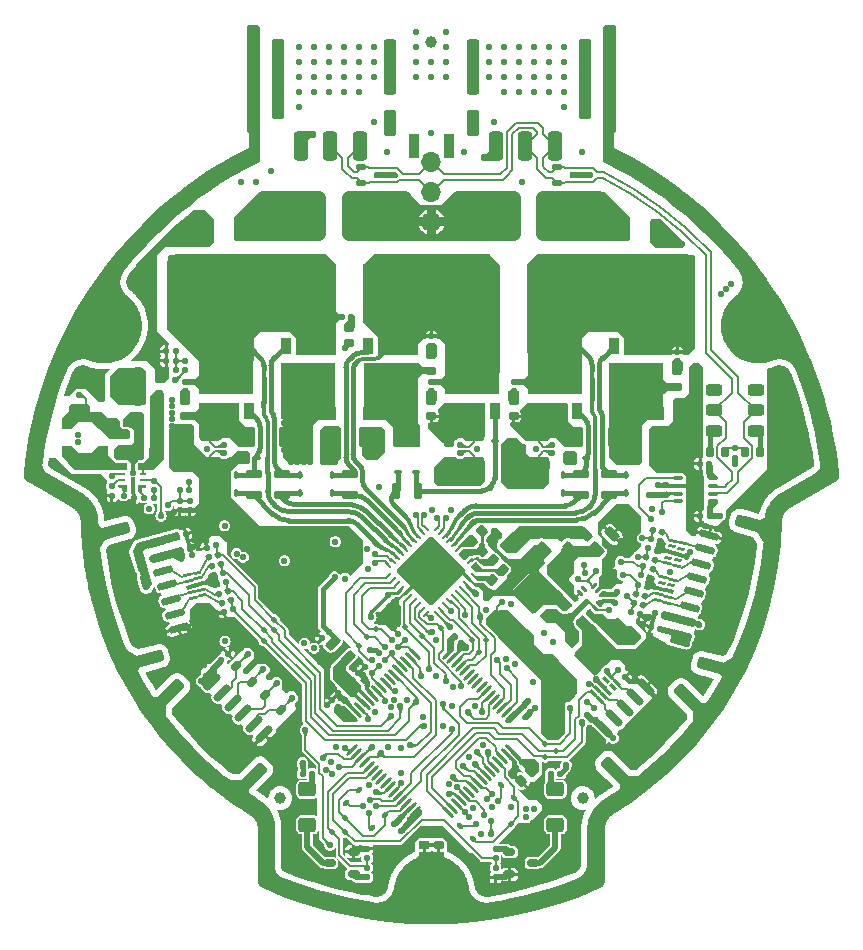
<source format=gbr>
%TF.GenerationSoftware,KiCad,Pcbnew,8.0.6-8.0.6-0~ubuntu22.04.1*%
%TF.CreationDate,2024-11-21T14:47:19+01:00*%
%TF.ProjectId,amulet_controller,616d756c-6574-45f6-936f-6e74726f6c6c,1.1*%
%TF.SameCoordinates,Original*%
%TF.FileFunction,Copper,L1,Top*%
%TF.FilePolarity,Positive*%
%FSLAX46Y46*%
G04 Gerber Fmt 4.6, Leading zero omitted, Abs format (unit mm)*
G04 Created by KiCad (PCBNEW 8.0.6-8.0.6-0~ubuntu22.04.1) date 2024-11-21 14:47:19*
%MOMM*%
%LPD*%
G01*
G04 APERTURE LIST*
G04 Aperture macros list*
%AMRoundRect*
0 Rectangle with rounded corners*
0 $1 Rounding radius*
0 $2 $3 $4 $5 $6 $7 $8 $9 X,Y pos of 4 corners*
0 Add a 4 corners polygon primitive as box body*
4,1,4,$2,$3,$4,$5,$6,$7,$8,$9,$2,$3,0*
0 Add four circle primitives for the rounded corners*
1,1,$1+$1,$2,$3*
1,1,$1+$1,$4,$5*
1,1,$1+$1,$6,$7*
1,1,$1+$1,$8,$9*
0 Add four rect primitives between the rounded corners*
20,1,$1+$1,$2,$3,$4,$5,0*
20,1,$1+$1,$4,$5,$6,$7,0*
20,1,$1+$1,$6,$7,$8,$9,0*
20,1,$1+$1,$8,$9,$2,$3,0*%
%AMRotRect*
0 Rectangle, with rotation*
0 The origin of the aperture is its center*
0 $1 length*
0 $2 width*
0 $3 Rotation angle, in degrees counterclockwise*
0 Add horizontal line*
21,1,$1,$2,0,0,$3*%
%AMFreePoly0*
4,1,13,0.200001,0.350501,0.200001,-0.124500,0.150001,-0.174500,-0.500000,-0.174500,-0.550000,-0.124500,-0.550000,0.000501,-0.500000,0.050501,-0.249998,0.050501,-0.199998,0.100501,-0.199998,0.350501,-0.149998,0.400501,0.150001,0.400501,0.200001,0.350501,0.200001,0.350501,$1*%
%AMFreePoly1*
4,1,13,0.250001,0.124500,0.250001,-0.350503,0.200001,-0.400503,-0.099998,-0.400501,-0.149998,-0.350501,-0.149998,-0.100501,-0.199998,-0.050501,-0.450000,-0.050501,-0.500000,-0.000501,-0.500000,0.124500,-0.450000,0.174500,0.200001,0.174500,0.250001,0.124500,0.250001,0.124500,$1*%
%AMFreePoly2*
4,1,13,0.500000,0.124500,0.500000,-0.000501,0.450000,-0.050501,0.199998,-0.050501,0.149998,-0.100501,0.149998,-0.350501,0.099998,-0.400501,-0.200001,-0.400503,-0.250001,-0.350503,-0.250001,0.124500,-0.200001,0.174500,0.450000,0.174500,0.500000,0.124500,0.500000,0.124500,$1*%
%AMFreePoly3*
4,1,13,0.149998,0.350501,0.149998,0.100501,0.199998,0.050501,0.450000,0.050501,0.500000,0.000501,0.500000,-0.124500,0.450000,-0.174500,-0.200001,-0.174500,-0.250001,-0.124500,-0.250001,0.350501,-0.200001,0.400501,0.099998,0.400501,0.149998,0.350501,0.149998,0.350501,$1*%
%AMFreePoly4*
4,1,11,1.014999,1.170000,0.435000,0.575000,0.435000,-0.575000,1.014999,-1.170000,1.015000,-1.945000,0.125000,-1.945000,-0.434999,-1.395000,-0.434999,1.395000,0.125000,1.945000,1.015000,1.945000,1.014999,1.170000,1.014999,1.170000,$1*%
%AMFreePoly5*
4,1,11,0.434999,1.395000,0.434999,-1.395000,-0.125000,-1.945000,-1.015000,-1.945000,-1.014999,-1.170000,-0.435000,-0.575000,-0.435000,0.575000,-1.014999,1.170000,-1.015000,1.945000,-0.125000,1.945000,0.434999,1.395000,0.434999,1.395000,$1*%
G04 Aperture macros list end*
%TA.AperFunction,SMDPad,CuDef*%
%ADD10RoundRect,0.237500X0.583363X-0.919239X0.919239X-0.583363X-0.583363X0.919239X-0.919239X0.583363X0*%
%TD*%
%TA.AperFunction,TestPad*%
%ADD11C,0.500000*%
%TD*%
%TA.AperFunction,SMDPad,CuDef*%
%ADD12RoundRect,0.130000X-0.130000X-0.130000X0.130000X-0.130000X0.130000X0.130000X-0.130000X0.130000X0*%
%TD*%
%TA.AperFunction,SMDPad,CuDef*%
%ADD13R,0.850000X1.450000*%
%TD*%
%TA.AperFunction,SMDPad,CuDef*%
%ADD14R,4.660000X3.750000*%
%TD*%
%TA.AperFunction,SMDPad,CuDef*%
%ADD15R,0.850000X1.100000*%
%TD*%
%TA.AperFunction,SMDPad,CuDef*%
%ADD16RoundRect,0.137500X-0.097227X-0.168402X0.168402X-0.097227X0.097227X0.168402X-0.168402X0.097227X0*%
%TD*%
%TA.AperFunction,SMDPad,CuDef*%
%ADD17RoundRect,0.130000X-0.159217X-0.091924X0.091924X-0.159217X0.159217X0.091924X-0.091924X0.159217X0*%
%TD*%
%TA.AperFunction,SMDPad,CuDef*%
%ADD18RoundRect,0.187500X-0.053033X0.318198X-0.318198X0.053033X0.053033X-0.318198X0.318198X-0.053033X0*%
%TD*%
%TA.AperFunction,SMDPad,CuDef*%
%ADD19RoundRect,0.150000X0.350000X0.150000X-0.350000X0.150000X-0.350000X-0.150000X0.350000X-0.150000X0*%
%TD*%
%TA.AperFunction,SMDPad,CuDef*%
%ADD20RoundRect,0.130000X-0.183848X0.000000X0.000000X-0.183848X0.183848X0.000000X0.000000X0.183848X0*%
%TD*%
%TA.AperFunction,SMDPad,CuDef*%
%ADD21RoundRect,0.187500X-0.194454X0.459619X-0.459619X0.194454X0.194454X-0.459619X0.459619X-0.194454X0*%
%TD*%
%TA.AperFunction,SMDPad,CuDef*%
%ADD22RoundRect,0.130000X-0.091924X-0.159217X0.159217X-0.091924X0.091924X0.159217X-0.159217X0.091924X0*%
%TD*%
%TA.AperFunction,SMDPad,CuDef*%
%ADD23RoundRect,0.075000X-0.350000X-0.075000X0.350000X-0.075000X0.350000X0.075000X-0.350000X0.075000X0*%
%TD*%
%TA.AperFunction,ComponentPad*%
%ADD24C,0.550000*%
%TD*%
%TA.AperFunction,HeatsinkPad*%
%ADD25R,1.600000X2.400000*%
%TD*%
%TA.AperFunction,SMDPad,CuDef*%
%ADD26RoundRect,0.130000X0.183848X0.000000X0.000000X0.183848X-0.183848X0.000000X0.000000X-0.183848X0*%
%TD*%
%TA.AperFunction,SMDPad,CuDef*%
%ADD27RoundRect,0.162500X0.287500X-0.162500X0.287500X0.162500X-0.287500X0.162500X-0.287500X-0.162500X0*%
%TD*%
%TA.AperFunction,SMDPad,CuDef*%
%ADD28RoundRect,0.100000X-0.200000X-0.100000X0.200000X-0.100000X0.200000X0.100000X-0.200000X0.100000X0*%
%TD*%
%TA.AperFunction,SMDPad,CuDef*%
%ADD29RotRect,0.250000X0.600000X225.000000*%
%TD*%
%TA.AperFunction,SMDPad,CuDef*%
%ADD30RoundRect,0.187500X0.187500X0.462500X-0.187500X0.462500X-0.187500X-0.462500X0.187500X-0.462500X0*%
%TD*%
%TA.AperFunction,SMDPad,CuDef*%
%ADD31RoundRect,0.310000X0.310000X0.940000X-0.310000X0.940000X-0.310000X-0.940000X0.310000X-0.940000X0*%
%TD*%
%TA.AperFunction,SMDPad,CuDef*%
%ADD32RoundRect,0.275000X0.275000X0.822500X-0.275000X0.822500X-0.275000X-0.822500X0.275000X-0.822500X0*%
%TD*%
%TA.AperFunction,SMDPad,CuDef*%
%ADD33RoundRect,0.275000X0.275000X3.122500X-0.275000X3.122500X-0.275000X-3.122500X0.275000X-3.122500X0*%
%TD*%
%TA.AperFunction,SMDPad,CuDef*%
%ADD34RoundRect,0.275000X0.275000X2.077500X-0.275000X2.077500X-0.275000X-2.077500X0.275000X-2.077500X0*%
%TD*%
%TA.AperFunction,SMDPad,CuDef*%
%ADD35RoundRect,0.187500X-0.462500X0.187500X-0.462500X-0.187500X0.462500X-0.187500X0.462500X0.187500X0*%
%TD*%
%TA.AperFunction,SMDPad,CuDef*%
%ADD36C,0.400000*%
%TD*%
%TA.AperFunction,SMDPad,CuDef*%
%ADD37R,0.400000X0.800000*%
%TD*%
%TA.AperFunction,SMDPad,CuDef*%
%ADD38C,0.200000*%
%TD*%
%TA.AperFunction,SMDPad,CuDef*%
%ADD39RotRect,0.200000X0.400000X45.000000*%
%TD*%
%TA.AperFunction,SMDPad,CuDef*%
%ADD40RoundRect,0.130000X0.000000X0.183848X-0.183848X0.000000X0.000000X-0.183848X0.183848X0.000000X0*%
%TD*%
%TA.AperFunction,SMDPad,CuDef*%
%ADD41RoundRect,0.137500X-0.137500X0.137500X-0.137500X-0.137500X0.137500X-0.137500X0.137500X0.137500X0*%
%TD*%
%TA.AperFunction,SMDPad,CuDef*%
%ADD42RoundRect,0.100000X-0.212132X0.070711X0.070711X-0.212132X0.212132X-0.070711X-0.070711X0.212132X0*%
%TD*%
%TA.AperFunction,SMDPad,CuDef*%
%ADD43RoundRect,0.240000X0.510000X-0.360000X0.510000X0.360000X-0.510000X0.360000X-0.510000X-0.360000X0*%
%TD*%
%TA.AperFunction,SMDPad,CuDef*%
%ADD44RoundRect,0.137500X0.168402X0.097227X-0.097227X0.168402X-0.168402X-0.097227X0.097227X-0.168402X0*%
%TD*%
%TA.AperFunction,SMDPad,CuDef*%
%ADD45RoundRect,0.195652X0.254348X0.654348X-0.254348X0.654348X-0.254348X-0.654348X0.254348X-0.654348X0*%
%TD*%
%TA.AperFunction,SMDPad,CuDef*%
%ADD46RoundRect,0.137500X-0.194454X0.000000X0.000000X-0.194454X0.194454X0.000000X0.000000X0.194454X0*%
%TD*%
%TA.AperFunction,SMDPad,CuDef*%
%ADD47RoundRect,0.130000X0.000000X-0.183848X0.183848X0.000000X0.000000X0.183848X-0.183848X0.000000X0*%
%TD*%
%TA.AperFunction,SMDPad,CuDef*%
%ADD48RoundRect,0.187500X0.462500X-0.187500X0.462500X0.187500X-0.462500X0.187500X-0.462500X-0.187500X0*%
%TD*%
%TA.AperFunction,SMDPad,CuDef*%
%ADD49RoundRect,0.195652X-0.642545X-0.282843X-0.282843X-0.642545X0.642545X0.282843X0.282843X0.642545X0*%
%TD*%
%TA.AperFunction,TestPad*%
%ADD50C,0.400000*%
%TD*%
%TA.AperFunction,FiducialPad,Global*%
%ADD51C,1.000000*%
%TD*%
%TA.AperFunction,SMDPad,CuDef*%
%ADD52RoundRect,0.162500X-0.287500X0.162500X-0.287500X-0.162500X0.287500X-0.162500X0.287500X0.162500X0*%
%TD*%
%TA.AperFunction,SMDPad,CuDef*%
%ADD53RoundRect,0.137500X0.194454X0.000000X0.000000X0.194454X-0.194454X0.000000X0.000000X-0.194454X0*%
%TD*%
%TA.AperFunction,SMDPad,CuDef*%
%ADD54RoundRect,0.137500X0.137500X0.137500X-0.137500X0.137500X-0.137500X-0.137500X0.137500X-0.137500X0*%
%TD*%
%TA.AperFunction,SMDPad,CuDef*%
%ADD55RoundRect,0.137500X0.000000X-0.194454X0.194454X0.000000X0.000000X0.194454X-0.194454X0.000000X0*%
%TD*%
%TA.AperFunction,SMDPad,CuDef*%
%ADD56RoundRect,0.350000X0.550000X-0.350000X0.550000X0.350000X-0.550000X0.350000X-0.550000X-0.350000X0*%
%TD*%
%TA.AperFunction,SMDPad,CuDef*%
%ADD57RoundRect,0.130000X0.159217X0.091924X-0.091924X0.159217X-0.159217X-0.091924X0.091924X-0.159217X0*%
%TD*%
%TA.AperFunction,SMDPad,CuDef*%
%ADD58RoundRect,0.130000X-0.130000X0.130000X-0.130000X-0.130000X0.130000X-0.130000X0.130000X0.130000X0*%
%TD*%
%TA.AperFunction,SMDPad,CuDef*%
%ADD59RotRect,0.200000X0.400000X225.000000*%
%TD*%
%TA.AperFunction,SMDPad,CuDef*%
%ADD60RoundRect,0.175000X-0.500000X0.175000X-0.500000X-0.175000X0.500000X-0.175000X0.500000X0.175000X0*%
%TD*%
%TA.AperFunction,SMDPad,CuDef*%
%ADD61RoundRect,0.137500X0.137500X-0.137500X0.137500X0.137500X-0.137500X0.137500X-0.137500X-0.137500X0*%
%TD*%
%TA.AperFunction,SMDPad,CuDef*%
%ADD62RoundRect,0.187500X-0.459619X-0.194454X-0.194454X-0.459619X0.459619X0.194454X0.194454X0.459619X0*%
%TD*%
%TA.AperFunction,SMDPad,CuDef*%
%ADD63RoundRect,0.206521X-0.268479X-0.643479X0.268479X-0.643479X0.268479X0.643479X-0.268479X0.643479X0*%
%TD*%
%TA.AperFunction,SMDPad,CuDef*%
%ADD64RoundRect,0.187500X0.262500X-0.187500X0.262500X0.187500X-0.262500X0.187500X-0.262500X-0.187500X0*%
%TD*%
%TA.AperFunction,SMDPad,CuDef*%
%ADD65RoundRect,0.150000X-0.106066X-0.318198X0.318198X0.106066X0.106066X0.318198X-0.318198X-0.106066X0*%
%TD*%
%TA.AperFunction,SMDPad,CuDef*%
%ADD66RoundRect,0.137500X-0.262500X-0.137500X0.262500X-0.137500X0.262500X0.137500X-0.262500X0.137500X0*%
%TD*%
%TA.AperFunction,SMDPad,CuDef*%
%ADD67RoundRect,0.062500X-0.123744X0.212132X-0.212132X0.123744X0.123744X-0.212132X0.212132X-0.123744X0*%
%TD*%
%TA.AperFunction,SMDPad,CuDef*%
%ADD68RoundRect,0.062500X0.212132X0.123744X0.123744X0.212132X-0.212132X-0.123744X-0.123744X-0.212132X0*%
%TD*%
%TA.AperFunction,SMDPad,CuDef*%
%ADD69RoundRect,0.062500X0.286555X0.198167X0.198167X0.286555X-0.286555X-0.198167X-0.198167X-0.286555X0*%
%TD*%
%TA.AperFunction,SMDPad,CuDef*%
%ADD70RoundRect,0.062500X0.645235X0.556847X0.556847X0.645235X-0.645235X-0.556847X-0.556847X-0.645235X0*%
%TD*%
%TA.AperFunction,SMDPad,CuDef*%
%ADD71RoundRect,0.130000X0.091924X0.159217X-0.159217X0.091924X-0.091924X-0.159217X0.159217X-0.091924X0*%
%TD*%
%TA.AperFunction,SMDPad,CuDef*%
%ADD72RoundRect,0.130000X0.130000X0.130000X-0.130000X0.130000X-0.130000X-0.130000X0.130000X-0.130000X0*%
%TD*%
%TA.AperFunction,SMDPad,CuDef*%
%ADD73RoundRect,0.206521X0.268479X0.643479X-0.268479X0.643479X-0.268479X-0.643479X0.268479X-0.643479X0*%
%TD*%
%TA.AperFunction,SMDPad,CuDef*%
%ADD74RoundRect,0.150000X-0.601041X-0.388909X-0.388909X-0.601041X0.601041X0.388909X0.388909X0.601041X0*%
%TD*%
%TA.AperFunction,SMDPad,CuDef*%
%ADD75RoundRect,0.250000X-0.954594X-0.601041X-0.601041X-0.954594X0.954594X0.601041X0.601041X0.954594X0*%
%TD*%
%TA.AperFunction,SMDPad,CuDef*%
%ADD76RoundRect,0.187500X0.194454X-0.459619X0.459619X-0.194454X-0.194454X0.459619X-0.459619X0.194454X0*%
%TD*%
%TA.AperFunction,SMDPad,CuDef*%
%ADD77RotRect,0.200000X0.400000X135.000000*%
%TD*%
%TA.AperFunction,SMDPad,CuDef*%
%ADD78FreePoly0,180.000000*%
%TD*%
%TA.AperFunction,SMDPad,CuDef*%
%ADD79R,0.600000X0.250000*%
%TD*%
%TA.AperFunction,SMDPad,CuDef*%
%ADD80FreePoly1,180.000000*%
%TD*%
%TA.AperFunction,SMDPad,CuDef*%
%ADD81FreePoly2,180.000000*%
%TD*%
%TA.AperFunction,SMDPad,CuDef*%
%ADD82FreePoly3,180.000000*%
%TD*%
%TA.AperFunction,SMDPad,CuDef*%
%ADD83R,0.350000X1.300000*%
%TD*%
%TA.AperFunction,ComponentPad*%
%ADD84C,0.800000*%
%TD*%
%TA.AperFunction,ComponentPad*%
%ADD85C,5.300000*%
%TD*%
%TA.AperFunction,SMDPad,CuDef*%
%ADD86RoundRect,0.070000X0.325269X0.424264X-0.424264X-0.325269X-0.325269X-0.424264X0.424264X0.325269X0*%
%TD*%
%TA.AperFunction,SMDPad,CuDef*%
%ADD87RoundRect,0.070000X-0.325269X0.424264X-0.424264X0.325269X0.325269X-0.424264X0.424264X-0.325269X0*%
%TD*%
%TA.AperFunction,ComponentPad*%
%ADD88C,1.700000*%
%TD*%
%TA.AperFunction,ComponentPad*%
%ADD89O,1.700000X1.700000*%
%TD*%
%TA.AperFunction,SMDPad,CuDef*%
%ADD90RoundRect,0.100000X0.100000X-0.200000X0.100000X0.200000X-0.100000X0.200000X-0.100000X-0.200000X0*%
%TD*%
%TA.AperFunction,SMDPad,CuDef*%
%ADD91RoundRect,0.150000X0.637325X-0.326062X0.714971X-0.036284X-0.637325X0.326062X-0.714971X0.036284X0*%
%TD*%
%TA.AperFunction,SMDPad,CuDef*%
%ADD92RoundRect,0.250000X0.997814X-0.526182X1.127223X-0.043219X-0.997814X0.526182X-1.127223X0.043219X0*%
%TD*%
%TA.AperFunction,SMDPad,CuDef*%
%ADD93FreePoly4,225.000000*%
%TD*%
%TA.AperFunction,SMDPad,CuDef*%
%ADD94FreePoly5,225.000000*%
%TD*%
%TA.AperFunction,ComponentPad*%
%ADD95C,2.000000*%
%TD*%
%TA.AperFunction,ComponentPad*%
%ADD96RoundRect,0.325000X2.925000X2.925000X-2.925000X2.925000X-2.925000X-2.925000X2.925000X-2.925000X0*%
%TD*%
%TA.AperFunction,SMDPad,CuDef*%
%ADD97RoundRect,0.130000X0.130000X-0.130000X0.130000X0.130000X-0.130000X0.130000X-0.130000X-0.130000X0*%
%TD*%
%TA.AperFunction,SMDPad,CuDef*%
%ADD98RoundRect,0.187500X-0.318198X-0.053033X-0.053033X-0.318198X0.318198X0.053033X0.053033X0.318198X0*%
%TD*%
%TA.AperFunction,SMDPad,CuDef*%
%ADD99RoundRect,0.150000X0.388909X-0.601041X0.601041X-0.388909X-0.388909X0.601041X-0.601041X0.388909X0*%
%TD*%
%TA.AperFunction,SMDPad,CuDef*%
%ADD100RoundRect,0.250000X0.601041X-0.954594X0.954594X-0.601041X-0.601041X0.954594X-0.954594X0.601041X0*%
%TD*%
%TA.AperFunction,SMDPad,CuDef*%
%ADD101RoundRect,0.187500X0.053033X-0.318198X0.318198X-0.053033X-0.053033X0.318198X-0.318198X0.053033X0*%
%TD*%
%TA.AperFunction,SMDPad,CuDef*%
%ADD102RoundRect,0.206521X-0.265165X0.644852X-0.644852X0.265165X0.265165X-0.644852X0.644852X-0.265165X0*%
%TD*%
%TA.AperFunction,SMDPad,CuDef*%
%ADD103RoundRect,0.195652X-0.254348X-0.654348X0.254348X-0.654348X0.254348X0.654348X-0.254348X0.654348X0*%
%TD*%
%TA.AperFunction,SMDPad,CuDef*%
%ADD104RoundRect,0.162500X0.162500X0.287500X-0.162500X0.287500X-0.162500X-0.287500X0.162500X-0.287500X0*%
%TD*%
%TA.AperFunction,SMDPad,CuDef*%
%ADD105RoundRect,0.150000X-0.350000X-0.150000X0.350000X-0.150000X0.350000X0.150000X-0.350000X0.150000X0*%
%TD*%
%TA.AperFunction,SMDPad,CuDef*%
%ADD106R,0.200000X0.400000*%
%TD*%
%TA.AperFunction,SMDPad,CuDef*%
%ADD107RotRect,0.250000X0.600000X255.000000*%
%TD*%
%TA.AperFunction,SMDPad,CuDef*%
%ADD108RoundRect,0.100000X-0.070711X-0.212132X0.212132X0.070711X0.070711X0.212132X-0.212132X-0.070711X0*%
%TD*%
%TA.AperFunction,ComponentPad*%
%ADD109RoundRect,0.325000X-2.925000X-2.925000X2.925000X-2.925000X2.925000X2.925000X-2.925000X2.925000X0*%
%TD*%
%TA.AperFunction,SMDPad,CuDef*%
%ADD110RoundRect,0.187500X0.187500X0.262500X-0.187500X0.262500X-0.187500X-0.262500X0.187500X-0.262500X0*%
%TD*%
%TA.AperFunction,SMDPad,CuDef*%
%ADD111RoundRect,0.100000X0.200000X0.100000X-0.200000X0.100000X-0.200000X-0.100000X0.200000X-0.100000X0*%
%TD*%
%TA.AperFunction,SMDPad,CuDef*%
%ADD112RotRect,0.200000X0.400000X315.000000*%
%TD*%
%TA.AperFunction,SMDPad,CuDef*%
%ADD113RoundRect,0.137500X0.000000X0.194454X-0.194454X0.000000X0.000000X-0.194454X0.194454X0.000000X0*%
%TD*%
%TA.AperFunction,SMDPad,CuDef*%
%ADD114C,0.300000*%
%TD*%
%TA.AperFunction,SMDPad,CuDef*%
%ADD115R,0.600000X0.300000*%
%TD*%
%TA.AperFunction,SMDPad,CuDef*%
%ADD116RoundRect,0.187500X-0.187500X-0.462500X0.187500X-0.462500X0.187500X0.462500X-0.187500X0.462500X0*%
%TD*%
%TA.AperFunction,SMDPad,CuDef*%
%ADD117RotRect,0.250000X0.600000X105.000000*%
%TD*%
%TA.AperFunction,SMDPad,CuDef*%
%ADD118FreePoly4,90.000000*%
%TD*%
%TA.AperFunction,SMDPad,CuDef*%
%ADD119FreePoly5,90.000000*%
%TD*%
%TA.AperFunction,SMDPad,CuDef*%
%ADD120RoundRect,0.055000X0.134350X0.212132X-0.212132X-0.134350X-0.134350X-0.212132X0.212132X0.134350X0*%
%TD*%
%TA.AperFunction,SMDPad,CuDef*%
%ADD121RoundRect,0.055000X-0.134350X0.212132X-0.212132X0.134350X0.134350X-0.212132X0.212132X-0.134350X0*%
%TD*%
%TA.AperFunction,HeatsinkPad*%
%ADD122RoundRect,0.105000X0.000000X2.821356X-2.821356X0.000000X0.000000X-2.821356X2.821356X0.000000X0*%
%TD*%
%TA.AperFunction,SMDPad,CuDef*%
%ADD123RoundRect,0.150000X-0.714971X-0.036284X-0.637325X-0.326062X0.714971X0.036284X0.637325X0.326062X0*%
%TD*%
%TA.AperFunction,SMDPad,CuDef*%
%ADD124RoundRect,0.250000X-1.127223X-0.043219X-0.997814X-0.526182X1.127223X0.043219X0.997814X0.526182X0*%
%TD*%
%TA.AperFunction,SMDPad,CuDef*%
%ADD125RoundRect,0.250000X0.450000X0.250000X-0.450000X0.250000X-0.450000X-0.250000X0.450000X-0.250000X0*%
%TD*%
%TA.AperFunction,ComponentPad*%
%ADD126RoundRect,0.415000X2.510000X1.660000X-2.510000X1.660000X-2.510000X-1.660000X2.510000X-1.660000X0*%
%TD*%
%TA.AperFunction,ComponentPad*%
%ADD127R,0.900000X2.000000*%
%TD*%
%TA.AperFunction,ComponentPad*%
%ADD128RoundRect,0.090000X0.360000X0.910000X-0.360000X0.910000X-0.360000X-0.910000X0.360000X-0.910000X0*%
%TD*%
%TA.AperFunction,ComponentPad*%
%ADD129C,0.600000*%
%TD*%
%TA.AperFunction,HeatsinkPad*%
%ADD130RoundRect,0.090000X-0.360000X-0.710000X0.360000X-0.710000X0.360000X0.710000X-0.360000X0.710000X0*%
%TD*%
%TA.AperFunction,ViaPad*%
%ADD131C,0.550000*%
%TD*%
%TA.AperFunction,ViaPad*%
%ADD132C,0.600000*%
%TD*%
%TA.AperFunction,Conductor*%
%ADD133C,0.200000*%
%TD*%
%TA.AperFunction,Conductor*%
%ADD134C,0.203200*%
%TD*%
%TA.AperFunction,Conductor*%
%ADD135C,0.300000*%
%TD*%
%TA.AperFunction,Conductor*%
%ADD136C,0.400000*%
%TD*%
%TA.AperFunction,Conductor*%
%ADD137C,0.350000*%
%TD*%
%TA.AperFunction,Conductor*%
%ADD138C,0.500000*%
%TD*%
%TA.AperFunction,Conductor*%
%ADD139C,0.250000*%
%TD*%
G04 APERTURE END LIST*
D10*
%TO.P,C38,1*%
%TO.N,+12V*%
X159742740Y-104427232D03*
%TO.P,C38,2*%
%TO.N,GND*%
X161722638Y-102447334D03*
%TD*%
D11*
%TO.P,TP11,1,1*%
%TO.N,/Project Architecture/MCU - IOs/SOA*%
X143775400Y-99700100D03*
%TD*%
D12*
%TO.P,C138,1*%
%TO.N,/Project Architecture/Motor Control - Top Level/Motor Control - Inverter/PHC*%
X140900000Y-73299954D03*
%TO.P,C138,2*%
%TO.N,/Project Architecture/Motor Control - Top Level/Motor Control - Inverter/SNUBH_C*%
X141700000Y-73299954D03*
%TD*%
D11*
%TO.P,TP14,1,1*%
%TO.N,/Project Architecture/Interface - Interconnects/SWDIO*%
X159025400Y-109975100D03*
%TD*%
D13*
%TO.P,Q3,1,S*%
%TO.N,/Project Architecture/Motor Control - Top Level/Motor Control - Inverter/PHB*%
X146955400Y-75750100D03*
%TO.P,Q3,2,S*%
X145685400Y-75750100D03*
%TO.P,Q3,3,S*%
X144415400Y-75750100D03*
%TO.P,Q3,4,G*%
%TO.N,/Project Architecture/Motor Control - Top Level/Motor Control - Inverter/FET_GHB*%
X143145400Y-75750100D03*
D14*
%TO.P,Q3,5,D*%
%TO.N,+VBAT*%
X145050400Y-79050100D03*
D15*
X143145400Y-81425100D03*
%TO.P,Q3,6,D*%
X144415400Y-81425100D03*
%TO.P,Q3,7,D*%
X145685400Y-81425100D03*
%TO.P,Q3,8,D*%
X146955400Y-81425100D03*
%TD*%
D16*
%TO.P,R42,1*%
%TO.N,/Project Architecture/Interface - Interconnects/AUX2P_C*%
X130521710Y-96685879D03*
%TO.P,R42,2*%
%TO.N,/Project Architecture/Interface - Interconnects/AUX2_C*%
X131294450Y-96478823D03*
%TD*%
D17*
%TO.P,C124,1*%
%TO.N,/Project Architecture/Interface - Interconnects/AUX1_A*%
X165415645Y-98241230D03*
%TO.P,C124,2*%
%TO.N,GND*%
X166188385Y-98448286D03*
%TD*%
D18*
%TO.P,C1,1*%
%TO.N,+3V3*%
X156924664Y-111725836D03*
%TO.P,C1,2*%
%TO.N,GND*%
X156076136Y-112574364D03*
%TD*%
D19*
%TO.P,Q7,1,G*%
%TO.N,/Project Architecture/User - LED Indicators/DBG_G*%
X141900400Y-120450100D03*
%TO.P,Q7,2,S*%
%TO.N,GND*%
X141900400Y-118550100D03*
%TO.P,Q7,3,D*%
%TO.N,/Project Architecture/User - LED Indicators/LED_DBG_K*%
X139900400Y-119500100D03*
%TD*%
D20*
%TO.P,C128,1*%
%TO.N,/Project Architecture/Interface - Interconnects/NRST*%
X164307557Y-103177257D03*
%TO.P,C128,2*%
%TO.N,GND*%
X164873243Y-103742943D03*
%TD*%
D21*
%TO.P,C16,1*%
%TO.N,+VBAT*%
X159286796Y-91663704D03*
%TO.P,C16,2*%
%TO.N,GND*%
X158014004Y-92936496D03*
%TD*%
D16*
%TO.P,R40,1*%
%TO.N,/Project Architecture/Interface - Interconnects/AUX2P_A*%
X129693490Y-93594919D03*
%TO.P,R40,2*%
%TO.N,/Project Architecture/Interface - Interconnects/AUX2_A*%
X130466230Y-93387863D03*
%TD*%
D22*
%TO.P,C113,1*%
%TO.N,+5V*%
X126943013Y-91862072D03*
%TO.P,C113,2*%
%TO.N,GND*%
X127715753Y-91655016D03*
%TD*%
D23*
%TO.P,U10,1,TXD*%
%TO.N,/Project Architecture/Interface - FD-CAN/FDCAN_TX*%
X169400400Y-86925100D03*
%TO.P,U10,2,GND*%
%TO.N,GND*%
X169400400Y-87575100D03*
%TO.P,U10,3,VCC*%
%TO.N,+5V*%
X169400400Y-88225100D03*
%TO.P,U10,4,RXD*%
%TO.N,/Project Architecture/Interface - FD-CAN/FDCAN_RX*%
X169400400Y-88875100D03*
%TO.P,U10,5,VIO*%
%TO.N,+3V3*%
X172300400Y-88875100D03*
%TO.P,U10,6,CANL*%
%TO.N,/Project Architecture/Interface - FD-CAN/FDCAN_N*%
X172300400Y-88225100D03*
%TO.P,U10,7,CANH*%
%TO.N,/Project Architecture/Interface - FD-CAN/FDCAN_P*%
X172300400Y-87575100D03*
%TO.P,U10,8,S*%
%TO.N,/Project Architecture/Interface - FD-CAN/FDCAN_S*%
X172300400Y-86925100D03*
D24*
%TO.P,U10,9,PAD*%
%TO.N,GND*%
X170350400Y-87900100D03*
X170850400Y-87000100D03*
D25*
X170850400Y-87900100D03*
D24*
X170850400Y-88800100D03*
X171350400Y-87900100D03*
%TD*%
D26*
%TO.P,C5,1*%
%TO.N,+3V3*%
X146333243Y-116382943D03*
%TO.P,C5,2*%
%TO.N,GND*%
X145767557Y-115817257D03*
%TD*%
D27*
%TO.P,R55,1*%
%TO.N,/Project Architecture/Motor Control - Top Level/Motor Control - Inverter/SRC_LS_A*%
X155450000Y-81675000D03*
%TO.P,R55,2*%
%TO.N,/Project Architecture/Motor Control - Top Level/Motor Control - Inverter/SNUBL_A*%
X155450000Y-80375000D03*
%TD*%
D28*
%TO.P,D8,1,K*%
%TO.N,/Project Architecture/Motor Control - Top Level/GLB*%
X145650400Y-86425100D03*
%TO.P,D8,2,A*%
%TO.N,/Project Architecture/Motor Control - Top Level/Motor Control - Inverter/FET_GLB*%
X147200400Y-86425100D03*
%TD*%
D29*
%TO.P,D26,1,K*%
%TO.N,/Project Architecture/Interface - Interconnects/NRST*%
X163594460Y-103679943D03*
%TO.P,D26,2,K*%
%TO.N,unconnected-(D26-K-Pad2)_1*%
X163240907Y-104033496D03*
%TO.P,D26,3,A*%
%TO.N,GND*%
X162887354Y-104387050D03*
%TO.P,D26,4,K*%
%TO.N,/Project Architecture/Interface - Interconnects/SWCLK*%
X162533800Y-104740603D03*
%TO.P,D26,5,K*%
%TO.N,/Project Architecture/Interface - Interconnects/SWDIO*%
X162180247Y-105094156D03*
%TO.P,D26,6,K*%
X162781288Y-105695197D03*
%TO.P,D26,7,K*%
%TO.N,/Project Architecture/Interface - Interconnects/SWCLK*%
X163134841Y-105341644D03*
%TO.P,D26,8,A*%
%TO.N,GND*%
X163488394Y-104988090D03*
%TO.P,D26,9,K*%
%TO.N,unconnected-(D26-K-Pad2)*%
X163841948Y-104634537D03*
%TO.P,D26,10,K*%
%TO.N,/Project Architecture/Interface - Interconnects/NRST*%
X164195501Y-104280984D03*
%TD*%
D30*
%TO.P,C20,1*%
%TO.N,/Project Architecture/Power - Generation/F_VIN_5V*%
X125475399Y-83548100D03*
%TO.P,C20,2*%
%TO.N,GND*%
X123675399Y-83548100D03*
%TD*%
D31*
%TO.P,J12,1,Pin_1*%
%TO.N,GND*%
X153950400Y-58785100D03*
%TO.P,J12,2,Pin_2*%
%TO.N,/Project Architecture/Interface - FD-CAN/FDCAN_P*%
X156450400Y-58785100D03*
%TO.P,J12,3,Pin_3*%
%TO.N,/Project Architecture/Interface - FD-CAN/FDCAN_N*%
X158950400Y-58785100D03*
D32*
%TO.P,J12,MP1*%
%TO.N,N/C*%
X151980400Y-56857600D03*
D33*
%TO.P,J12,MP2*%
X161520400Y-53152600D03*
D34*
%TO.P,J12,MP3*%
X151980400Y-52107600D03*
%TD*%
D35*
%TO.P,R10,1*%
%TO.N,/Project Architecture/Motor Control - Top Level/Motor Control - Inverter/FET_GHA*%
X163524600Y-86525000D03*
%TO.P,R10,2*%
%TO.N,/Project Architecture/Motor Control - Top Level/GHA*%
X163524600Y-88325000D03*
%TD*%
D36*
%TO.P,NT10,1,1*%
%TO.N,/Project Architecture/Motor Control - Top Level/SHC*%
X134300000Y-78470000D03*
D37*
X134300000Y-78070000D03*
D36*
%TO.P,NT10,2,2*%
%TO.N,/Project Architecture/Motor Control - Top Level/Motor Control - Inverter/PHC*%
X134300000Y-77670000D03*
%TD*%
D38*
%TO.P,NT11,1,1*%
%TO.N,/Project Architecture/Motor Control - Top Level/SC_P*%
X130101421Y-84181422D03*
D39*
X129960000Y-84040001D03*
D38*
%TO.P,NT11,2,2*%
%TO.N,/Project Architecture/Motor Control - Top Level/Motor Control - Inverter/SRC_LS_C*%
X129818579Y-83898580D03*
%TD*%
D40*
%TO.P,C8,1*%
%TO.N,+3V3*%
X156208243Y-110917257D03*
%TO.P,C8,2*%
%TO.N,GND*%
X155642557Y-111482943D03*
%TD*%
D41*
%TO.P,R30,1*%
%TO.N,/Project Architecture/MCU - IOs/SENSE_VBAT*%
X127200400Y-88825100D03*
%TO.P,R30,2*%
%TO.N,GND*%
X127200400Y-89625100D03*
%TD*%
D42*
%TO.P,D19,1,K*%
%TO.N,/Project Architecture/Interface - Interconnects/AUX1_D_K*%
X150952392Y-116352092D03*
%TO.P,D19,2,A*%
%TO.N,/Project Architecture/Interface - Interconnects/AUX1_I2C_PULLUP*%
X152048408Y-117448108D03*
%TD*%
D40*
%TO.P,C2,1*%
%TO.N,+A3V3*%
X139783243Y-99917257D03*
%TO.P,C2,2*%
%TO.N,GND*%
X139217557Y-100482943D03*
%TD*%
D43*
%TO.P,D13,1,K*%
%TO.N,/Project Architecture/User - LED Indicators/LED_PWR_K*%
X159000400Y-116250100D03*
%TO.P,D13,2,A*%
%TO.N,/Project Architecture/User - LED Indicators/LED_PWR_A*%
X159000400Y-113250100D03*
%TD*%
D44*
%TO.P,R37,1*%
%TO.N,/Project Architecture/Interface - Interconnects/AUX1P_C*%
X167217538Y-94588123D03*
%TO.P,R37,2*%
%TO.N,/Project Architecture/Interface - Interconnects/AUX1_C*%
X166444798Y-94381067D03*
%TD*%
D45*
%TO.P,C95,1*%
%TO.N,+VBAT*%
X163840000Y-83400000D03*
%TO.P,C95,2*%
%TO.N,/Project Architecture/Motor Control - Top Level/Motor Control - Inverter/SRC_LS_A*%
X160940000Y-83400000D03*
%TD*%
D11*
%TO.P,TP55,1,1*%
%TO.N,GND*%
X131175400Y-89725100D03*
%TD*%
D46*
%TO.P,R6,1*%
%TO.N,/Project Architecture/Power - Generation/FB_DIV_12V*%
X162429743Y-94775222D03*
%TO.P,R6,2*%
%TO.N,GND*%
X162995429Y-95340908D03*
%TD*%
D11*
%TO.P,TP27,1,1*%
%TO.N,/Project Architecture/Interface - Interconnects/AUX2_D*%
X134300400Y-100700100D03*
%TD*%
%TO.P,TP72,1,1*%
%TO.N,/Project Architecture/Motor Control - Top Level/SC_P*%
X143713881Y-93347074D03*
%TD*%
D47*
%TO.P,C94,1*%
%TO.N,/Project Architecture/Motor Control - Top Level/DVDD*%
X152292557Y-96732943D03*
%TO.P,C94,2*%
%TO.N,GND*%
X152858243Y-96167257D03*
%TD*%
D27*
%TO.P,R52,1*%
%TO.N,CHASSIS*%
X149100000Y-118000000D03*
%TO.P,R52,2*%
%TO.N,GND*%
X149100000Y-116700000D03*
%TD*%
D13*
%TO.P,Q4,1,S*%
%TO.N,/Project Architecture/Motor Control - Top Level/Motor Control - Inverter/SRC_LS_B*%
X150045400Y-81250100D03*
%TO.P,Q4,2,S*%
X151315400Y-81250100D03*
%TO.P,Q4,3,S*%
X152585400Y-81250100D03*
%TO.P,Q4,4,G*%
%TO.N,/Project Architecture/Motor Control - Top Level/Motor Control - Inverter/FET_GLB*%
X153855400Y-81250100D03*
D14*
%TO.P,Q4,5,D*%
%TO.N,/Project Architecture/Motor Control - Top Level/Motor Control - Inverter/PHB*%
X151950400Y-77950100D03*
D15*
X153855400Y-75575100D03*
%TO.P,Q4,6,D*%
X152585400Y-75575100D03*
%TO.P,Q4,7,D*%
X151315400Y-75575100D03*
%TO.P,Q4,8,D*%
X150045400Y-75575100D03*
%TD*%
D11*
%TO.P,TP8,1,1*%
%TO.N,/Project Architecture/MCU - IOs/PWM_PHASEA*%
X151900400Y-100650100D03*
%TD*%
D48*
%TO.P,R11,1*%
%TO.N,/Project Architecture/Motor Control - Top Level/GLA*%
X161150000Y-88325000D03*
%TO.P,R11,2*%
%TO.N,/Project Architecture/Motor Control - Top Level/Motor Control - Inverter/FET_GLA*%
X161150000Y-86525000D03*
%TD*%
D11*
%TO.P,TP33,1,1*%
%TO.N,/Project Architecture/Interface - FD-CAN/FDCAN_RX*%
X168000400Y-89795600D03*
%TD*%
%TO.P,TP6,1,1*%
%TO.N,/Project Architecture/MCU - IOs/DRV_MOSI*%
X154861721Y-103019442D03*
%TD*%
D49*
%TO.P,C89,1*%
%TO.N,+VBAT*%
X155175095Y-92299795D03*
%TO.P,C89,2*%
%TO.N,GND*%
X157225705Y-94350405D03*
%TD*%
D50*
%TO.P,TP62,1,1*%
%TO.N,/Project Architecture/Motor Control - Top Level/GHB*%
X143918900Y-89620100D03*
%TD*%
D51*
%TO.P,FM3,*%
%TO.N,*%
X135700400Y-114000100D03*
%TD*%
D11*
%TO.P,TP71,1,1*%
%TO.N,/Project Architecture/Motor Control - Top Level/SB_N*%
X147901061Y-90073668D03*
%TD*%
D52*
%TO.P,R58,1*%
%TO.N,/Project Architecture/Motor Control - Top Level/Motor Control - Inverter/SNUBH_A*%
X169320000Y-77874998D03*
%TO.P,R58,2*%
%TO.N,+VBAT*%
X169320000Y-79174998D03*
%TD*%
D11*
%TO.P,TP53,1,1*%
%TO.N,GND*%
X170450400Y-85775100D03*
%TD*%
D53*
%TO.P,R3,1*%
%TO.N,/Project Architecture/MCU - IOs/FILTER_SOC*%
X144033243Y-102857943D03*
%TO.P,R3,2*%
%TO.N,/Project Architecture/MCU - IOs/SOC*%
X143467557Y-102292257D03*
%TD*%
D48*
%TO.P,R17,1*%
%TO.N,/Project Architecture/Motor Control - Top Level/GLC*%
X133480000Y-88325000D03*
%TO.P,R17,2*%
%TO.N,/Project Architecture/Motor Control - Top Level/Motor Control - Inverter/FET_GLC*%
X133480000Y-86525000D03*
%TD*%
D17*
%TO.P,C120,1*%
%TO.N,/Project Architecture/Interface - Interconnects/AUX1_C*%
X166234207Y-95147684D03*
%TO.P,C120,2*%
%TO.N,GND*%
X167006947Y-95354740D03*
%TD*%
D20*
%TO.P,C90,1*%
%TO.N,+A3V3*%
X144792557Y-96817257D03*
%TO.P,C90,2*%
%TO.N,GND*%
X145358243Y-97382943D03*
%TD*%
%TO.P,C9,1*%
%TO.N,+3V3*%
X156307557Y-106167257D03*
%TO.P,C9,2*%
%TO.N,GND*%
X156873243Y-106732943D03*
%TD*%
D54*
%TO.P,R23,1*%
%TO.N,/Project Architecture/User - LED Indicators/LED_DBG_A*%
X138400400Y-111950100D03*
%TO.P,R23,2*%
%TO.N,+5V*%
X137600400Y-111950100D03*
%TD*%
D47*
%TO.P,C28,1*%
%TO.N,/Project Architecture/Power - Generation/SW_12V*%
X163505044Y-98048626D03*
%TO.P,C28,2*%
%TO.N,/Project Architecture/Power - Generation/BOOT_12V*%
X164070730Y-97482940D03*
%TD*%
D55*
%TO.P,R47,1*%
%TO.N,/Project Architecture/Interface - Interconnects/AUX2_C_K*%
X143242557Y-115257943D03*
%TO.P,R47,2*%
%TO.N,/Project Architecture/Interface - Interconnects/AUX2_C*%
X143808243Y-114692257D03*
%TD*%
D31*
%TO.P,J13,1,Pin_1*%
%TO.N,GND*%
X137450400Y-58785100D03*
%TO.P,J13,2,Pin_2*%
%TO.N,/Project Architecture/Interface - FD-CAN/FDCAN_P*%
X139950400Y-58785100D03*
%TO.P,J13,3,Pin_3*%
%TO.N,/Project Architecture/Interface - FD-CAN/FDCAN_N*%
X142450400Y-58785100D03*
D33*
%TO.P,J13,MP1*%
%TO.N,N/C*%
X135480400Y-53152600D03*
D32*
%TO.P,J13,MP2*%
X145020400Y-56860100D03*
D34*
%TO.P,J13,MP3*%
X145020400Y-52110100D03*
%TD*%
D56*
%TO.P,R12,1*%
%TO.N,GND*%
X157575400Y-85790000D03*
%TO.P,R12,2*%
%TO.N,/Project Architecture/Motor Control - Top Level/Motor Control - Inverter/SRC_LS_A*%
X157575400Y-83090000D03*
%TD*%
D57*
%TO.P,C114,1*%
%TO.N,+3V3*%
X168211752Y-98498689D03*
%TO.P,C114,2*%
%TO.N,GND*%
X167439012Y-98291633D03*
%TD*%
D11*
%TO.P,TP4,1,1*%
%TO.N,/Project Architecture/MCU - IOs/DRV_SCLK*%
X149270400Y-99620100D03*
%TD*%
D47*
%TO.P,C11,1*%
%TO.N,/Project Architecture/MCU - Power/F_A3V3*%
X142309714Y-104590786D03*
%TO.P,C11,2*%
%TO.N,GND*%
X142875400Y-104025100D03*
%TD*%
D58*
%TO.P,C27,1*%
%TO.N,/Project Architecture/Power - Generation/SW_5V*%
X121440400Y-85940100D03*
%TO.P,C27,2*%
%TO.N,/Project Architecture/Power - Generation/BOOT_5V*%
X121440400Y-86740100D03*
%TD*%
D11*
%TO.P,TP13,1,1*%
%TO.N,/Project Architecture/MCU - IOs/SOC*%
X142375400Y-101100100D03*
%TD*%
%TO.P,TP31,1,1*%
%TO.N,/Project Architecture/MCU - IOs/LED_DBG*%
X140050400Y-116850100D03*
%TD*%
D38*
%TO.P,NT5,1,1*%
%TO.N,/Project Architecture/Motor Control - Top Level/Motor Control - Inverter/SRC_LS_A*%
X157608979Y-83873579D03*
D59*
X157750400Y-84015000D03*
D38*
%TO.P,NT5,2,2*%
%TO.N,/Project Architecture/Motor Control - Top Level/SA_P*%
X157891821Y-84156421D03*
%TD*%
D44*
%TO.P,R35,1*%
%TO.N,/Project Architecture/Interface - Interconnects/AUX1P_A*%
X166385783Y-97672957D03*
%TO.P,R35,2*%
%TO.N,/Project Architecture/Interface - Interconnects/AUX1_A*%
X165613043Y-97465901D03*
%TD*%
D11*
%TO.P,TP17,1,1*%
%TO.N,/Project Architecture/Interface - Interconnects/AUX1_A*%
X165047697Y-96889056D03*
%TD*%
%TO.P,TP28,1,1*%
%TO.N,/Project Architecture/Interface - Interconnects/AUX2_I2C_PULLUP*%
X141200400Y-115700100D03*
%TD*%
%TO.P,TP19,1,1*%
%TO.N,/Project Architecture/Interface - Interconnects/AUX1_C*%
X164518917Y-93981083D03*
%TD*%
D16*
%TO.P,R43,1*%
%TO.N,/Project Architecture/Interface - Interconnects/AUX2P_D*%
X130726866Y-97458621D03*
%TO.P,R43,2*%
%TO.N,/Project Architecture/Interface - Interconnects/AUX2_D*%
X131499606Y-97251565D03*
%TD*%
D54*
%TO.P,R33,1*%
%TO.N,/Project Architecture/Interface - FD-CAN/FDCAN_S*%
X172040400Y-85700100D03*
%TO.P,R33,2*%
%TO.N,GND*%
X171240400Y-85700100D03*
%TD*%
D13*
%TO.P,Q6,1,S*%
%TO.N,/Project Architecture/Motor Control - Top Level/Motor Control - Inverter/SRC_LS_C*%
X129230401Y-81250100D03*
%TO.P,Q6,2,S*%
X130500401Y-81250100D03*
%TO.P,Q6,3,S*%
X131770401Y-81250100D03*
%TO.P,Q6,4,G*%
%TO.N,/Project Architecture/Motor Control - Top Level/Motor Control - Inverter/FET_GLC*%
X133040401Y-81250100D03*
D14*
%TO.P,Q6,5,D*%
%TO.N,/Project Architecture/Motor Control - Top Level/Motor Control - Inverter/PHC*%
X131135401Y-77950100D03*
D15*
X133040401Y-75575100D03*
%TO.P,Q6,6,D*%
X131770401Y-75575100D03*
%TO.P,Q6,7,D*%
X130500401Y-75575100D03*
%TO.P,Q6,8,D*%
X129230401Y-75575100D03*
%TD*%
D60*
%TO.P,C37,1*%
%TO.N,+5V*%
X122300399Y-83288100D03*
%TO.P,C37,2*%
%TO.N,GND*%
X122300399Y-84888100D03*
%TD*%
D61*
%TO.P,TH1,1*%
%TO.N,+A3V3*%
X127640000Y-77780000D03*
%TO.P,TH1,2*%
%TO.N,/Project Architecture/MCU - IOs/SENSE_TEMP_FET*%
X127640000Y-76980000D03*
%TD*%
D62*
%TO.P,FB1,1*%
%TO.N,+A3V3*%
X140164004Y-100863704D03*
%TO.P,FB1,2*%
%TO.N,/Project Architecture/MCU - Power/F_A3V3*%
X141436796Y-102136496D03*
%TD*%
D11*
%TO.P,TP32,1,1*%
%TO.N,/Project Architecture/MCU - IOs/LED_PWR*%
X141200400Y-116850100D03*
%TD*%
D22*
%TO.P,C115,1*%
%TO.N,+3V3*%
X127274030Y-93093628D03*
%TO.P,C115,2*%
%TO.N,GND*%
X128046770Y-92886572D03*
%TD*%
D63*
%TO.P,C50,1*%
%TO.N,+VBAT*%
X164700000Y-65800000D03*
%TO.P,C50,2*%
%TO.N,GND*%
X167500000Y-65800000D03*
%TD*%
D20*
%TO.P,C3,1*%
%TO.N,+3V3*%
X150467557Y-100342257D03*
%TO.P,C3,2*%
%TO.N,GND*%
X151033243Y-100907943D03*
%TD*%
D50*
%TO.P,TP63,1,1*%
%TO.N,/Project Architecture/Motor Control - Top Level/GLB*%
X145570400Y-89420100D03*
%TD*%
D61*
%TO.P,R25,1*%
%TO.N,/Project Architecture/MCU - IOs/LED_PWR*%
X153950400Y-119100100D03*
%TO.P,R25,2*%
%TO.N,/Project Architecture/User - LED Indicators/PWR_G*%
X153950400Y-118300100D03*
%TD*%
D11*
%TO.P,TP42,1,1*%
%TO.N,/Project Architecture/Power - Generation/F_VIN_12V*%
X161550400Y-93250100D03*
%TD*%
D64*
%TO.P,C130,1*%
%TO.N,CHASSIS*%
X147900000Y-117950000D03*
%TO.P,C130,2*%
%TO.N,GND*%
X147900000Y-116750000D03*
%TD*%
D50*
%TO.P,TP67,1,1*%
%TO.N,/Project Architecture/Motor Control - Top Level/SHC*%
X139270400Y-89725100D03*
%TD*%
D57*
%TO.P,C112,1*%
%TO.N,+5V*%
X167886770Y-99703628D03*
%TO.P,C112,2*%
%TO.N,GND*%
X167114030Y-99496572D03*
%TD*%
D17*
%TO.P,C118,1*%
%TO.N,/Project Architecture/Interface - Interconnects/AUX1_D*%
X166857614Y-92840410D03*
%TO.P,C118,2*%
%TO.N,GND*%
X167630354Y-93047466D03*
%TD*%
D56*
%TO.P,R18,1*%
%TO.N,GND*%
X129760000Y-85790000D03*
%TO.P,R18,2*%
%TO.N,/Project Architecture/Motor Control - Top Level/Motor Control - Inverter/SRC_LS_C*%
X129760000Y-83090000D03*
%TD*%
D41*
%TO.P,R22,1*%
%TO.N,/Project Architecture/MCU - IOs/LED_DBG*%
X143050400Y-119900100D03*
%TO.P,R22,2*%
%TO.N,/Project Architecture/User - LED Indicators/DBG_G*%
X143050400Y-120700100D03*
%TD*%
D65*
%TO.P,D27,1,A1*%
%TO.N,/Project Architecture/Interface - Interconnects/RS422_R+*%
X131947148Y-102795331D03*
%TO.P,D27,2,A2*%
%TO.N,/Project Architecture/Interface - Interconnects/RS422_R-*%
X133290651Y-104138834D03*
%TO.P,D27,3,common*%
%TO.N,GND*%
X134245245Y-101840737D03*
%TD*%
D66*
%TO.P,D24,1,K1*%
%TO.N,/Project Architecture/Interface - FD-CAN/FDCAN_N*%
X159125400Y-60600100D03*
%TO.P,D24,2,K2*%
%TO.N,/Project Architecture/Interface - FD-CAN/FDCAN_P*%
X159125400Y-61900100D03*
%TO.P,D24,3,CC*%
%TO.N,CHASSIS*%
X161275400Y-61250100D03*
%TD*%
D11*
%TO.P,TP26,1,1*%
%TO.N,/Project Architecture/Interface - Interconnects/AUX2_C*%
X134300400Y-99800100D03*
%TD*%
D50*
%TO.P,TP61,1,1*%
%TO.N,/Project Architecture/Motor Control - Top Level/SHA*%
X157500400Y-89850100D03*
%TD*%
D67*
%TO.P,U3,1,PGND*%
%TO.N,GND*%
X161439790Y-98805731D03*
%TO.P,U3,2,VIN*%
%TO.N,/Project Architecture/Power - Generation/F_VIN_12V*%
X161899409Y-98346112D03*
%TO.P,U3,3,NC*%
%TO.N,/Project Architecture/Power - Generation/SW_12V*%
X162359029Y-97886492D03*
%TO.P,U3,4,BOOT*%
%TO.N,/Project Architecture/Power - Generation/BOOT_12V*%
X162712582Y-97532939D03*
D68*
%TO.P,U3,5,VCC*%
%TO.N,/Project Architecture/Power - Generation/VCC_12V*%
X162942392Y-96737444D03*
%TO.P,U3,6,AGND*%
%TO.N,GND*%
X162588838Y-96383891D03*
%TO.P,U3,7,FB*%
%TO.N,/Project Architecture/Power - Generation/FB_DIV_12V*%
X162235285Y-96030337D03*
D67*
%TO.P,U3,8,PG*%
%TO.N,/Project Architecture/Power - Generation/PG_12V*%
X161439790Y-96260147D03*
%TO.P,U3,9,EN*%
%TO.N,/Project Architecture/Power - Generation/F_VIN_12V*%
X161086237Y-96613700D03*
%TO.P,U3,10,VIN*%
X160626617Y-97073320D03*
%TO.P,U3,11,PGND*%
%TO.N,GND*%
X160166998Y-97532939D03*
D69*
%TO.P,U3,12,SW*%
%TO.N,/Project Architecture/Power - Generation/SW_12V*%
X160683009Y-98289720D03*
D70*
X161041689Y-97931040D03*
D69*
X161400899Y-97571830D03*
%TD*%
D71*
%TO.P,C123,1*%
%TO.N,/Project Architecture/Interface - Interconnects/AUX2_A*%
X130252703Y-92590975D03*
%TO.P,C123,2*%
%TO.N,GND*%
X129479963Y-92798031D03*
%TD*%
D26*
%TO.P,C26,1*%
%TO.N,/Project Architecture/Power - Generation/VCC_12V*%
X164215193Y-96560668D03*
%TO.P,C26,2*%
%TO.N,GND*%
X163649507Y-95994982D03*
%TD*%
D18*
%TO.P,C23,1*%
%TO.N,/Project Architecture/Power - Generation/F_VIN_12V*%
X160056864Y-96038036D03*
%TO.P,C23,2*%
%TO.N,GND*%
X159208336Y-96886564D03*
%TD*%
D11*
%TO.P,TP40,1,1*%
%TO.N,+VBAT*%
X157450400Y-91500100D03*
%TD*%
%TO.P,TP73,1,1*%
%TO.N,/Project Architecture/Motor Control - Top Level/SC_N*%
X143713881Y-94097074D03*
%TD*%
D72*
%TO.P,C108,1*%
%TO.N,+3V3*%
X172050401Y-90100103D03*
%TO.P,C108,2*%
%TO.N,GND*%
X171250401Y-90100103D03*
%TD*%
D18*
%TO.P,C88,1*%
%TO.N,+VBAT*%
X152774664Y-91355836D03*
%TO.P,C88,2*%
%TO.N,/Project Architecture/Motor Control - Top Level/VCP*%
X151926136Y-92204364D03*
%TD*%
D13*
%TO.P,Q1,1,S*%
%TO.N,/Project Architecture/Motor Control - Top Level/Motor Control - Inverter/PHA*%
X167755400Y-75750100D03*
%TO.P,Q1,2,S*%
X166485400Y-75750100D03*
%TO.P,Q1,3,S*%
X165215400Y-75750100D03*
%TO.P,Q1,4,G*%
%TO.N,/Project Architecture/Motor Control - Top Level/Motor Control - Inverter/FET_GHA*%
X163945400Y-75750100D03*
D14*
%TO.P,Q1,5,D*%
%TO.N,+VBAT*%
X165850400Y-79050100D03*
D15*
X163945400Y-81425100D03*
%TO.P,Q1,6,D*%
X165215400Y-81425100D03*
%TO.P,Q1,7,D*%
X166485400Y-81425100D03*
%TO.P,Q1,8,D*%
X167755400Y-81425100D03*
%TD*%
D47*
%TO.P,C127,1*%
%TO.N,+3V3*%
X161667557Y-106932943D03*
%TO.P,C127,2*%
%TO.N,GND*%
X162233243Y-106367257D03*
%TD*%
D73*
%TO.P,C66,1*%
%TO.N,+VBAT*%
X132350000Y-65800000D03*
%TO.P,C66,2*%
%TO.N,GND*%
X129550000Y-65800000D03*
%TD*%
D11*
%TO.P,TP2,1,1*%
%TO.N,/Project Architecture/MCU - IOs/MOTOR_HIZ*%
X151375400Y-98500100D03*
%TD*%
D74*
%TO.P,J10,1,Pin_1*%
%TO.N,+5V*%
X129921170Y-104184914D03*
%TO.P,J10,2,Pin_2*%
%TO.N,/Project Architecture/Interface - Interconnects/RS422_R+*%
X130805053Y-105068797D03*
%TO.P,J10,3,Pin_3*%
%TO.N,/Project Architecture/Interface - Interconnects/RS422_R-*%
X131688937Y-105952681D03*
%TO.P,J10,4,Pin_4*%
%TO.N,/Project Architecture/Interface - Interconnects/RS422_D-*%
X132572820Y-106836564D03*
%TO.P,J10,5,Pin_5*%
%TO.N,/Project Architecture/Interface - Interconnects/RS422_D+*%
X133456704Y-107720448D03*
%TO.P,J10,6,Pin_6*%
%TO.N,GND*%
X134340587Y-108604331D03*
D75*
%TO.P,J10,MP1,MP1*%
%TO.N,CHASSIS*%
X126350281Y-105139508D03*
%TO.P,J10,MP2,MP2*%
X133385993Y-112175220D03*
%TD*%
D76*
%TO.P,C18,1*%
%TO.N,/Project Architecture/Power - Generation/F_VIN_12V*%
X162514004Y-92936496D03*
%TO.P,C18,2*%
%TO.N,GND*%
X163786796Y-91663704D03*
%TD*%
D38*
%TO.P,NT12,1,1*%
%TO.N,/Project Architecture/Motor Control - Top Level/SC_N*%
X130101421Y-84698580D03*
D77*
X129960000Y-84840001D03*
D38*
%TO.P,NT12,2,2*%
%TO.N,GND*%
X129818579Y-84981422D03*
%TD*%
D78*
%TO.P,U2,1,MODE/SYNC*%
%TO.N,/Project Architecture/Power - Generation/MODE_5V*%
X123850399Y-87638100D03*
D79*
%TO.P,U2,2,PGOOD*%
%TO.N,/Project Architecture/Power - Generation/PG_5V*%
X124100399Y-87088100D03*
%TO.P,U2,3,EN/UVLO*%
%TO.N,/Project Architecture/Power - Generation/F_VIN_5V*%
X124100399Y-86588100D03*
D80*
%TO.P,U2,4,VIN*%
X123900399Y-86038100D03*
D81*
%TO.P,U2,5,SW*%
%TO.N,/Project Architecture/Power - Generation/SW_5V*%
X122500399Y-86038100D03*
D79*
%TO.P,U2,6,BOOT*%
%TO.N,/Project Architecture/Power - Generation/BOOT_5V*%
X122300399Y-86588100D03*
%TO.P,U2,7,VCC*%
%TO.N,/Project Architecture/Power - Generation/VCC_5V*%
X122300399Y-87088100D03*
D82*
%TO.P,U2,8,FB*%
%TO.N,/Project Architecture/Power - Generation/FB_5V*%
X122500399Y-87638100D03*
D83*
%TO.P,U2,9,GND*%
%TO.N,GND*%
X123200399Y-87388100D03*
%TD*%
D84*
%TO.P,H2,1,1*%
%TO.N,CHASSIS*%
X119587588Y-76078560D03*
X118469366Y-74621265D03*
X121408754Y-76318321D03*
D85*
X120787588Y-74000099D03*
D84*
X122866049Y-75200099D03*
X120166422Y-71681877D03*
X123105810Y-73378933D03*
X121987588Y-71921638D03*
%TD*%
D12*
%TO.P,C29,1*%
%TO.N,+5V*%
X121825400Y-82250100D03*
%TO.P,C29,2*%
%TO.N,GND*%
X122625400Y-82250100D03*
%TD*%
D54*
%TO.P,R4,1*%
%TO.N,/Project Architecture/Power - Generation/MODE_5V*%
X124150398Y-88563101D03*
%TO.P,R4,2*%
%TO.N,GND*%
X123350398Y-88563101D03*
%TD*%
D48*
%TO.P,R16,1*%
%TO.N,/Project Architecture/Motor Control - Top Level/GHC*%
X135860000Y-88325000D03*
%TO.P,R16,2*%
%TO.N,/Project Architecture/Motor Control - Top Level/Motor Control - Inverter/FET_GHC*%
X135860000Y-86525000D03*
%TD*%
D86*
%TO.P,U1,1,VBAT*%
%TO.N,+3V3*%
X155217914Y-107085886D03*
%TO.P,U1,2,PC13*%
%TO.N,/Project Architecture/MCU - IOs/DRV_MOSI*%
X154864361Y-106732333D03*
%TO.P,U1,3,PC14*%
%TO.N,/Project Architecture/MCU - IOs/MOTOR_ENABLE*%
X154510808Y-106378780D03*
%TO.P,U1,4,PC15*%
%TO.N,/Project Architecture/MCU - IOs/MOTOR_HIZ*%
X154157254Y-106025226D03*
%TO.P,U1,5,PF0*%
%TO.N,/Project Architecture/Interface - Interconnects/AUX2_B*%
X153803701Y-105671673D03*
%TO.P,U1,6,PF1*%
%TO.N,/Project Architecture/Interface - Interconnects/AUX2_A*%
X153450147Y-105318119D03*
%TO.P,U1,7,PG10*%
%TO.N,/Project Architecture/Interface - Interconnects/NRST*%
X153096594Y-104964566D03*
%TO.P,U1,8,PC0*%
%TO.N,/Project Architecture/MCU - IOs/PC0*%
X152743041Y-104611013D03*
%TO.P,U1,9,PC1*%
%TO.N,/Project Architecture/MCU - IOs/PC1*%
X152389487Y-104257459D03*
%TO.P,U1,10,PC2*%
%TO.N,/Project Architecture/MCU - IOs/PC2*%
X152035934Y-103903906D03*
%TO.P,U1,11,PC3*%
%TO.N,/Project Architecture/MCU - IOs/PC3*%
X151682381Y-103550353D03*
%TO.P,U1,12,PA0*%
%TO.N,/Project Architecture/MCU - IOs/PWM_PHASEC*%
X151328827Y-103196799D03*
%TO.P,U1,13,PA1*%
%TO.N,/Project Architecture/MCU - IOs/PWM_PHASEB*%
X150975274Y-102843246D03*
%TO.P,U1,14,PA2*%
%TO.N,/Project Architecture/MCU - IOs/PWM_PHASEA*%
X150621720Y-102489692D03*
%TO.P,U1,15,VSS*%
%TO.N,GND*%
X150268167Y-102136139D03*
%TO.P,U1,16,VDD*%
%TO.N,+3V3*%
X149914614Y-101782586D03*
D87*
%TO.P,U1,17,PA3*%
%TO.N,/Project Architecture/MCU - IOs/FILTER_SOA*%
X147086186Y-101782586D03*
%TO.P,U1,18,PA4*%
%TO.N,/Project Architecture/MCU - IOs/BOARD_VERSION*%
X146732633Y-102136139D03*
%TO.P,U1,19,PA5*%
%TO.N,/Project Architecture/Interface - Interconnects/AUX1_A*%
X146379080Y-102489692D03*
%TO.P,U1,20,PA6*%
%TO.N,/Project Architecture/MCU - IOs/FILTER_SOB*%
X146025526Y-102843246D03*
%TO.P,U1,21,PA7*%
%TO.N,/Project Architecture/Interface - Interconnects/AUX1_C*%
X145671973Y-103196799D03*
%TO.P,U1,22,PC4*%
%TO.N,/Project Architecture/Interface - Interconnects/AUX2_C*%
X145318419Y-103550353D03*
%TO.P,U1,23,PC5*%
%TO.N,/Project Architecture/MCU - IOs/PC5*%
X144964866Y-103903906D03*
%TO.P,U1,24,PB0*%
%TO.N,/Project Architecture/MCU - IOs/DRV_CS*%
X144611313Y-104257459D03*
%TO.P,U1,25,PB1*%
%TO.N,/Project Architecture/MCU - IOs/FILTER_SOC*%
X144257759Y-104611013D03*
%TO.P,U1,26,PB2*%
%TO.N,/Project Architecture/Interface - Interconnects/POS_SENSOR_CS*%
X143904206Y-104964566D03*
%TO.P,U1,27,VSSA*%
%TO.N,GND*%
X143550653Y-105318119D03*
%TO.P,U1,28,VREF+*%
%TO.N,/Project Architecture/MCU - Power/F_A3V3*%
X143197099Y-105671673D03*
%TO.P,U1,29,VDDA*%
X142843546Y-106025226D03*
%TO.P,U1,30,PB10*%
%TO.N,/Project Architecture/Interface - RS-422/RS422_~{RE}*%
X142489992Y-106378780D03*
%TO.P,U1,31,VSS*%
%TO.N,GND*%
X142136439Y-106732333D03*
%TO.P,U1,32,VDD*%
%TO.N,+3V3*%
X141782886Y-107085886D03*
D86*
%TO.P,U1,33,PB11*%
%TO.N,/Project Architecture/Interface - RS-422/RS422_DE*%
X141782886Y-109914314D03*
%TO.P,U1,34,PB12*%
%TO.N,/Project Architecture/MCU - IOs/SENSE_TEMP_FET*%
X142136439Y-110267867D03*
%TO.P,U1,35,PB13*%
%TO.N,/Project Architecture/MCU - IOs/MOTOR_FAULT*%
X142489992Y-110621420D03*
%TO.P,U1,36,PB14*%
%TO.N,/Project Architecture/Interface - Interconnects/AUX1_A*%
X142843546Y-110974974D03*
%TO.P,U1,37,PB15*%
%TO.N,/Project Architecture/MCU - IOs/LED_DBG*%
X143197099Y-111328527D03*
%TO.P,U1,38,PC6*%
%TO.N,/Project Architecture/MCU - IOs/LED_PWR*%
X143550653Y-111682081D03*
%TO.P,U1,39,PC7*%
%TO.N,/Project Architecture/MCU - IOs/PC7*%
X143904206Y-112035634D03*
%TO.P,U1,40,PC8*%
%TO.N,/Project Architecture/MCU - IOs/PC8*%
X144257759Y-112389187D03*
%TO.P,U1,41,PC9*%
%TO.N,/Project Architecture/MCU - IOs/PC9*%
X144611313Y-112742741D03*
%TO.P,U1,42,PA8*%
%TO.N,/Project Architecture/MCU - IOs/SENSE_TEMP_MOT*%
X144964866Y-113096294D03*
%TO.P,U1,43,PA9*%
%TO.N,/Project Architecture/MCU - IOs/SENSE_VBAT*%
X145318419Y-113449847D03*
%TO.P,U1,44,PA10*%
%TO.N,/Project Architecture/Interface - Interconnects/AUX2_B*%
X145671973Y-113803401D03*
%TO.P,U1,45,PA11*%
%TO.N,/Project Architecture/Interface - Interconnects/AUX2_C*%
X146025526Y-114156954D03*
%TO.P,U1,46,PA12*%
%TO.N,/Project Architecture/Interface - Interconnects/AUX2_I2C_PULLUP*%
X146379080Y-114510508D03*
%TO.P,U1,47,VSS*%
%TO.N,GND*%
X146732633Y-114864061D03*
%TO.P,U1,48,VDD*%
%TO.N,+3V3*%
X147086186Y-115217614D03*
D87*
%TO.P,U1,49,PA13*%
%TO.N,/Project Architecture/Interface - Interconnects/SWDIO*%
X149914614Y-115217614D03*
%TO.P,U1,50,PA14*%
%TO.N,/Project Architecture/Interface - Interconnects/SWCLK*%
X150268167Y-114864061D03*
%TO.P,U1,51,PA15*%
%TO.N,/Project Architecture/Interface - Interconnects/AUX1_D*%
X150621720Y-114510508D03*
%TO.P,U1,52,PC10*%
%TO.N,/Project Architecture/MCU - IOs/DRV_SCLK*%
X150975274Y-114156954D03*
%TO.P,U1,53,PC11*%
%TO.N,/Project Architecture/MCU - IOs/DRV_MISO*%
X151328827Y-113803401D03*
%TO.P,U1,54,PC12*%
%TO.N,/Project Architecture/MCU - IOs/PC12*%
X151682381Y-113449847D03*
%TO.P,U1,55,PD2*%
%TO.N,/Project Architecture/MCU - IOs/FAN_CTRL*%
X152035934Y-113096294D03*
%TO.P,U1,56,PB3*%
%TO.N,/Project Architecture/Interface - Interconnects/AUX1_E*%
X152389487Y-112742741D03*
%TO.P,U1,57,PB4*%
%TO.N,/Project Architecture/Interface - Interconnects/AUX1_B*%
X152743041Y-112389187D03*
%TO.P,U1,58,PB5*%
%TO.N,/Project Architecture/Interface - FD-CAN/FDCAN_RX*%
X153096594Y-112035634D03*
%TO.P,U1,59,PB6*%
%TO.N,/Project Architecture/Interface - FD-CAN/FDCAN_TX*%
X153450147Y-111682081D03*
%TO.P,U1,60,PB7*%
%TO.N,/Project Architecture/Interface - Interconnects/AUX2_D*%
X153803701Y-111328527D03*
%TO.P,U1,61,PB8*%
%TO.N,/Project Architecture/Interface - Interconnects/AUX1_I2C_PULLUP*%
X154157254Y-110974974D03*
%TO.P,U1,62,PB9*%
%TO.N,/Project Architecture/Interface - Interconnects/AUX1_E*%
X154510808Y-110621420D03*
%TO.P,U1,63,VSS*%
%TO.N,GND*%
X154864361Y-110267867D03*
%TO.P,U1,64,VDD*%
%TO.N,+3V3*%
X155217914Y-109914314D03*
%TD*%
D88*
%TO.P,J11,1,Pin_1*%
%TO.N,GND*%
X148500400Y-65215100D03*
D89*
%TO.P,J11,2,Pin_2*%
%TO.N,/Project Architecture/Interface - FD-CAN/FDCAN_P*%
X148500400Y-62675100D03*
%TO.P,J11,3,Pin_3*%
%TO.N,/Project Architecture/Interface - FD-CAN/FDCAN_N*%
X148500400Y-60135100D03*
%TD*%
D90*
%TO.P,D4,1,K*%
%TO.N,/Project Architecture/Motor Control - Top Level/GHA*%
X165010000Y-88175000D03*
%TO.P,D4,2,A*%
%TO.N,/Project Architecture/Motor Control - Top Level/Motor Control - Inverter/FET_GHA*%
X165010000Y-86625000D03*
%TD*%
D50*
%TO.P,TP66,1,1*%
%TO.N,/Project Architecture/Motor Control - Top Level/GLC*%
X139770400Y-90500100D03*
%TD*%
D84*
%TO.P,H1,1,1*%
%TO.N,CHASSIS*%
X150900400Y-122000100D03*
X150197456Y-123697156D03*
X150197456Y-120303044D03*
D85*
X148500400Y-122000100D03*
D84*
X148500400Y-119600100D03*
X146803344Y-123697156D03*
X146803344Y-120303044D03*
X146100400Y-122000100D03*
%TD*%
D26*
%TO.P,C14,1*%
%TO.N,/Project Architecture/MCU - IOs/FILTER_SOC*%
X143458243Y-103432943D03*
%TO.P,C14,2*%
%TO.N,GND*%
X142892557Y-102867257D03*
%TD*%
D53*
%TO.P,R44,1*%
%TO.N,/Project Architecture/Interface - Interconnects/AUX1_D_K*%
X152258243Y-116157943D03*
%TO.P,R44,2*%
%TO.N,/Project Architecture/Interface - Interconnects/AUX1_D*%
X151692557Y-115592257D03*
%TD*%
D55*
%TO.P,R45,1*%
%TO.N,/Project Architecture/Interface - Interconnects/AUX2_B_K*%
X142692557Y-114707943D03*
%TO.P,R45,2*%
%TO.N,/Project Architecture/Interface - Interconnects/AUX2_B*%
X143258243Y-114142257D03*
%TD*%
D58*
%TO.P,C136,1*%
%TO.N,/Project Architecture/Motor Control - Top Level/Motor Control - Inverter/PHA*%
X169320000Y-76224998D03*
%TO.P,C136,2*%
%TO.N,/Project Architecture/Motor Control - Top Level/Motor Control - Inverter/SNUBH_A*%
X169320000Y-77024998D03*
%TD*%
D16*
%TO.P,R41,1*%
%TO.N,/Project Architecture/Interface - Interconnects/AUX2P_B*%
X129900542Y-94367662D03*
%TO.P,R41,2*%
%TO.N,/Project Architecture/Interface - Interconnects/AUX2_B*%
X130673282Y-94160606D03*
%TD*%
D91*
%TO.P,J6,1,Pin_1*%
%TO.N,+5V*%
X169721104Y-100197210D03*
%TO.P,J6,2,Pin_2*%
%TO.N,+3V3*%
X170044628Y-98989803D03*
%TO.P,J6,3,Pin_3*%
%TO.N,/Project Architecture/Interface - Interconnects/AUX1P_A*%
X170368152Y-97782396D03*
%TO.P,J6,4,Pin_4*%
%TO.N,/Project Architecture/Interface - Interconnects/AUX1P_B*%
X170691675Y-96574988D03*
%TO.P,J6,5,Pin_5*%
%TO.N,/Project Architecture/Interface - Interconnects/AUX1P_C*%
X171015199Y-95367581D03*
%TO.P,J6,6,Pin_6*%
%TO.N,/Project Architecture/Interface - Interconnects/AUX1P_D*%
X171338723Y-94160174D03*
%TO.P,J6,7,Pin_7*%
%TO.N,/Project Architecture/Interface - Interconnects/AUX1P_E*%
X171662247Y-92952767D03*
%TO.P,J6,8,Pin_8*%
%TO.N,GND*%
X171985771Y-91745359D03*
D92*
%TO.P,J6,MP1,MP1*%
%TO.N,CHASSIS*%
X172333251Y-102812394D03*
%TO.P,J6,MP2,MP2*%
X175555547Y-90786617D03*
%TD*%
D11*
%TO.P,TP37,1,1*%
%TO.N,/Project Architecture/MCU - IOs/SENSE_TEMP_FET*%
X126840000Y-77720000D03*
%TD*%
D18*
%TO.P,C25,1*%
%TO.N,/Project Architecture/Power - Generation/F_VIN_12V*%
X162934664Y-98915836D03*
%TO.P,C25,2*%
%TO.N,GND*%
X162086136Y-99764364D03*
%TD*%
D58*
%TO.P,C129,1*%
%TO.N,/Project Architecture/Interface - Interconnects/CAN_TERM_MID*%
X174200400Y-84400100D03*
%TO.P,C129,2*%
%TO.N,GND*%
X174200400Y-85200100D03*
%TD*%
%TO.P,C103,1*%
%TO.N,/Project Architecture/MCU - IOs/SENSE_VBAT*%
X128050400Y-88825100D03*
%TO.P,C103,2*%
%TO.N,GND*%
X128050400Y-89625100D03*
%TD*%
D17*
%TO.P,C116,1*%
%TO.N,/Project Architecture/Interface - Interconnects/AUX1_E*%
X167064671Y-92067672D03*
%TO.P,C116,2*%
%TO.N,GND*%
X167837411Y-92274728D03*
%TD*%
D93*
%TO.P,L2,1,1*%
%TO.N,/Project Architecture/Power - Generation/SW_12V*%
X159735665Y-99237066D03*
D94*
%TO.P,L2,2,2*%
%TO.N,+12V*%
X157239579Y-101733152D03*
%TD*%
D11*
%TO.P,TP57,1,1*%
%TO.N,GND*%
X159025400Y-111100100D03*
%TD*%
D90*
%TO.P,D7,1,K*%
%TO.N,/Project Architecture/Motor Control - Top Level/GHB*%
X140120000Y-88175000D03*
%TO.P,D7,2,A*%
%TO.N,/Project Architecture/Motor Control - Top Level/Motor Control - Inverter/FET_GHB*%
X140120000Y-86625000D03*
%TD*%
D11*
%TO.P,TP1,1,1*%
%TO.N,/Project Architecture/MCU - IOs/MOTOR_ENABLE*%
X154076633Y-102313867D03*
%TD*%
D24*
%TO.P,J3,1,1*%
%TO.N,/Project Architecture/Motor Control - Top Level/Motor Control - Inverter/PHA*%
X170550400Y-74150100D03*
X170550400Y-72220100D03*
X170550400Y-71710100D03*
X170550400Y-71200100D03*
X170550400Y-70690100D03*
X170550400Y-70180100D03*
X170550400Y-68250100D03*
X170100400Y-71965100D03*
X170100400Y-71455100D03*
X170100400Y-70945100D03*
X170100400Y-70435100D03*
D95*
X169750400Y-73350100D03*
X169750400Y-69050100D03*
D24*
X169650400Y-72220100D03*
X169650400Y-71710100D03*
X169650400Y-71200100D03*
X169650400Y-70690100D03*
X169650400Y-70180100D03*
X168620400Y-74150100D03*
X168620400Y-73250100D03*
X168620400Y-69150100D03*
X168620400Y-68250100D03*
X168365400Y-73700100D03*
X168365400Y-68700100D03*
X168110400Y-74150100D03*
X168110400Y-73250100D03*
X168110400Y-69150100D03*
X168110400Y-68250100D03*
X167855400Y-73700100D03*
X167855400Y-68700100D03*
X167600400Y-74150100D03*
X167600400Y-73250100D03*
D96*
X167600400Y-71200100D03*
D24*
X167600400Y-69150100D03*
X167600400Y-68250100D03*
X167345400Y-73700100D03*
X167345400Y-68700100D03*
X167090400Y-74150100D03*
X167090400Y-73250100D03*
X167090400Y-69150100D03*
X167090400Y-68250100D03*
X166835400Y-73700100D03*
X166835400Y-68700100D03*
X166580400Y-74150100D03*
X166580400Y-73250100D03*
X166580400Y-69150100D03*
X166580400Y-68250100D03*
X165550400Y-72220100D03*
X165550400Y-71710100D03*
X165550400Y-71200100D03*
X165550400Y-70690100D03*
X165550400Y-70180100D03*
D95*
X165450400Y-73350100D03*
X165450400Y-69050100D03*
D24*
X165100400Y-71965100D03*
X165100400Y-71455100D03*
X165100400Y-70945100D03*
X165100400Y-70435100D03*
X164650400Y-74150100D03*
X164650400Y-72220100D03*
X164650400Y-71710100D03*
X164650400Y-71200100D03*
X164650400Y-70690100D03*
X164650400Y-70180100D03*
X164650400Y-68250100D03*
%TD*%
D97*
%TO.P,C109,1*%
%TO.N,+5V*%
X168250402Y-88300100D03*
%TO.P,C109,2*%
%TO.N,GND*%
X168250402Y-87500100D03*
%TD*%
D98*
%TO.P,C93,1*%
%TO.N,/Project Architecture/Motor Control - Top Level/VGLS*%
X153651136Y-95575836D03*
%TO.P,C93,2*%
%TO.N,GND*%
X154499664Y-96424364D03*
%TD*%
D11*
%TO.P,TP21,1,1*%
%TO.N,/Project Architecture/Interface - Interconnects/AUX1_E*%
X166356633Y-91983867D03*
%TD*%
D90*
%TO.P,D10,1,K*%
%TO.N,/Project Architecture/Motor Control - Top Level/GHC*%
X137340000Y-88180000D03*
%TO.P,D10,2,A*%
%TO.N,/Project Architecture/Motor Control - Top Level/Motor Control - Inverter/FET_GHC*%
X137340000Y-86630000D03*
%TD*%
D99*
%TO.P,J14,1,Pin_1*%
%TO.N,+3V3*%
X163099486Y-108134719D03*
%TO.P,J14,2,Pin_2*%
%TO.N,/Project Architecture/Interface - Interconnects/SWDIO*%
X163983369Y-107250836D03*
%TO.P,J14,3,Pin_3*%
%TO.N,/Project Architecture/Interface - Interconnects/SWCLK*%
X164867252Y-106366952D03*
%TO.P,J14,4,Pin_4*%
%TO.N,/Project Architecture/Interface - Interconnects/NRST*%
X165751136Y-105483069D03*
%TO.P,J14,5,Pin_5*%
%TO.N,GND*%
X166635019Y-104599186D03*
D100*
%TO.P,J14,MP1,MP1*%
%TO.N,CHASSIS*%
X164054080Y-111705609D03*
%TO.P,J14,MP2,MP2*%
X170205909Y-105553780D03*
%TD*%
D11*
%TO.P,TP9,1,1*%
%TO.N,/Project Architecture/MCU - IOs/PWM_PHASEB*%
X152550400Y-101625100D03*
%TD*%
%TO.P,TP52,1,1*%
%TO.N,GND*%
X144675000Y-98750000D03*
%TD*%
%TO.P,TP51,1,1*%
%TO.N,+A3V3*%
X140300400Y-95275100D03*
%TD*%
D101*
%TO.P,C92,1*%
%TO.N,+VBAT*%
X152776136Y-93054364D03*
%TO.P,C92,2*%
%TO.N,GND*%
X153624664Y-92205836D03*
%TD*%
D51*
%TO.P,FM5,*%
%TO.N,*%
X161300400Y-114000100D03*
%TD*%
D102*
%TO.P,C21,1*%
%TO.N,/Project Architecture/Power - Generation/F_VIN_12V*%
X159410349Y-94410151D03*
%TO.P,C21,2*%
%TO.N,GND*%
X157430451Y-96390049D03*
%TD*%
D71*
%TO.P,C121,1*%
%TO.N,/Project Architecture/Interface - Interconnects/AUX2_B*%
X130880335Y-94933344D03*
%TO.P,C121,2*%
%TO.N,GND*%
X130107595Y-95140400D03*
%TD*%
D11*
%TO.P,TP46,1,1*%
%TO.N,+5V*%
X119250400Y-80950100D03*
%TD*%
D41*
%TO.P,R24,1*%
%TO.N,/Project Architecture/MCU - IOs/LED_PWR*%
X153950400Y-119900100D03*
%TO.P,R24,2*%
%TO.N,GND*%
X153950400Y-120700100D03*
%TD*%
D66*
%TO.P,D25,1,K1*%
%TO.N,/Project Architecture/Interface - FD-CAN/FDCAN_N*%
X142575400Y-60600100D03*
%TO.P,D25,2,K2*%
%TO.N,/Project Architecture/Interface - FD-CAN/FDCAN_P*%
X142575400Y-61900100D03*
%TO.P,D25,3,CC*%
%TO.N,CHASSIS*%
X144725400Y-61250100D03*
%TD*%
D11*
%TO.P,TP25,1,1*%
%TO.N,/Project Architecture/Interface - Interconnects/AUX2_B*%
X135200400Y-99800100D03*
%TD*%
D47*
%TO.P,C126,1*%
%TO.N,+5V*%
X130717557Y-102332943D03*
%TO.P,C126,2*%
%TO.N,GND*%
X131283243Y-101767257D03*
%TD*%
D56*
%TO.P,R15,1*%
%TO.N,GND*%
X152100000Y-85790000D03*
%TO.P,R15,2*%
%TO.N,/Project Architecture/Motor Control - Top Level/Motor Control - Inverter/SRC_LS_B*%
X152100000Y-83090000D03*
%TD*%
D71*
%TO.P,C119,1*%
%TO.N,/Project Architecture/Interface - Interconnects/AUX2_C*%
X131087395Y-95706085D03*
%TO.P,C119,2*%
%TO.N,GND*%
X130314655Y-95913141D03*
%TD*%
D26*
%TO.P,C13,1*%
%TO.N,/Project Architecture/MCU - IOs/FILTER_SOB*%
X144608243Y-102282943D03*
%TO.P,C13,2*%
%TO.N,GND*%
X144042557Y-101717257D03*
%TD*%
D103*
%TO.P,C96,1*%
%TO.N,+VBAT*%
X137450400Y-83400100D03*
%TO.P,C96,2*%
%TO.N,GND*%
X140350400Y-83400100D03*
%TD*%
D11*
%TO.P,TP39,1,1*%
%TO.N,+VBAT*%
X122275400Y-79150100D03*
%TD*%
%TO.P,TP68,1,1*%
%TO.N,/Project Architecture/Motor Control - Top Level/SA_P*%
X149716733Y-90260424D03*
%TD*%
D47*
%TO.P,C7,1*%
%TO.N,/Project Architecture/MCU - Power/F_A3V3*%
X141734714Y-104015786D03*
%TO.P,C7,2*%
%TO.N,GND*%
X142300400Y-103450100D03*
%TD*%
D11*
%TO.P,TP56,1,1*%
%TO.N,GND*%
X164623195Y-101752895D03*
%TD*%
D10*
%TO.P,C30,1*%
%TO.N,+12V*%
X154545502Y-99229998D03*
%TO.P,C30,2*%
%TO.N,GND*%
X156525400Y-97250100D03*
%TD*%
D11*
%TO.P,TP22,1,1*%
%TO.N,/Project Architecture/Interface - Interconnects/AUX1_I2C_PULLUP*%
X155200400Y-116200100D03*
%TD*%
D97*
%TO.P,C135,1*%
%TO.N,/Project Architecture/Motor Control - Top Level/Motor Control - Inverter/SNUBL_C*%
X127640000Y-79549999D03*
%TO.P,C135,2*%
%TO.N,/Project Architecture/Motor Control - Top Level/Motor Control - Inverter/PHC*%
X127640000Y-78749999D03*
%TD*%
D104*
%TO.P,R51,1*%
%TO.N,/Project Architecture/Interface - Interconnects/CAN_TERM_MID*%
X173350400Y-84680098D03*
%TO.P,R51,2*%
%TO.N,/Project Architecture/Interface - Interconnects/CAN_TERM_B*%
X172050400Y-84680098D03*
%TD*%
D90*
%TO.P,D5,1,K*%
%TO.N,/Project Architecture/Motor Control - Top Level/GLA*%
X159670000Y-88175000D03*
%TO.P,D5,2,A*%
%TO.N,/Project Architecture/Motor Control - Top Level/Motor Control - Inverter/FET_GLA*%
X159670000Y-86625000D03*
%TD*%
D54*
%TO.P,R27,1*%
%TO.N,/Project Architecture/MCU - IOs/SENSE_TEMP_FET*%
X126840000Y-76980000D03*
%TO.P,R27,2*%
%TO.N,GND*%
X126040000Y-76980000D03*
%TD*%
D11*
%TO.P,TP10,1,1*%
%TO.N,/Project Architecture/MCU - IOs/PWM_PHASEC*%
X153150400Y-100650100D03*
%TD*%
D105*
%TO.P,Q8,1,G*%
%TO.N,/Project Architecture/User - LED Indicators/PWR_G*%
X155100400Y-118550100D03*
%TO.P,Q8,2,S*%
%TO.N,GND*%
X155100400Y-120450100D03*
%TO.P,Q8,3,D*%
%TO.N,/Project Architecture/User - LED Indicators/LED_PWR_K*%
X157100400Y-119500100D03*
%TD*%
D51*
%TO.P,FM1,*%
%TO.N,*%
X148500400Y-50000100D03*
%TD*%
D58*
%TO.P,C137,1*%
%TO.N,/Project Architecture/Motor Control - Top Level/Motor Control - Inverter/PHB*%
X148500000Y-74900000D03*
%TO.P,C137,2*%
%TO.N,/Project Architecture/Motor Control - Top Level/Motor Control - Inverter/SNUBH_B*%
X148500000Y-75700000D03*
%TD*%
D38*
%TO.P,NT1,1,1*%
%TO.N,+5V*%
X119250400Y-80575100D03*
D106*
X119250400Y-80375100D03*
D38*
%TO.P,NT1,2,2*%
%TO.N,/Project Architecture/Power - Generation/FB_5V*%
X119250400Y-80175100D03*
%TD*%
D36*
%TO.P,NT4,1,1*%
%TO.N,/Project Architecture/Motor Control - Top Level/SHA*%
X162100000Y-78525000D03*
D37*
X162100000Y-78125000D03*
D36*
%TO.P,NT4,2,2*%
%TO.N,/Project Architecture/Motor Control - Top Level/Motor Control - Inverter/PHA*%
X162100000Y-77725000D03*
%TD*%
D52*
%TO.P,R60,1*%
%TO.N,/Project Architecture/Motor Control - Top Level/Motor Control - Inverter/SNUBH_C*%
X141539998Y-74180001D03*
%TO.P,R60,2*%
%TO.N,+VBAT*%
X141539998Y-75480001D03*
%TD*%
D28*
%TO.P,D6,1,K*%
%TO.N,/Project Architecture/Motor Control - Top Level/Motor Control - Inverter/FET_GLB*%
X153850000Y-83800000D03*
%TO.P,D6,2,A*%
%TO.N,GND*%
X155400000Y-83800000D03*
%TD*%
D50*
%TO.P,TP64,1,1*%
%TO.N,/Project Architecture/Motor Control - Top Level/SHB*%
X144067500Y-88920100D03*
%TD*%
D107*
%TO.P,D16,1,K*%
%TO.N,/Project Architecture/Interface - Interconnects/AUX1P_E*%
X168954468Y-92199176D03*
%TO.P,D16,2,K*%
%TO.N,unconnected-(D16-K-Pad2)*%
X168825058Y-92682139D03*
%TO.P,D16,3,A*%
%TO.N,GND*%
X168695649Y-93165102D03*
%TO.P,D16,4,K*%
%TO.N,unconnected-(D16-K-Pad4)*%
X168566239Y-93648065D03*
%TO.P,D16,5,K*%
%TO.N,/Project Architecture/Interface - Interconnects/AUX1P_D*%
X168436829Y-94131028D03*
%TO.P,D16,6,K*%
X169257866Y-94351024D03*
%TO.P,D16,7,K*%
%TO.N,unconnected-(D16-K-Pad4)_1*%
X169387276Y-93868061D03*
%TO.P,D16,8,A*%
%TO.N,GND*%
X169516685Y-93385098D03*
%TO.P,D16,9,K*%
%TO.N,unconnected-(D16-K-Pad2)_1*%
X169646095Y-92902135D03*
%TO.P,D16,10,K*%
%TO.N,/Project Architecture/Interface - Interconnects/AUX1P_E*%
X169775505Y-92419172D03*
%TD*%
D90*
%TO.P,D11,1,K*%
%TO.N,/Project Architecture/Motor Control - Top Level/GLC*%
X131990000Y-88180000D03*
%TO.P,D11,2,A*%
%TO.N,/Project Architecture/Motor Control - Top Level/Motor Control - Inverter/FET_GLC*%
X131990000Y-86630000D03*
%TD*%
D24*
%TO.P,J4,1,1*%
%TO.N,/Project Architecture/Motor Control - Top Level/Motor Control - Inverter/PHB*%
X151450400Y-74150100D03*
X151450400Y-72220100D03*
X151450400Y-71710100D03*
X151450400Y-71200100D03*
X151450400Y-70690100D03*
X151450400Y-70180100D03*
X151450400Y-68250100D03*
X151000400Y-71965100D03*
X151000400Y-71455100D03*
X151000400Y-70945100D03*
X151000400Y-70435100D03*
D95*
X150650400Y-73350100D03*
X150650400Y-69050100D03*
D24*
X150550400Y-72220100D03*
X150550400Y-71710100D03*
X150550400Y-71200100D03*
X150550400Y-70690100D03*
X150550400Y-70180100D03*
X149520400Y-74150100D03*
X149520400Y-73250100D03*
X149520400Y-69150100D03*
X149520400Y-68250100D03*
X149265400Y-73700100D03*
X149265400Y-68700100D03*
X149010400Y-74150100D03*
X149010400Y-73250100D03*
X149010400Y-69150100D03*
X149010400Y-68250100D03*
X148755400Y-73700100D03*
X148755400Y-68700100D03*
X148500400Y-74150100D03*
X148500400Y-73250100D03*
D96*
X148500400Y-71200100D03*
D24*
X148500400Y-69150100D03*
X148500400Y-68250100D03*
X148245400Y-73700100D03*
X148245400Y-68700100D03*
X147990400Y-74150100D03*
X147990400Y-73250100D03*
X147990400Y-69150100D03*
X147990400Y-68250100D03*
X147735400Y-73700100D03*
X147735400Y-68700100D03*
X147480400Y-74150100D03*
X147480400Y-73250100D03*
X147480400Y-69150100D03*
X147480400Y-68250100D03*
X146450400Y-72220100D03*
X146450400Y-71710100D03*
X146450400Y-71200100D03*
X146450400Y-70690100D03*
X146450400Y-70180100D03*
D95*
X146350400Y-73350100D03*
X146350400Y-69050100D03*
D24*
X146000400Y-71965100D03*
X146000400Y-71455100D03*
X146000400Y-70945100D03*
X146000400Y-70435100D03*
X145550400Y-74150100D03*
X145550400Y-72220100D03*
X145550400Y-71710100D03*
X145550400Y-71200100D03*
X145550400Y-70690100D03*
X145550400Y-70180100D03*
X145550400Y-68250100D03*
%TD*%
D43*
%TO.P,D12,1,K*%
%TO.N,/Project Architecture/User - LED Indicators/LED_DBG_K*%
X138000400Y-116250100D03*
%TO.P,D12,2,A*%
%TO.N,/Project Architecture/User - LED Indicators/LED_DBG_A*%
X138000400Y-113250100D03*
%TD*%
D104*
%TO.P,R50,1*%
%TO.N,/Project Architecture/Interface - Interconnects/CAN_TERM_T*%
X176350400Y-84680099D03*
%TO.P,R50,2*%
%TO.N,/Project Architecture/Interface - Interconnects/CAN_TERM_MID*%
X175050400Y-84680099D03*
%TD*%
D108*
%TO.P,D22,1,K*%
%TO.N,/Project Architecture/Interface - Interconnects/AUX2_C_K*%
X143452392Y-116548108D03*
%TO.P,D22,2,A*%
%TO.N,/Project Architecture/Interface - Interconnects/AUX2_I2C_PULLUP*%
X144548408Y-115452092D03*
%TD*%
D53*
%TO.P,R2,1*%
%TO.N,/Project Architecture/MCU - IOs/FILTER_SOB*%
X145158243Y-101732943D03*
%TO.P,R2,2*%
%TO.N,/Project Architecture/MCU - IOs/SOB*%
X144592557Y-101167257D03*
%TD*%
D11*
%TO.P,TP16,1,1*%
%TO.N,/Project Architecture/Interface - Interconnects/NRST*%
X158100400Y-109400100D03*
%TD*%
D21*
%TO.P,FB3,1*%
%TO.N,+VBAT*%
X161536796Y-91663704D03*
%TO.P,FB3,2*%
%TO.N,/Project Architecture/Power - Generation/F_VIN_12V*%
X160264004Y-92936496D03*
%TD*%
D24*
%TO.P,J5,1,1*%
%TO.N,/Project Architecture/Motor Control - Top Level/Motor Control - Inverter/PHC*%
X126450400Y-68250100D03*
X126450400Y-70180100D03*
X126450400Y-70690100D03*
X126450400Y-71200100D03*
X126450400Y-71710100D03*
X126450400Y-72220100D03*
X126450400Y-74150100D03*
X126900400Y-70435100D03*
X126900400Y-70945100D03*
X126900400Y-71455100D03*
X126900400Y-71965100D03*
D95*
X127250400Y-69050100D03*
X127250400Y-73350100D03*
D24*
X127350400Y-70180100D03*
X127350400Y-70690100D03*
X127350400Y-71200100D03*
X127350400Y-71710100D03*
X127350400Y-72220100D03*
X128380400Y-68250100D03*
X128380400Y-69150100D03*
X128380400Y-73250100D03*
X128380400Y-74150100D03*
X128635400Y-68700100D03*
X128635400Y-73700100D03*
X128890400Y-68250100D03*
X128890400Y-69150100D03*
X128890400Y-73250100D03*
X128890400Y-74150100D03*
X129145400Y-68700100D03*
X129145400Y-73700100D03*
X129400400Y-68250100D03*
X129400400Y-69150100D03*
D109*
X129400400Y-71200100D03*
D24*
X129400400Y-73250100D03*
X129400400Y-74150100D03*
X129655400Y-68700100D03*
X129655400Y-73700100D03*
X129910400Y-68250100D03*
X129910400Y-69150100D03*
X129910400Y-73250100D03*
X129910400Y-74150100D03*
X130165400Y-68700100D03*
X130165400Y-73700100D03*
X130420400Y-68250100D03*
X130420400Y-69150100D03*
X130420400Y-73250100D03*
X130420400Y-74150100D03*
X131450400Y-70180100D03*
X131450400Y-70690100D03*
X131450400Y-71200100D03*
X131450400Y-71710100D03*
X131450400Y-72220100D03*
D95*
X131550400Y-69050100D03*
X131550400Y-73350100D03*
D24*
X131900400Y-70435100D03*
X131900400Y-70945100D03*
X131900400Y-71455100D03*
X131900400Y-71965100D03*
X132350400Y-68250100D03*
X132350400Y-70180100D03*
X132350400Y-70690100D03*
X132350400Y-71200100D03*
X132350400Y-71710100D03*
X132350400Y-72220100D03*
X132350400Y-74150100D03*
%TD*%
D11*
%TO.P,TP70,1,1*%
%TO.N,/Project Architecture/Motor Control - Top Level/SB_P*%
X147151061Y-90073668D03*
%TD*%
%TO.P,TP69,1,1*%
%TO.N,/Project Architecture/Motor Control - Top Level/SA_N*%
X148966733Y-90260424D03*
%TD*%
%TO.P,TP5,1,1*%
%TO.N,/Project Architecture/MCU - IOs/DRV_MISO*%
X147670400Y-100250100D03*
%TD*%
D97*
%TO.P,C133,1*%
%TO.N,/Project Architecture/Motor Control - Top Level/Motor Control - Inverter/SNUBL_A*%
X155450000Y-79550000D03*
%TO.P,C133,2*%
%TO.N,/Project Architecture/Motor Control - Top Level/Motor Control - Inverter/PHA*%
X155450000Y-78750000D03*
%TD*%
D38*
%TO.P,NT2,1,1*%
%TO.N,/Project Architecture/Power - Generation/FB_12V*%
X154291821Y-97583679D03*
D77*
X154150400Y-97725100D03*
D38*
%TO.P,NT2,2,2*%
%TO.N,+12V*%
X154008979Y-97866521D03*
%TD*%
D52*
%TO.P,R59,1*%
%TO.N,/Project Architecture/Motor Control - Top Level/Motor Control - Inverter/SNUBH_B*%
X148500000Y-76500000D03*
%TO.P,R59,2*%
%TO.N,+VBAT*%
X148500000Y-77800000D03*
%TD*%
D110*
%TO.P,C22,1*%
%TO.N,/Project Architecture/Power - Generation/F_VIN_5V*%
X124990400Y-84910100D03*
%TO.P,C22,2*%
%TO.N,GND*%
X123790400Y-84910100D03*
%TD*%
D72*
%TO.P,C101,1*%
%TO.N,/Project Architecture/MCU - IOs/SENSE_TEMP_FET*%
X126840000Y-76170000D03*
%TO.P,C101,2*%
%TO.N,GND*%
X126040000Y-76170000D03*
%TD*%
D55*
%TO.P,R8,1*%
%TO.N,+3V3*%
X140067557Y-111932943D03*
%TO.P,R8,2*%
%TO.N,/Project Architecture/MCU - IOs/MOTOR_FAULT*%
X140633243Y-111367257D03*
%TD*%
D44*
%TO.P,R38,1*%
%TO.N,/Project Architecture/Interface - Interconnects/AUX1P_D*%
X167423301Y-93820205D03*
%TO.P,R38,2*%
%TO.N,/Project Architecture/Interface - Interconnects/AUX1_D*%
X166650561Y-93613149D03*
%TD*%
D38*
%TO.P,NT6,1,1*%
%TO.N,/Project Architecture/Motor Control - Top Level/SA_N*%
X157891821Y-84723579D03*
D77*
X157750400Y-84865000D03*
D38*
%TO.P,NT6,2,2*%
%TO.N,GND*%
X157608979Y-85006421D03*
%TD*%
D11*
%TO.P,TP43,1,1*%
%TO.N,/Project Architecture/Power - Generation/F_VIN_5V*%
X124900400Y-85850100D03*
%TD*%
D111*
%TO.P,D3,1,K*%
%TO.N,/Project Architecture/Motor Control - Top Level/Motor Control - Inverter/FET_GLA*%
X161615000Y-85200000D03*
%TO.P,D3,2,A*%
%TO.N,GND*%
X160065000Y-85200000D03*
%TD*%
D38*
%TO.P,NT8,1,1*%
%TO.N,/Project Architecture/Motor Control - Top Level/SB_P*%
X151758179Y-84181321D03*
D112*
X151899600Y-84039900D03*
D38*
%TO.P,NT8,2,2*%
%TO.N,/Project Architecture/Motor Control - Top Level/Motor Control - Inverter/SRC_LS_B*%
X152041021Y-83898479D03*
%TD*%
D11*
%TO.P,TP45,1,1*%
%TO.N,+12V*%
X159510400Y-108470100D03*
%TD*%
%TO.P,TP20,1,1*%
%TO.N,/Project Architecture/Interface - Interconnects/AUX1_D*%
X165975000Y-93575000D03*
%TD*%
D113*
%TO.P,R5,1*%
%TO.N,/Project Architecture/Power - Generation/FB_12V*%
X161507470Y-94919674D03*
%TO.P,R5,2*%
%TO.N,/Project Architecture/Power - Generation/FB_DIV_12V*%
X160941784Y-95485360D03*
%TD*%
D53*
%TO.P,R46,1*%
%TO.N,/Project Architecture/Interface - Interconnects/AUX1_E_K*%
X154158243Y-114257943D03*
%TO.P,R46,2*%
%TO.N,/Project Architecture/Interface - Interconnects/AUX1_E*%
X153592557Y-113692257D03*
%TD*%
D102*
%TO.P,C19,1*%
%TO.N,/Project Architecture/Power - Generation/F_VIN_12V*%
X164560349Y-99560151D03*
%TO.P,C19,2*%
%TO.N,GND*%
X162580451Y-101540049D03*
%TD*%
D114*
%TO.P,NT7,1,1*%
%TO.N,/Project Architecture/Motor Control - Top Level/SHB*%
X142850400Y-76825100D03*
D115*
X143150400Y-76825100D03*
D114*
%TO.P,NT7,2,2*%
%TO.N,/Project Architecture/Motor Control - Top Level/Motor Control - Inverter/PHB*%
X143450400Y-76825100D03*
%TD*%
D53*
%TO.P,R1,1*%
%TO.N,/Project Architecture/MCU - IOs/FILTER_SOA*%
X145708243Y-101182943D03*
%TO.P,R1,2*%
%TO.N,/Project Architecture/MCU - IOs/SOA*%
X145142557Y-100617257D03*
%TD*%
D48*
%TO.P,R13,1*%
%TO.N,/Project Architecture/Motor Control - Top Level/GHB*%
X141600400Y-88325100D03*
%TO.P,R13,2*%
%TO.N,/Project Architecture/Motor Control - Top Level/Motor Control - Inverter/FET_GHB*%
X141600400Y-86525100D03*
%TD*%
D11*
%TO.P,TP24,1,1*%
%TO.N,/Project Architecture/Interface - Interconnects/AUX2_A*%
X135200400Y-98900100D03*
%TD*%
%TO.P,TP15,1,1*%
%TO.N,/Project Architecture/Interface - Interconnects/SWCLK*%
X158100400Y-110550100D03*
%TD*%
D50*
%TO.P,TP59,1,1*%
%TO.N,/Project Architecture/Motor Control - Top Level/GHA*%
X157080400Y-90450100D03*
%TD*%
D45*
%TO.P,C98,1*%
%TO.N,+VBAT*%
X145675000Y-83400000D03*
%TO.P,C98,2*%
%TO.N,GND*%
X142775000Y-83400000D03*
%TD*%
D11*
%TO.P,TP18,1,1*%
%TO.N,/Project Architecture/Interface - Interconnects/AUX1_B*%
X164687500Y-95112500D03*
%TD*%
%TO.P,TP3,1,1*%
%TO.N,/Project Architecture/MCU - IOs/MOTOR_FAULT*%
X146280400Y-99540100D03*
%TD*%
D17*
%TO.P,C122,1*%
%TO.N,/Project Architecture/Interface - Interconnects/AUX1_B*%
X166027151Y-95920421D03*
%TO.P,C122,2*%
%TO.N,GND*%
X166799891Y-96127477D03*
%TD*%
D26*
%TO.P,C4,1*%
%TO.N,+3V3*%
X140608243Y-106282943D03*
%TO.P,C4,2*%
%TO.N,GND*%
X140042557Y-105717257D03*
%TD*%
D27*
%TO.P,R57,1*%
%TO.N,/Project Architecture/Motor Control - Top Level/Motor Control - Inverter/SRC_LS_C*%
X127640000Y-81675000D03*
%TO.P,R57,2*%
%TO.N,/Project Architecture/Motor Control - Top Level/Motor Control - Inverter/SNUBL_C*%
X127640000Y-80375000D03*
%TD*%
D103*
%TO.P,C97,1*%
%TO.N,+VBAT*%
X147050000Y-83400000D03*
%TO.P,C97,2*%
%TO.N,/Project Architecture/Motor Control - Top Level/Motor Control - Inverter/SRC_LS_B*%
X149950000Y-83400000D03*
%TD*%
D40*
%TO.P,C6,1*%
%TO.N,/Project Architecture/MCU - Power/F_A3V3*%
X141175400Y-104575100D03*
%TO.P,C6,2*%
%TO.N,GND*%
X140609714Y-105140786D03*
%TD*%
%TO.P,C10,1*%
%TO.N,/Project Architecture/MCU - Power/F_A3V3*%
X141750400Y-105150100D03*
%TO.P,C10,2*%
%TO.N,GND*%
X141184714Y-105715786D03*
%TD*%
D44*
%TO.P,R39,1*%
%TO.N,/Project Architecture/Interface - Interconnects/AUX1P_E*%
X168044463Y-91501991D03*
%TO.P,R39,2*%
%TO.N,/Project Architecture/Interface - Interconnects/AUX1_E*%
X167271723Y-91294935D03*
%TD*%
D116*
%TO.P,R14,1*%
%TO.N,/Project Architecture/Motor Control - Top Level/GLB*%
X145520401Y-87975100D03*
%TO.P,R14,2*%
%TO.N,/Project Architecture/Motor Control - Top Level/Motor Control - Inverter/FET_GLB*%
X147320401Y-87975100D03*
%TD*%
D117*
%TO.P,D17,1,K*%
%TO.N,/Project Architecture/Interface - Interconnects/AUX2P_D*%
X129141797Y-96848571D03*
%TO.P,D17,2,K*%
%TO.N,/Project Architecture/Interface - Interconnects/AUX2P_C*%
X129012387Y-96365608D03*
%TO.P,D17,3,A*%
%TO.N,GND*%
X128882977Y-95882645D03*
%TO.P,D17,4,K*%
%TO.N,/Project Architecture/Interface - Interconnects/AUX2P_B*%
X128753568Y-95399682D03*
%TO.P,D17,5,K*%
%TO.N,/Project Architecture/Interface - Interconnects/AUX2P_A*%
X128624158Y-94916719D03*
%TO.P,D17,6,K*%
X127803121Y-95136715D03*
%TO.P,D17,7,K*%
%TO.N,/Project Architecture/Interface - Interconnects/AUX2P_B*%
X127932531Y-95619678D03*
%TO.P,D17,8,A*%
%TO.N,GND*%
X128061941Y-96102641D03*
%TO.P,D17,9,K*%
%TO.N,/Project Architecture/Interface - Interconnects/AUX2P_C*%
X128191350Y-96585604D03*
%TO.P,D17,10,K*%
%TO.N,/Project Architecture/Interface - Interconnects/AUX2P_D*%
X128320760Y-97068567D03*
%TD*%
D98*
%TO.P,C91,1*%
%TO.N,/Project Architecture/Motor Control - Top Level/CPH*%
X153686136Y-93850836D03*
%TO.P,C91,2*%
%TO.N,/Project Architecture/Motor Control - Top Level/CPL*%
X154534664Y-94699364D03*
%TD*%
D116*
%TO.P,C15,1*%
%TO.N,+VBAT*%
X123670400Y-78200100D03*
%TO.P,C15,2*%
%TO.N,GND*%
X125470400Y-78200100D03*
%TD*%
D54*
%TO.P,R26,1*%
%TO.N,+5V*%
X159400400Y-111950100D03*
%TO.P,R26,2*%
%TO.N,/Project Architecture/User - LED Indicators/LED_PWR_A*%
X158600400Y-111950100D03*
%TD*%
D108*
%TO.P,D20,1,K*%
%TO.N,/Project Architecture/Interface - Interconnects/AUX2_B_K*%
X141302392Y-114448108D03*
%TO.P,D20,2,A*%
%TO.N,/Project Architecture/Interface - Interconnects/AUX2_I2C_PULLUP*%
X142398408Y-113352092D03*
%TD*%
D65*
%TO.P,D23,1,A1*%
%TO.N,/Project Architecture/Interface - Interconnects/RS422_D-*%
X134386666Y-105234849D03*
%TO.P,D23,2,A2*%
%TO.N,/Project Architecture/Interface - Interconnects/RS422_D+*%
X135730169Y-106578352D03*
%TO.P,D23,3,common*%
%TO.N,GND*%
X136684763Y-104280255D03*
%TD*%
D103*
%TO.P,C100,1*%
%TO.N,+VBAT*%
X165225400Y-83400100D03*
%TO.P,C100,2*%
%TO.N,GND*%
X168125400Y-83400100D03*
%TD*%
D118*
%TO.P,L1,1,1*%
%TO.N,/Project Architecture/Power - Generation/SW_5V*%
X119200400Y-85245100D03*
D119*
%TO.P,L1,2,2*%
%TO.N,+5V*%
X119200400Y-81715100D03*
%TD*%
D11*
%TO.P,TP12,1,1*%
%TO.N,/Project Architecture/MCU - IOs/SOB*%
X143075400Y-100400100D03*
%TD*%
D97*
%TO.P,C134,1*%
%TO.N,/Project Architecture/Motor Control - Top Level/Motor Control - Inverter/SNUBL_B*%
X148500000Y-79550000D03*
%TO.P,C134,2*%
%TO.N,/Project Architecture/Motor Control - Top Level/Motor Control - Inverter/PHB*%
X148500000Y-78750000D03*
%TD*%
D27*
%TO.P,R56,1*%
%TO.N,/Project Architecture/Motor Control - Top Level/Motor Control - Inverter/SRC_LS_B*%
X148500000Y-81675000D03*
%TO.P,R56,2*%
%TO.N,/Project Architecture/Motor Control - Top Level/Motor Control - Inverter/SNUBL_B*%
X148500000Y-80375000D03*
%TD*%
D11*
%TO.P,TP49,1,1*%
%TO.N,+3V3*%
X157100400Y-111000100D03*
%TD*%
D61*
%TO.P,R21,1*%
%TO.N,/Project Architecture/MCU - IOs/LED_DBG*%
X143050400Y-119100100D03*
%TO.P,R21,2*%
%TO.N,GND*%
X143050400Y-118300100D03*
%TD*%
D11*
%TO.P,TP48,1,1*%
%TO.N,+3V3*%
X131020400Y-100720100D03*
%TD*%
D26*
%TO.P,C12,1*%
%TO.N,/Project Architecture/MCU - IOs/FILTER_SOA*%
X146258243Y-100632943D03*
%TO.P,C12,2*%
%TO.N,GND*%
X145692557Y-100067257D03*
%TD*%
D44*
%TO.P,R36,1*%
%TO.N,/Project Architecture/Interface - Interconnects/AUX1P_B*%
X166592834Y-96900218D03*
%TO.P,R36,2*%
%TO.N,/Project Architecture/Interface - Interconnects/AUX1_B*%
X165820094Y-96693162D03*
%TD*%
D120*
%TO.P,U6,1,CPL*%
%TO.N,/Project Architecture/Motor Control - Top Level/CPL*%
X152142000Y-94290481D03*
%TO.P,U6,2,CPH*%
%TO.N,/Project Architecture/Motor Control - Top Level/CPH*%
X151788447Y-93936927D03*
%TO.P,U6,3,VM*%
%TO.N,+VBAT*%
X151434893Y-93583374D03*
%TO.P,U6,4,VDRAIN*%
X151081340Y-93229820D03*
%TO.P,U6,5,VCP*%
%TO.N,/Project Architecture/Motor Control - Top Level/VCP*%
X150727786Y-92876267D03*
%TO.P,U6,6,GHA*%
%TO.N,/Project Architecture/Motor Control - Top Level/GHA*%
X150374233Y-92522714D03*
%TO.P,U6,7,SHA*%
%TO.N,/Project Architecture/Motor Control - Top Level/SHA*%
X150020680Y-92169160D03*
%TO.P,U6,8,GLA*%
%TO.N,/Project Architecture/Motor Control - Top Level/GLA*%
X149667126Y-91815607D03*
%TO.P,U6,9,SPA*%
%TO.N,/Project Architecture/Motor Control - Top Level/SA_P*%
X149313573Y-91462053D03*
%TO.P,U6,10,SNA*%
%TO.N,/Project Architecture/Motor Control - Top Level/SA_N*%
X148960019Y-91108500D03*
D121*
%TO.P,U6,11,SNB*%
%TO.N,/Project Architecture/Motor Control - Top Level/SB_N*%
X148040781Y-91108500D03*
%TO.P,U6,12,SPB*%
%TO.N,/Project Architecture/Motor Control - Top Level/SB_P*%
X147687227Y-91462053D03*
%TO.P,U6,13,GLB*%
%TO.N,/Project Architecture/Motor Control - Top Level/GLB*%
X147333674Y-91815607D03*
%TO.P,U6,14,SHB*%
%TO.N,/Project Architecture/Motor Control - Top Level/SHB*%
X146980120Y-92169160D03*
%TO.P,U6,15,GHB*%
%TO.N,/Project Architecture/Motor Control - Top Level/GHB*%
X146626567Y-92522714D03*
%TO.P,U6,16,GHC*%
%TO.N,/Project Architecture/Motor Control - Top Level/GHC*%
X146273014Y-92876267D03*
%TO.P,U6,17,SHC*%
%TO.N,/Project Architecture/Motor Control - Top Level/SHC*%
X145919460Y-93229820D03*
%TO.P,U6,18,GLC*%
%TO.N,/Project Architecture/Motor Control - Top Level/GLC*%
X145565907Y-93583374D03*
%TO.P,U6,19,SPC*%
%TO.N,/Project Architecture/Motor Control - Top Level/SC_P*%
X145212353Y-93936927D03*
%TO.P,U6,20,SNC*%
%TO.N,/Project Architecture/Motor Control - Top Level/SC_N*%
X144858800Y-94290481D03*
D120*
%TO.P,U6,21,SOC*%
%TO.N,/Project Architecture/MCU - IOs/SOC*%
X144858800Y-95209719D03*
%TO.P,U6,22,SOB*%
%TO.N,/Project Architecture/MCU - IOs/SOB*%
X145212353Y-95563273D03*
%TO.P,U6,23,SOA*%
%TO.N,/Project Architecture/MCU - IOs/SOA*%
X145565907Y-95916826D03*
%TO.P,U6,24,VREF*%
%TO.N,+A3V3*%
X145919460Y-96270380D03*
%TO.P,U6,25,AGND*%
%TO.N,GND*%
X146273014Y-96623933D03*
%TO.P,U6,26,nFAULT*%
%TO.N,/Project Architecture/MCU - IOs/MOTOR_FAULT*%
X146626567Y-96977486D03*
%TO.P,U6,27,SDO*%
%TO.N,/Project Architecture/MCU - IOs/DRV_MISO*%
X146980120Y-97331040D03*
%TO.P,U6,28,SDI*%
%TO.N,/Project Architecture/MCU - IOs/DRV_MOSI*%
X147333674Y-97684593D03*
%TO.P,U6,29,SCLK*%
%TO.N,/Project Architecture/MCU - IOs/DRV_SCLK*%
X147687227Y-98038147D03*
%TO.P,U6,30,nSCS*%
%TO.N,/Project Architecture/MCU - IOs/DRV_CS*%
X148040781Y-98391700D03*
D121*
%TO.P,U6,31,ENABLE*%
%TO.N,/Project Architecture/MCU - IOs/MOTOR_ENABLE*%
X148960019Y-98391700D03*
%TO.P,U6,32,INHA*%
%TO.N,/Project Architecture/MCU - IOs/PWM_PHASEA*%
X149313573Y-98038147D03*
%TO.P,U6,33,INLA*%
%TO.N,/Project Architecture/MCU - IOs/MOTOR_HIZ*%
X149667126Y-97684593D03*
%TO.P,U6,34,INHB*%
%TO.N,/Project Architecture/MCU - IOs/PWM_PHASEB*%
X150020680Y-97331040D03*
%TO.P,U6,35,INLB*%
%TO.N,/Project Architecture/MCU - IOs/MOTOR_HIZ*%
X150374233Y-96977486D03*
%TO.P,U6,36,INHC*%
%TO.N,/Project Architecture/MCU - IOs/PWM_PHASEC*%
X150727786Y-96623933D03*
%TO.P,U6,37,INLC*%
%TO.N,/Project Architecture/MCU - IOs/MOTOR_HIZ*%
X151081340Y-96270380D03*
%TO.P,U6,38,DVDD*%
%TO.N,/Project Architecture/Motor Control - Top Level/DVDD*%
X151434893Y-95916826D03*
%TO.P,U6,39,GND*%
%TO.N,GND*%
X151788447Y-95563273D03*
%TO.P,U6,40,VGLS*%
%TO.N,/Project Architecture/Motor Control - Top Level/VGLS*%
X152142000Y-95209719D03*
D24*
%TO.P,U6,41,EP*%
%TO.N,GND*%
X150275238Y-93943998D03*
X149306502Y-92975262D03*
X150275238Y-95556202D03*
X149469136Y-94750100D03*
X148500400Y-93781364D03*
X147694298Y-92975262D03*
D122*
X148500400Y-94750100D03*
D24*
X149306502Y-96524938D03*
X148500400Y-95718836D03*
X147531664Y-94750100D03*
X146725562Y-93943998D03*
X147694298Y-96524938D03*
X146725562Y-95556202D03*
%TD*%
D13*
%TO.P,Q2,1,S*%
%TO.N,/Project Architecture/Motor Control - Top Level/Motor Control - Inverter/SRC_LS_A*%
X157045400Y-81250100D03*
%TO.P,Q2,2,S*%
X158315400Y-81250100D03*
%TO.P,Q2,3,S*%
X159585400Y-81250100D03*
%TO.P,Q2,4,G*%
%TO.N,/Project Architecture/Motor Control - Top Level/Motor Control - Inverter/FET_GLA*%
X160855400Y-81250100D03*
D14*
%TO.P,Q2,5,D*%
%TO.N,/Project Architecture/Motor Control - Top Level/Motor Control - Inverter/PHA*%
X158950400Y-77950100D03*
D15*
X160855400Y-75575100D03*
%TO.P,Q2,6,D*%
X159585400Y-75575100D03*
%TO.P,Q2,7,D*%
X158315400Y-75575100D03*
%TO.P,Q2,8,D*%
X157045400Y-75575100D03*
%TD*%
D58*
%TO.P,C24,1*%
%TO.N,/Project Architecture/Power - Generation/VCC_5V*%
X121440400Y-87613101D03*
%TO.P,C24,2*%
%TO.N,GND*%
X121440400Y-88413101D03*
%TD*%
D38*
%TO.P,NT9,1,1*%
%TO.N,/Project Architecture/Motor Control - Top Level/SB_N*%
X151758179Y-84698479D03*
D59*
X151899600Y-84839900D03*
D38*
%TO.P,NT9,2,2*%
%TO.N,GND*%
X152041021Y-84981321D03*
%TD*%
D50*
%TO.P,TP65,1,1*%
%TO.N,/Project Architecture/Motor Control - Top Level/GHC*%
X139770400Y-89116500D03*
%TD*%
D30*
%TO.P,C17,1*%
%TO.N,/Project Architecture/Power - Generation/F_VIN_5V*%
X125475400Y-82010100D03*
%TO.P,C17,2*%
%TO.N,GND*%
X123675400Y-82010100D03*
%TD*%
D11*
%TO.P,TP54,1,1*%
%TO.N,GND*%
X156950400Y-113200100D03*
%TD*%
D111*
%TO.P,D9,1,K*%
%TO.N,/Project Architecture/Motor Control - Top Level/Motor Control - Inverter/FET_GLC*%
X133695000Y-85200000D03*
%TO.P,D9,2,A*%
%TO.N,GND*%
X132145000Y-85200000D03*
%TD*%
D11*
%TO.P,TP41,1,1*%
%TO.N,+VBAT*%
X128000400Y-87200100D03*
%TD*%
D123*
%TO.P,J7,1,Pin_1*%
%TO.N,+5V*%
X125156791Y-92369063D03*
%TO.P,J7,2,Pin_2*%
%TO.N,+3V3*%
X125480315Y-93576470D03*
%TO.P,J7,3,Pin_3*%
%TO.N,/Project Architecture/Interface - Interconnects/AUX2P_A*%
X125803839Y-94783877D03*
%TO.P,J7,4,Pin_4*%
%TO.N,/Project Architecture/Interface - Interconnects/AUX2P_B*%
X126127363Y-95991285D03*
%TO.P,J7,5,Pin_5*%
%TO.N,/Project Architecture/Interface - Interconnects/AUX2P_C*%
X126450887Y-97198692D03*
%TO.P,J7,6,Pin_6*%
%TO.N,/Project Architecture/Interface - Interconnects/AUX2P_D*%
X126774410Y-98406099D03*
%TO.P,J7,7,Pin_7*%
%TO.N,GND*%
X127097934Y-99613507D03*
D124*
%TO.P,J7,MP1,MP1*%
%TO.N,CHASSIS*%
X121587013Y-91410321D03*
%TO.P,J7,MP2,MP2*%
X124485787Y-102228690D03*
%TD*%
D53*
%TO.P,R9,1*%
%TO.N,+3V3*%
X153553243Y-115982943D03*
%TO.P,R9,2*%
%TO.N,/Project Architecture/MCU - IOs/DRV_MISO*%
X152987557Y-115417257D03*
%TD*%
D41*
%TO.P,R7,1*%
%TO.N,/Project Architecture/Power - Generation/PG_5V*%
X125000400Y-87150100D03*
%TO.P,R7,2*%
%TO.N,+5V*%
X125000400Y-87950100D03*
%TD*%
D11*
%TO.P,TP38,1,1*%
%TO.N,/Project Architecture/MCU - IOs/SENSE_VBAT*%
X126174900Y-89225100D03*
%TD*%
%TO.P,TP34,1,1*%
%TO.N,/Project Architecture/Interface - FD-CAN/FDCAN_TX*%
X167090400Y-90360100D03*
%TD*%
D13*
%TO.P,Q5,1,S*%
%TO.N,/Project Architecture/Motor Control - Top Level/Motor Control - Inverter/PHC*%
X139955400Y-75750100D03*
%TO.P,Q5,2,S*%
X138685400Y-75750100D03*
%TO.P,Q5,3,S*%
X137415400Y-75750100D03*
%TO.P,Q5,4,G*%
%TO.N,/Project Architecture/Motor Control - Top Level/Motor Control - Inverter/FET_GHC*%
X136145400Y-75750100D03*
D14*
%TO.P,Q5,5,D*%
%TO.N,+VBAT*%
X138050400Y-79050100D03*
D15*
X136145400Y-81425100D03*
%TO.P,Q5,6,D*%
X137415400Y-81425100D03*
%TO.P,Q5,7,D*%
X138685400Y-81425100D03*
%TO.P,Q5,8,D*%
X139955400Y-81425100D03*
%TD*%
D84*
%TO.P,H3,1,1*%
%TO.N,CHASSIS*%
X175013211Y-71921639D03*
X173894989Y-73378934D03*
X176834377Y-71681878D03*
D85*
X176213211Y-74000100D03*
D84*
X174134750Y-75200100D03*
X175592045Y-76318322D03*
X178531433Y-74621266D03*
X177413211Y-76078561D03*
%TD*%
D42*
%TO.P,D21,1,K*%
%TO.N,/Project Architecture/Interface - Interconnects/AUX1_E_K*%
X154427392Y-112877092D03*
%TO.P,D21,2,A*%
%TO.N,/Project Architecture/Interface - Interconnects/AUX1_I2C_PULLUP*%
X155523408Y-113973108D03*
%TD*%
D116*
%TO.P,FB2,1*%
%TO.N,+VBAT*%
X123670400Y-80100100D03*
%TO.P,FB2,2*%
%TO.N,/Project Architecture/Power - Generation/F_VIN_5V*%
X125470400Y-80100100D03*
%TD*%
D125*
%TO.P,SW1,1,A*%
%TO.N,/Project Architecture/Interface - Interconnects/CAN_TERM_T*%
X175950400Y-82930100D03*
%TO.P,SW1,2,B*%
%TO.N,/Project Architecture/Interface - FD-CAN/FDCAN_N*%
X175950400Y-81180100D03*
%TO.P,SW1,3,C*%
%TO.N,unconnected-(SW1A-C-Pad3)*%
X175950400Y-79430100D03*
%TO.P,SW1,4,A*%
%TO.N,/Project Architecture/Interface - Interconnects/CAN_TERM_B*%
X172450400Y-82930100D03*
%TO.P,SW1,5,B*%
%TO.N,/Project Architecture/Interface - FD-CAN/FDCAN_P*%
X172450400Y-81180100D03*
%TO.P,SW1,6,C*%
%TO.N,unconnected-(SW1B-C-Pad6)*%
X172450400Y-79430100D03*
%TD*%
D54*
%TO.P,R29,1*%
%TO.N,+VBAT*%
X128000400Y-87875102D03*
%TO.P,R29,2*%
%TO.N,/Project Architecture/MCU - IOs/SENSE_VBAT*%
X127200400Y-87875102D03*
%TD*%
D71*
%TO.P,C117,1*%
%TO.N,/Project Architecture/Interface - Interconnects/AUX2_D*%
X131706661Y-98024305D03*
%TO.P,C117,2*%
%TO.N,GND*%
X130933921Y-98231361D03*
%TD*%
D107*
%TO.P,D18,1,K*%
%TO.N,/Project Architecture/Interface - Interconnects/AUX1P_C*%
X168123701Y-95292307D03*
%TO.P,D18,2,K*%
%TO.N,unconnected-(D18-K-Pad2)*%
X167994291Y-95775270D03*
%TO.P,D18,3,A*%
%TO.N,GND*%
X167864882Y-96258233D03*
%TO.P,D18,4,K*%
%TO.N,/Project Architecture/Interface - Interconnects/AUX1P_B*%
X167735472Y-96741196D03*
%TO.P,D18,5,K*%
%TO.N,/Project Architecture/Interface - Interconnects/AUX1P_A*%
X167606062Y-97224159D03*
%TO.P,D18,6,K*%
X168427099Y-97444155D03*
%TO.P,D18,7,K*%
%TO.N,/Project Architecture/Interface - Interconnects/AUX1P_B*%
X168556509Y-96961192D03*
%TO.P,D18,8,A*%
%TO.N,GND*%
X168685918Y-96478229D03*
%TO.P,D18,9,K*%
%TO.N,unconnected-(D18-K-Pad2)_1*%
X168815328Y-95995266D03*
%TO.P,D18,10,K*%
%TO.N,/Project Architecture/Interface - Interconnects/AUX1P_C*%
X168944738Y-95512303D03*
%TD*%
D45*
%TO.P,C99,1*%
%TO.N,+VBAT*%
X136050000Y-83400000D03*
%TO.P,C99,2*%
%TO.N,/Project Architecture/Motor Control - Top Level/Motor Control - Inverter/SRC_LS_C*%
X133150000Y-83400000D03*
%TD*%
D50*
%TO.P,TP60,1,1*%
%TO.N,/Project Architecture/Motor Control - Top Level/GLA*%
X157080400Y-89250100D03*
%TD*%
D24*
%TO.P,J1,1,Pin_1*%
%TO.N,GND*%
X155780400Y-66280100D03*
X155780400Y-65770100D03*
X155780400Y-65260100D03*
X155780400Y-64750100D03*
X155780400Y-64240100D03*
X155780400Y-63730100D03*
X155780400Y-63220100D03*
X155330400Y-66535100D03*
X155330400Y-66025100D03*
X155330400Y-65515100D03*
X155330400Y-65005100D03*
X155330400Y-64495100D03*
X155330400Y-63985100D03*
X155330400Y-63475100D03*
X155330400Y-62965100D03*
X154880400Y-66280100D03*
X154880400Y-65770100D03*
X154880400Y-65260100D03*
X154880400Y-64750100D03*
X154880400Y-64240100D03*
X154880400Y-63730100D03*
X154880400Y-63220100D03*
X154430400Y-66535100D03*
X154430400Y-66025100D03*
X154430400Y-63475100D03*
X154430400Y-62965100D03*
X153980400Y-66280100D03*
X153980400Y-63220100D03*
X153530400Y-66535100D03*
X153530400Y-62965100D03*
D126*
X153150400Y-64750100D03*
D24*
X152770400Y-66535100D03*
X152770400Y-62965100D03*
X152320400Y-66280100D03*
X152320400Y-63220100D03*
X151870400Y-66535100D03*
X151870400Y-66025100D03*
X151870400Y-63475100D03*
X151870400Y-62965100D03*
X151420400Y-66280100D03*
X151420400Y-65770100D03*
X151420400Y-65260100D03*
X151420400Y-64750100D03*
X151420400Y-64240100D03*
X151420400Y-63730100D03*
X151420400Y-63220100D03*
X150970400Y-66535100D03*
X150970400Y-66025100D03*
X150970400Y-65515100D03*
X150970400Y-65005100D03*
X150970400Y-64495100D03*
X150970400Y-63985100D03*
X150970400Y-63475100D03*
X150970400Y-62965100D03*
X150520400Y-66280100D03*
X150520400Y-65770100D03*
X150520400Y-65260100D03*
X150520400Y-64750100D03*
X150520400Y-64240100D03*
X150520400Y-63730100D03*
X150520400Y-63220100D03*
%TO.P,J1,2,Pin_2*%
%TO.N,+VBAT*%
X162980400Y-66280100D03*
X162980400Y-65770100D03*
X162980400Y-65260100D03*
X162980400Y-64750100D03*
X162980400Y-64240100D03*
X162980400Y-63730100D03*
X162980400Y-63220100D03*
X162530400Y-66535100D03*
X162530400Y-66025100D03*
X162530400Y-65515100D03*
X162530400Y-65005100D03*
X162530400Y-64495100D03*
X162530400Y-63985100D03*
X162530400Y-63475100D03*
X162530400Y-62965100D03*
X162080400Y-66280100D03*
X162080400Y-65770100D03*
X162080400Y-65260100D03*
X162080400Y-64750100D03*
X162080400Y-64240100D03*
X162080400Y-63730100D03*
X162080400Y-63220100D03*
X161630400Y-66535100D03*
X161630400Y-66025100D03*
X161630400Y-63475100D03*
X161630400Y-62965100D03*
X161180400Y-66280100D03*
X161180400Y-63220100D03*
X160730400Y-66535100D03*
X160730400Y-62965100D03*
D126*
X160350400Y-64750100D03*
D24*
X159970400Y-66535100D03*
X159970400Y-62965100D03*
X159520400Y-66280100D03*
X159520400Y-63220100D03*
X159070400Y-66535100D03*
X159070400Y-66025100D03*
X159070400Y-63475100D03*
X159070400Y-62965100D03*
X158620400Y-66280100D03*
X158620400Y-65770100D03*
X158620400Y-65260100D03*
X158620400Y-64750100D03*
X158620400Y-64240100D03*
X158620400Y-63730100D03*
X158620400Y-63220100D03*
X158170400Y-66535100D03*
X158170400Y-66025100D03*
X158170400Y-65515100D03*
X158170400Y-65005100D03*
X158170400Y-64495100D03*
X158170400Y-63985100D03*
X158170400Y-63475100D03*
X158170400Y-62965100D03*
X157720400Y-66280100D03*
X157720400Y-65770100D03*
X157720400Y-65260100D03*
X157720400Y-64750100D03*
X157720400Y-64240100D03*
X157720400Y-63730100D03*
X157720400Y-63220100D03*
D127*
%TO.P,J1,MP1,MP1*%
%TO.N,unconnected-(J1-PadMP1)*%
X150000400Y-58750100D03*
%TO.P,J1,MP2,MP2*%
%TO.N,CHASSIS*%
X163500400Y-58750100D03*
%TD*%
D24*
%TO.P,J2,1,Pin_1*%
%TO.N,GND*%
X146480400Y-66280100D03*
X146480400Y-65770100D03*
X146480400Y-65260100D03*
X146480400Y-64750100D03*
X146480400Y-64240100D03*
X146480400Y-63730100D03*
X146480400Y-63220100D03*
X146030400Y-66535100D03*
X146030400Y-66025100D03*
X146030400Y-65515100D03*
X146030400Y-65005100D03*
X146030400Y-64495100D03*
X146030400Y-63985100D03*
X146030400Y-63475100D03*
X146030400Y-62965100D03*
X145580400Y-66280100D03*
X145580400Y-65770100D03*
X145580400Y-65260100D03*
X145580400Y-64750100D03*
X145580400Y-64240100D03*
X145580400Y-63730100D03*
X145580400Y-63220100D03*
X145130400Y-66535100D03*
X145130400Y-66025100D03*
X145130400Y-63475100D03*
X145130400Y-62965100D03*
X144680400Y-66280100D03*
X144680400Y-63220100D03*
X144230400Y-66535100D03*
X144230400Y-62965100D03*
D126*
X143850400Y-64750100D03*
D24*
X143470400Y-66535100D03*
X143470400Y-62965100D03*
X143020400Y-66280100D03*
X143020400Y-63220100D03*
X142570400Y-66535100D03*
X142570400Y-66025100D03*
X142570400Y-63475100D03*
X142570400Y-62965100D03*
X142120400Y-66280100D03*
X142120400Y-65770100D03*
X142120400Y-65260100D03*
X142120400Y-64750100D03*
X142120400Y-64240100D03*
X142120400Y-63730100D03*
X142120400Y-63220100D03*
X141670400Y-66535100D03*
X141670400Y-66025100D03*
X141670400Y-65515100D03*
X141670400Y-65005100D03*
X141670400Y-64495100D03*
X141670400Y-63985100D03*
X141670400Y-63475100D03*
X141670400Y-62965100D03*
X141220400Y-66280100D03*
X141220400Y-65770100D03*
X141220400Y-65260100D03*
X141220400Y-64750100D03*
X141220400Y-64240100D03*
X141220400Y-63730100D03*
X141220400Y-63220100D03*
%TO.P,J2,2,Pin_2*%
%TO.N,+VBAT*%
X139280400Y-66280100D03*
X139280400Y-65770100D03*
X139280400Y-65260100D03*
X139280400Y-64750100D03*
X139280400Y-64240100D03*
X139280400Y-63730100D03*
X139280400Y-63220100D03*
X138830400Y-66535100D03*
X138830400Y-66025100D03*
X138830400Y-65515100D03*
X138830400Y-65005100D03*
X138830400Y-64495100D03*
X138830400Y-63985100D03*
X138830400Y-63475100D03*
X138830400Y-62965100D03*
X138380400Y-66280100D03*
X138380400Y-65770100D03*
X138380400Y-65260100D03*
X138380400Y-64750100D03*
X138380400Y-64240100D03*
X138380400Y-63730100D03*
X138380400Y-63220100D03*
X137930400Y-66535100D03*
X137930400Y-66025100D03*
X137930400Y-63475100D03*
X137930400Y-62965100D03*
X137480400Y-66280100D03*
X137480400Y-63220100D03*
X137030400Y-66535100D03*
X137030400Y-62965100D03*
D126*
X136650400Y-64750100D03*
D24*
X136270400Y-66535100D03*
X136270400Y-62965100D03*
X135820400Y-66280100D03*
X135820400Y-63220100D03*
X135370400Y-66535100D03*
X135370400Y-66025100D03*
X135370400Y-63475100D03*
X135370400Y-62965100D03*
X134920400Y-66280100D03*
X134920400Y-65770100D03*
X134920400Y-65260100D03*
X134920400Y-64750100D03*
X134920400Y-64240100D03*
X134920400Y-63730100D03*
X134920400Y-63220100D03*
X134470400Y-66535100D03*
X134470400Y-66025100D03*
X134470400Y-65515100D03*
X134470400Y-65005100D03*
X134470400Y-64495100D03*
X134470400Y-63985100D03*
X134470400Y-63475100D03*
X134470400Y-62965100D03*
X134020400Y-66280100D03*
X134020400Y-65770100D03*
X134020400Y-65260100D03*
X134020400Y-64750100D03*
X134020400Y-64240100D03*
X134020400Y-63730100D03*
X134020400Y-63220100D03*
D128*
%TO.P,J2,MP1,MP1*%
%TO.N,unconnected-(J2-PadMP1)*%
X147000400Y-58750100D03*
%TO.P,J2,MP2,MP2*%
%TO.N,CHASSIS*%
X133500400Y-58750100D03*
%TD*%
D129*
%TO.P,U4,9,PAD*%
%TO.N,GND*%
X129275399Y-91125097D03*
D130*
X129275399Y-91625097D03*
D129*
X129275399Y-92125097D03*
%TD*%
D131*
%TO.N,/Project Architecture/Interface - Interconnects/RS422_D-*%
X135400400Y-104250100D03*
%TO.N,/Project Architecture/Interface - Interconnects/RS422_D+*%
X136700400Y-105550100D03*
%TO.N,/Project Architecture/Interface - Interconnects/RS422_R+*%
X132949946Y-101800554D03*
%TO.N,/Project Architecture/Interface - Interconnects/RS422_R-*%
X134249946Y-103100554D03*
%TO.N,/Project Architecture/Interface - Interconnects/AUX2_B*%
X151580400Y-106730100D03*
X145875400Y-106225100D03*
X150200400Y-108175100D03*
%TO.N,/Project Architecture/Interface - Interconnects/AUX2_C*%
X147200000Y-105850000D03*
X149474423Y-106036038D03*
%TO.N,/Project Architecture/Interface - Interconnects/POS_SENSOR_CS*%
X144550400Y-105750100D03*
%TO.N,/Project Architecture/Interface - Interconnects/AUX1_A*%
X144210400Y-110155600D03*
X165047697Y-96889056D03*
%TO.N,GND*%
X161950000Y-100250000D03*
X155850400Y-95080100D03*
X158175000Y-97350000D03*
X157325400Y-84440000D03*
X130700400Y-87250100D03*
X139840400Y-54190100D03*
X155330000Y-84820000D03*
X147230400Y-50380100D03*
X131175400Y-86425100D03*
X130490400Y-101440100D03*
X129793442Y-95260516D03*
X140350400Y-84475100D03*
X122650400Y-94150100D03*
X139875400Y-85300100D03*
X119250400Y-78100100D03*
X137300400Y-52920100D03*
X155800000Y-86750000D03*
X155325000Y-87025000D03*
X123300400Y-95150100D03*
X173450000Y-70900000D03*
X162995426Y-95977304D03*
X130225400Y-88625100D03*
X138706633Y-100143867D03*
X170450400Y-82475100D03*
X170450400Y-85775100D03*
X143650400Y-52920100D03*
X158430400Y-52920100D03*
X141110400Y-54190100D03*
X131175400Y-88075100D03*
X150374999Y-86225000D03*
X153775400Y-91425100D03*
X159400000Y-97475000D03*
X174200400Y-85720100D03*
X156530400Y-121370100D03*
X163925000Y-95375000D03*
X128330400Y-92780100D03*
X152950400Y-59750100D03*
X172647279Y-91254860D03*
X131175400Y-88625100D03*
X119750400Y-78950100D03*
X155050400Y-95880100D03*
X168300000Y-67100000D03*
X170450400Y-84675100D03*
X159700400Y-50380100D03*
X155325000Y-87575000D03*
X150850000Y-85950000D03*
X178340400Y-78610100D03*
X161525000Y-99900000D03*
X139840400Y-52920100D03*
X155325000Y-86475000D03*
X154850400Y-102240100D03*
X151400400Y-101250100D03*
X158430400Y-54190100D03*
X139650400Y-105350100D03*
X149900000Y-85400000D03*
X136410400Y-117690100D03*
X155525400Y-112125100D03*
X144980400Y-97780100D03*
X140350400Y-85025100D03*
X163975000Y-94825000D03*
X157925000Y-95550000D03*
X152340000Y-84440000D03*
X171652374Y-90988273D03*
X120250400Y-78100100D03*
X138570400Y-50380100D03*
X156470400Y-107130100D03*
X138475000Y-57825000D03*
X163425000Y-95600000D03*
X138465397Y-91990097D03*
X159800000Y-97875000D03*
X130211373Y-98425478D03*
X132400400Y-101275100D03*
X163475000Y-95050000D03*
X151800000Y-86500000D03*
X166890402Y-95750097D03*
X137100400Y-100450100D03*
X170450400Y-80825100D03*
X150375000Y-86775000D03*
X157160400Y-54190100D03*
X167640400Y-87500100D03*
X167190400Y-89500100D03*
X126550400Y-84675100D03*
X163750000Y-94300000D03*
X155450400Y-95480100D03*
X138570400Y-54190100D03*
X118600400Y-83850100D03*
X163250000Y-94550000D03*
X134800400Y-109070100D03*
X144100400Y-87700100D03*
X156275000Y-85375000D03*
X129750400Y-86700100D03*
X126550400Y-80275100D03*
X128175400Y-99900100D03*
X148950000Y-86500000D03*
X174310400Y-92290100D03*
X147825400Y-107100100D03*
X155800000Y-86200000D03*
X158060400Y-100050100D03*
X143275000Y-101500000D03*
X155890400Y-52920100D03*
X151700400Y-110550100D03*
X132360000Y-61870000D03*
X165694609Y-91625600D03*
X138475000Y-99000000D03*
X149770400Y-49110100D03*
X128450400Y-103550100D03*
X145630400Y-98470100D03*
X151325000Y-87325000D03*
X137070400Y-108360100D03*
X153350400Y-51650100D03*
X152150400Y-106190100D03*
X152750000Y-86500000D03*
X152275000Y-86775000D03*
X123200400Y-84680100D03*
X133630001Y-61870000D03*
X136100400Y-98300100D03*
X120700400Y-87620100D03*
X148900400Y-103650100D03*
X124000400Y-99350100D03*
X144305000Y-84575100D03*
X134900000Y-60950000D03*
X149425000Y-85675000D03*
X149425000Y-86775000D03*
X155230400Y-97540100D03*
X157525000Y-95150000D03*
X154850000Y-87300000D03*
X162460400Y-103960100D03*
X126550400Y-84125100D03*
X155800000Y-87300000D03*
X139875400Y-84200100D03*
X130700400Y-89450100D03*
X130225400Y-86975100D03*
X140350400Y-85575100D03*
X123550000Y-70900000D03*
X170450400Y-80275100D03*
X129750400Y-88350100D03*
X148500400Y-52920100D03*
X142690400Y-103600100D03*
X157160400Y-51650100D03*
X154620400Y-54190100D03*
X130700400Y-88900100D03*
X151270400Y-59270100D03*
X118025400Y-79150100D03*
X149425000Y-87325000D03*
X147230400Y-49110100D03*
X137300400Y-54190100D03*
X139840400Y-51650100D03*
X149475400Y-107925100D03*
X158450000Y-96850000D03*
X156150400Y-61810100D03*
X140020400Y-120300100D03*
X148500400Y-51650100D03*
X116550400Y-85675100D03*
X160340400Y-117690100D03*
X155890400Y-54190100D03*
X156280000Y-84260000D03*
X154850000Y-86750000D03*
X126730400Y-89760100D03*
X131175400Y-89725100D03*
X122990400Y-88940100D03*
X149770400Y-52920100D03*
X155805000Y-84545000D03*
X150375000Y-87325000D03*
X130700400Y-86700100D03*
X158430400Y-51650100D03*
X152750000Y-87050000D03*
X149770400Y-50380100D03*
X155325000Y-85925000D03*
X155850400Y-94520100D03*
X159700400Y-52920100D03*
X147230400Y-51650100D03*
X178120400Y-85940100D03*
X178340400Y-82210100D03*
X140225400Y-104775100D03*
X131175400Y-89175100D03*
X167450400Y-105425100D03*
X135070400Y-110240100D03*
X164550400Y-108500100D03*
X142380400Y-52920100D03*
X139375400Y-85000100D03*
X127300000Y-67100000D03*
X175580400Y-93560100D03*
X129750400Y-87250100D03*
X126550400Y-82475100D03*
X137300400Y-51650100D03*
X130225400Y-88075100D03*
X154200400Y-91775100D03*
X128700000Y-67100000D03*
X141050400Y-91950100D03*
X180080400Y-83110100D03*
X138570400Y-51650100D03*
X155450400Y-94120100D03*
X170450400Y-85225100D03*
X170450400Y-81375100D03*
X143650400Y-50380100D03*
X151800000Y-87050000D03*
X142380400Y-54190100D03*
X150286082Y-104586488D03*
X152600400Y-119700100D03*
X159700400Y-55460100D03*
X143650400Y-51650100D03*
X156950400Y-113200100D03*
X141930400Y-103030100D03*
X173401930Y-90680646D03*
X139375400Y-85550100D03*
X149425000Y-86225000D03*
X154620400Y-50380100D03*
X123150000Y-70500000D03*
X145630400Y-99050100D03*
X158325000Y-95950000D03*
X131130400Y-110070100D03*
X171250400Y-89520100D03*
X126550400Y-83575100D03*
X149900000Y-86500000D03*
X130225400Y-89175100D03*
X142880000Y-84850100D03*
X150225400Y-106225100D03*
X149900000Y-87050000D03*
X123950000Y-71300000D03*
X156975400Y-93250100D03*
X166875000Y-98750000D03*
X141110400Y-52920100D03*
X156275000Y-87025000D03*
X128211422Y-93459571D03*
X160514999Y-85499998D03*
X170450400Y-81925100D03*
X129400000Y-67100000D03*
X129535000Y-84435001D03*
X129250400Y-102750100D03*
X155890400Y-50380100D03*
X130225400Y-86425100D03*
X140390400Y-109700100D03*
X153110400Y-97010100D03*
X159700400Y-51650100D03*
X129860400Y-108800100D03*
X170450400Y-84125100D03*
X150375000Y-85675000D03*
X154850000Y-85100000D03*
X134825400Y-103700100D03*
X141110400Y-51650100D03*
X146430400Y-105720100D03*
X129750400Y-87800100D03*
X142490400Y-102480100D03*
X159700400Y-54190100D03*
X131175400Y-86975100D03*
X140770400Y-105450100D03*
X154850000Y-85650000D03*
X128680400Y-89630100D03*
X155890400Y-51650100D03*
X157160400Y-50380100D03*
X158430400Y-50380100D03*
X131175400Y-87525100D03*
X169000000Y-67100000D03*
X153350400Y-52920100D03*
X161500000Y-99350000D03*
X123200400Y-86440100D03*
X129750400Y-89450100D03*
X126550400Y-81925100D03*
X144800400Y-109659650D03*
X150850000Y-87050000D03*
X157300400Y-106350100D03*
X141290400Y-121500100D03*
X148925400Y-100650100D03*
X175580400Y-88480100D03*
X178340400Y-80410100D03*
X128000000Y-67100000D03*
X130225400Y-87525100D03*
X155800000Y-85650000D03*
X157060400Y-116140100D03*
X180080400Y-84900100D03*
X180080400Y-84000100D03*
X149770400Y-51650100D03*
X139100400Y-102500100D03*
X156530400Y-120250100D03*
X150175400Y-89650100D03*
X143100400Y-94575100D03*
X169880400Y-101660100D03*
X132810400Y-103270100D03*
X149900000Y-85950000D03*
X154855000Y-84545000D03*
X157800400Y-117690100D03*
X160340400Y-116420100D03*
X145350400Y-116200100D03*
X130700400Y-87800100D03*
X153350400Y-50380100D03*
X143830000Y-84300100D03*
X153140400Y-98050100D03*
X175580400Y-92290100D03*
X157600000Y-97350000D03*
X145100400Y-106290100D03*
X132650400Y-92800100D03*
X153810400Y-56730100D03*
X156275000Y-86475000D03*
X124780400Y-73240100D03*
X158810400Y-100800100D03*
X170450400Y-83025100D03*
X132400400Y-110070100D03*
X126550400Y-83025100D03*
X144400400Y-119650100D03*
X152275000Y-87325000D03*
X145630400Y-97890100D03*
X156275000Y-87575000D03*
X141110400Y-50380100D03*
X126550400Y-85775100D03*
X139875400Y-84750100D03*
X170450400Y-83575100D03*
X130225400Y-89725100D03*
X152720400Y-121500100D03*
X161550000Y-100650000D03*
X144720400Y-59270100D03*
X139375400Y-84450100D03*
X129750400Y-88900100D03*
X178340400Y-83110100D03*
X124780400Y-70700100D03*
X121440400Y-89160100D03*
X152725400Y-117000100D03*
X169700000Y-67100000D03*
X139840400Y-50380100D03*
X137225400Y-106100100D03*
X153380400Y-96530100D03*
X130700399Y-88350100D03*
X156280000Y-84820000D03*
X131130400Y-108800100D03*
X161700400Y-105900100D03*
X143355000Y-84575100D03*
X161000000Y-99100000D03*
X154620400Y-51650100D03*
X137300400Y-50380100D03*
X145340400Y-105670100D03*
X156950400Y-113900100D03*
X164525400Y-92275100D03*
X140010400Y-110920100D03*
X131180000Y-85870000D03*
X155275400Y-114775100D03*
X118600400Y-83300100D03*
X124780400Y-71970100D03*
X152850400Y-109500100D03*
X148525400Y-89575100D03*
X160514997Y-84924997D03*
X155325000Y-85375000D03*
X150850000Y-86500000D03*
X126550400Y-81375100D03*
X142380400Y-51650100D03*
X143050400Y-92875100D03*
X163250000Y-94000000D03*
X167600000Y-67100000D03*
X178340400Y-79510100D03*
X155330000Y-84260000D03*
X171750401Y-97435100D03*
X143650400Y-56730100D03*
X151325000Y-86775000D03*
X173850000Y-70500000D03*
X170450400Y-86325100D03*
X165580400Y-92870100D03*
X131300400Y-99020100D03*
X143355000Y-85125100D03*
X156275400Y-93950100D03*
X148500400Y-57700100D03*
X158750000Y-97350000D03*
X173050000Y-71300000D03*
X143700400Y-106750100D03*
X136410400Y-116420100D03*
X170370072Y-93192654D03*
X158725000Y-96350000D03*
X171550400Y-98600100D03*
X157160400Y-52920100D03*
X178340400Y-81310100D03*
X153600400Y-114770100D03*
X164623195Y-101752895D03*
X126550400Y-80825100D03*
X178340400Y-84010100D03*
X138570400Y-52920100D03*
X149950400Y-112850100D03*
X152025900Y-114850100D03*
X126550400Y-85225100D03*
X154620400Y-52920100D03*
X156275000Y-85925000D03*
X155550000Y-102650000D03*
X124780400Y-74510100D03*
X157125000Y-104150000D03*
X155800000Y-85100000D03*
X147230400Y-52920100D03*
X143830000Y-84850100D03*
X168006289Y-92734084D03*
X143250400Y-112900100D03*
X148950000Y-87050000D03*
X145950400Y-109750100D03*
X142380400Y-50380100D03*
X145325000Y-99525000D03*
X137300400Y-55460100D03*
X131630400Y-101330100D03*
X139650400Y-106100100D03*
X139560400Y-118690100D03*
X154850000Y-86200000D03*
X161230400Y-59270100D03*
%TO.N,+3V3*%
X150100400Y-100950100D03*
X153575400Y-117000100D03*
X172940400Y-90090100D03*
X141080400Y-107160100D03*
X171180400Y-99310100D03*
X145925400Y-116750100D03*
X132550400Y-93600100D03*
X127300400Y-93700100D03*
X163904867Y-108940100D03*
X156700400Y-105750100D03*
X132000400Y-93300100D03*
X168710398Y-94830098D03*
X139580400Y-111615600D03*
X157100400Y-111000100D03*
X131020400Y-100720100D03*
%TO.N,/Project Architecture/Interface - Interconnects/AUX1_B*%
X164687500Y-95112500D03*
X151170400Y-111250100D03*
%TO.N,/Project Architecture/Interface - Interconnects/AUX1_C*%
X146668726Y-109536181D03*
X164518917Y-93981083D03*
%TO.N,+5V*%
X118150400Y-80950100D03*
X129428082Y-103689154D03*
X125000400Y-88600100D03*
X169563202Y-100777947D03*
X159900400Y-111200100D03*
X170109274Y-100921879D03*
X166920400Y-88300100D03*
X119250400Y-80950100D03*
X124200000Y-95550000D03*
X124350400Y-96100100D03*
X129830400Y-103290100D03*
X167690400Y-88300100D03*
X118700400Y-80950100D03*
X145950400Y-111910100D03*
X129030400Y-104090100D03*
X169016454Y-100629058D03*
X137600400Y-111000100D03*
%TO.N,/Project Architecture/Interface - Interconnects/AUX2_A*%
X145078994Y-107039297D03*
X152775900Y-106695600D03*
%TO.N,/Project Architecture/Interface - Interconnects/NRST*%
X163330400Y-103230100D03*
X160269167Y-106368867D03*
%TO.N,/Project Architecture/Interface - RS-422/RS422_~{RE}*%
X143128418Y-107291700D03*
%TO.N,/Project Architecture/Interface - RS-422/RS422_DE*%
X141150400Y-109800100D03*
%TO.N,+VBAT*%
X166025400Y-83975100D03*
X136050400Y-79125100D03*
X146250400Y-79125100D03*
X166025400Y-85550100D03*
X167050400Y-80725100D03*
X144650400Y-79125100D03*
X136850400Y-79125100D03*
X136850400Y-80725100D03*
X138225400Y-83975100D03*
X145249600Y-82250000D03*
X137650400Y-80725100D03*
X137675400Y-82250100D03*
X163850400Y-80725100D03*
X167050400Y-77525100D03*
X137125400Y-84550100D03*
X144650400Y-79925100D03*
X136575400Y-84550100D03*
X166025400Y-82825100D03*
X147050400Y-77525100D03*
X163825400Y-82250100D03*
X145450400Y-79125100D03*
X165200400Y-85050100D03*
X164925400Y-82250100D03*
X139250400Y-79925100D03*
X165450400Y-78325100D03*
X143050400Y-79125100D03*
X143850400Y-80725100D03*
X139250400Y-77525100D03*
X137400400Y-85050100D03*
X137125400Y-85550100D03*
X139250400Y-79125100D03*
X146250400Y-79925100D03*
X166250400Y-79125100D03*
X138225400Y-84550100D03*
X146350000Y-82250101D03*
X147050400Y-79125100D03*
X166250400Y-80725100D03*
X145450400Y-77525100D03*
X137675400Y-85550100D03*
X164650400Y-80725100D03*
X145450400Y-79925100D03*
X136300400Y-85050100D03*
X166025400Y-83400100D03*
X165750400Y-85050100D03*
X143050400Y-78325100D03*
X143050400Y-77525100D03*
X167850400Y-78325100D03*
X164650400Y-85050100D03*
X166025400Y-82250100D03*
X140050400Y-80725100D03*
X121725400Y-79150100D03*
X167850400Y-80725100D03*
X137675400Y-84550100D03*
X143850400Y-79925100D03*
X163850400Y-79925100D03*
X137125400Y-82250100D03*
X164650400Y-78325100D03*
X167850400Y-79925100D03*
X147050400Y-79925100D03*
X165475400Y-85550100D03*
X165450400Y-79925100D03*
X165450400Y-77525100D03*
X138450400Y-78325100D03*
X136850400Y-77525100D03*
X145800000Y-82250100D03*
X122825400Y-79150100D03*
X166025400Y-84550100D03*
X136575400Y-85550100D03*
X138450400Y-79125100D03*
X138225400Y-83400100D03*
X137650400Y-78325100D03*
X166250400Y-78325100D03*
X137650400Y-79125100D03*
X164925400Y-84550100D03*
X164650400Y-77525100D03*
X151830400Y-93190100D03*
X140050400Y-79925100D03*
X167050400Y-78325100D03*
X155550400Y-92950100D03*
X136850400Y-79925100D03*
X164100400Y-85050100D03*
X146250400Y-77525100D03*
X138450400Y-79925100D03*
X122275400Y-79150100D03*
X122550400Y-78675100D03*
X137650400Y-79925100D03*
X164925400Y-85550100D03*
X164375400Y-82250100D03*
X141140000Y-75879999D03*
X136050400Y-79925100D03*
X146250400Y-78325100D03*
X147050400Y-78325100D03*
X136850400Y-85050100D03*
X146350000Y-82800000D03*
X140050400Y-79125100D03*
X144650400Y-78325100D03*
X167050400Y-79925100D03*
X165450400Y-80725100D03*
X143050400Y-80725100D03*
X136050400Y-80725100D03*
X166250400Y-77525100D03*
X165450400Y-79125100D03*
X139250400Y-80725100D03*
X144650400Y-80725100D03*
X146250400Y-80725100D03*
X136575400Y-82250100D03*
X167850400Y-79125100D03*
X136025400Y-84550100D03*
X146900000Y-82250100D03*
X163850400Y-78325100D03*
X166250400Y-79925100D03*
X138225400Y-85550100D03*
X138450400Y-80725100D03*
X143850400Y-79125100D03*
X143850400Y-77525100D03*
X167050400Y-79125100D03*
X138225400Y-82250100D03*
X156100400Y-92400100D03*
X145450400Y-80725100D03*
X163825400Y-84550100D03*
X143050400Y-79925100D03*
X164375400Y-84550100D03*
X122000400Y-78675100D03*
X167850400Y-77525100D03*
X138225400Y-82825100D03*
X136850400Y-78325100D03*
X137950400Y-85050100D03*
X147050400Y-80725100D03*
X136050400Y-77525100D03*
X164375400Y-85550100D03*
X144650400Y-77525100D03*
X164650400Y-79125100D03*
X140050400Y-78325100D03*
X139250400Y-78325100D03*
X128000400Y-87200100D03*
X122550400Y-79625100D03*
X143850400Y-78325100D03*
X136025400Y-82250100D03*
X165475400Y-84550100D03*
X137650400Y-77525100D03*
X136050400Y-78325100D03*
X163850400Y-79125100D03*
X163850400Y-77525100D03*
X140050400Y-77525100D03*
X145450400Y-78325100D03*
X138450400Y-77525100D03*
X164650400Y-79925100D03*
X165475400Y-82250100D03*
X152820400Y-92620100D03*
%TO.N,/Project Architecture/Interface - Interconnects/SWCLK*%
X161817645Y-104383639D03*
X161256633Y-107575600D03*
%TO.N,/Project Architecture/Interface - Interconnects/AUX1_D*%
X151303208Y-115191929D03*
X138550400Y-101307187D03*
X165975000Y-93575000D03*
%TO.N,+A3V3*%
X140300400Y-95275100D03*
X141170400Y-95420100D03*
X139925400Y-118000100D03*
X137816667Y-108203833D03*
X140350400Y-92300100D03*
X143375000Y-98700000D03*
X126810000Y-78610000D03*
%TO.N,/Project Architecture/Interface - Interconnects/AUX1_E*%
X137750400Y-100900100D03*
X166356633Y-91983867D03*
X153180400Y-114110100D03*
%TO.N,/Project Architecture/Interface - FD-CAN/FDCAN_RX*%
X168000400Y-89795600D03*
X152205730Y-111144770D03*
%TO.N,/Project Architecture/Interface - FD-CAN/FDCAN_TX*%
X152350400Y-110100100D03*
X167090400Y-90360100D03*
%TO.N,/Project Architecture/Interface - Interconnects/AUX2_D*%
X147850900Y-107888812D03*
X153300400Y-110126858D03*
%TO.N,/Project Architecture/Motor Control - Top Level/SA_P*%
X158700400Y-84065000D03*
X149716733Y-90260424D03*
%TO.N,/Project Architecture/Motor Control - Top Level/SA_N*%
X148966733Y-90260424D03*
X158700400Y-84815000D03*
%TO.N,/Project Architecture/Motor Control - Top Level/SB_N*%
X150920000Y-84814900D03*
X147901061Y-90073668D03*
%TO.N,/Project Architecture/Motor Control - Top Level/SB_P*%
X150920000Y-84064900D03*
X147151061Y-90073668D03*
%TO.N,/Project Architecture/Motor Control - Top Level/SC_P*%
X130935000Y-84065000D03*
X143713881Y-93347074D03*
%TO.N,/Project Architecture/Motor Control - Top Level/SC_N*%
X143713881Y-94097074D03*
X130935000Y-84815000D03*
%TO.N,/Project Architecture/Power - Generation/FB_5V*%
X122440400Y-88400100D03*
X118700000Y-79870000D03*
D132*
%TO.N,CHASSIS*%
X170777735Y-108464471D03*
X175472950Y-69412939D03*
X125570643Y-64990024D03*
X162430414Y-119692338D03*
X177425786Y-90523075D03*
X118972061Y-89168624D03*
X131510355Y-60629532D03*
X163600000Y-52050000D03*
X156537912Y-122980106D03*
X128983003Y-62244038D03*
X176325797Y-97920800D03*
X175878215Y-99352288D03*
X132825039Y-59907564D03*
X181836824Y-86849866D03*
X168017797Y-62244038D03*
X124392710Y-106058918D03*
X121603718Y-100758649D03*
X157986721Y-122592036D03*
X181917049Y-84118484D03*
X133400000Y-56550000D03*
X117722066Y-88349837D03*
X129310470Y-111693787D03*
X126183079Y-108464442D03*
X173367469Y-104789887D03*
X119601049Y-92021427D03*
X180362171Y-78331540D03*
X133400000Y-49050000D03*
X166501097Y-112657519D03*
X175357096Y-100758678D03*
X152108600Y-123755700D03*
X115693277Y-81190610D03*
X155073382Y-123303807D03*
X131657334Y-113560380D03*
X122860779Y-103481102D03*
X116598643Y-78331511D03*
X181624640Y-82647385D03*
X164060709Y-114400063D03*
X128212672Y-110671858D03*
X119744494Y-93514384D03*
X162210683Y-121049799D03*
X176995750Y-94997937D03*
D131*
X143950400Y-61250100D03*
D132*
X174100035Y-103481131D03*
X174536555Y-68241277D03*
X172513186Y-66027657D03*
X169791541Y-109594471D03*
X134530400Y-119692309D03*
X114816610Y-85601032D03*
X143364830Y-123562478D03*
X133400000Y-52050000D03*
X172568104Y-106058947D03*
X163600000Y-49050000D03*
X127169273Y-109594442D03*
X115336174Y-82647356D03*
X123451472Y-67112110D03*
X181267537Y-81190639D03*
X177216320Y-93514413D03*
X163600000Y-56550000D03*
X120635017Y-97920771D03*
X134095814Y-115289815D03*
X163600000Y-50550000D03*
X180537789Y-87599866D03*
X166771959Y-61408860D03*
D131*
X160500400Y-61250100D03*
D132*
X182144204Y-85601061D03*
X123593345Y-104789858D03*
X115123990Y-86849837D03*
X163600000Y-53550000D03*
X116423025Y-87599837D03*
D131*
X145350400Y-61250100D03*
D132*
X130228841Y-61408860D03*
X168748142Y-110671887D03*
X173549328Y-67112110D03*
X122196975Y-102136159D03*
X130459717Y-112657490D03*
X121527850Y-69412939D03*
D131*
X161900400Y-61250100D03*
D132*
X134750131Y-121049770D03*
X169131983Y-63063230D03*
X126698448Y-64001241D03*
X177988753Y-89168653D03*
X133400000Y-53550000D03*
X134530400Y-118192307D03*
X163600000Y-55050000D03*
X159416972Y-122140351D03*
X176698646Y-96468051D03*
X162865000Y-115289844D03*
X164175761Y-59907564D03*
X167650344Y-111693816D03*
X125256725Y-107284877D03*
X124487614Y-66027657D03*
X134530400Y-116692305D03*
X144852214Y-123755671D03*
X171704089Y-107284906D03*
X119965064Y-94997908D03*
X115043765Y-84118455D03*
X171430157Y-64990024D03*
X122464245Y-68241277D03*
X117145136Y-76934737D03*
X170302352Y-64001241D03*
X165490445Y-60629532D03*
X119535028Y-90523046D03*
X138974093Y-122592007D03*
X116114370Y-79751058D03*
X179238748Y-88349866D03*
X174763839Y-102136188D03*
X133400000Y-50550000D03*
X127868817Y-63063230D03*
X120262168Y-96468022D03*
X137543842Y-122140322D03*
X141887432Y-123303778D03*
X165303480Y-113560409D03*
X179815678Y-76934766D03*
X160825873Y-121625940D03*
X121082599Y-99352259D03*
X136134941Y-121625911D03*
X180846444Y-79751087D03*
X140422902Y-122980077D03*
X162430414Y-118192336D03*
X133400000Y-55050000D03*
X162430414Y-116692334D03*
X132900105Y-114400034D03*
X177359765Y-92021456D03*
X153595984Y-123562507D03*
D131*
%TO.N,+12V*%
X159510400Y-108470100D03*
X159050400Y-108840100D03*
X156500400Y-115610100D03*
X157200400Y-114910100D03*
X156500400Y-114910100D03*
%TO.N,/Project Architecture/Power - Generation/FB_12V*%
X154475400Y-97425100D03*
X161457468Y-94287066D03*
%TO.N,/Project Architecture/Power - Generation/VOS_3V3*%
X130980400Y-90940100D03*
X136050400Y-93900100D03*
%TO.N,/Project Architecture/MCU - IOs/FAN_CTRL*%
X150339375Y-112209435D03*
%TO.N,/Project Architecture/MCU - IOs/MOTOR_FAULT*%
X143450400Y-109660100D03*
X148300400Y-103100100D03*
%TO.N,/Project Architecture/MCU - IOs/DRV_MISO*%
X150670891Y-113101039D03*
X149694167Y-104106333D03*
%TO.N,/Project Architecture/MCU - IOs/SENSE_VBAT*%
X126174900Y-89225100D03*
X145952325Y-112705708D03*
%TO.N,/Project Architecture/MCU - IOs/SENSE_TEMP_FET*%
X139318535Y-110610100D03*
X126840000Y-77720000D03*
X124601490Y-89498371D03*
%TO.N,/Project Architecture/MCU - IOs/SENSE_TEMP_MOT*%
X143813220Y-113475600D03*
%TO.N,/Project Architecture/MCU - IOs/BOARD_VERSION*%
X147650400Y-103700100D03*
%TO.N,/Project Architecture/MCU - IOs/DRV_SCLK*%
X151040400Y-104540100D03*
X149962313Y-113631160D03*
%TO.N,/Project Architecture/MCU - IOs/DRV_CS*%
X148471105Y-98729395D03*
X145400400Y-104900100D03*
%TO.N,/Project Architecture/MCU - IOs/MOTOR_HIZ*%
X152650400Y-98640100D03*
X150154370Y-98171130D03*
X151375400Y-98500100D03*
%TO.N,/Project Architecture/MCU - IOs/MOTOR_ENABLE*%
X150047263Y-99478237D03*
X154076633Y-102313867D03*
%TO.N,/Project Architecture/MCU - IOs/DRV_MOSI*%
X148519167Y-99981333D03*
X154861721Y-103019442D03*
%TO.N,/Project Architecture/Power - Generation/F_VIN_12V*%
X165940665Y-100302066D03*
X160310665Y-94187066D03*
X165465665Y-100777066D03*
X159835665Y-93712066D03*
%TO.N,/Project Architecture/Power - Generation/PG_5V*%
X125600400Y-90125100D03*
%TD*%
D133*
%TO.N,/Project Architecture/Interface - FD-CAN/FDCAN_N*%
X157940400Y-59795100D02*
X157940400Y-60517874D01*
D134*
X175950400Y-81180100D02*
X174442000Y-79671700D01*
X174442000Y-78350025D02*
X172191600Y-76099625D01*
D133*
X157940400Y-57775100D02*
X157940400Y-57260100D01*
D134*
X143175401Y-60600100D02*
X142575400Y-60600100D01*
X159125400Y-60600100D02*
X158717000Y-61008500D01*
X174442000Y-79671700D02*
X174442000Y-78350025D01*
D133*
X155620241Y-56830100D02*
X154869900Y-57580441D01*
D134*
X162474236Y-61008500D02*
X163086818Y-61008500D01*
X142575400Y-60655100D02*
X142217000Y-61013500D01*
D133*
X157940400Y-59795100D02*
X158950400Y-58785100D01*
D134*
X172575400Y-88225100D02*
X172658800Y-88141700D01*
X158717000Y-61008500D02*
X158431026Y-61008500D01*
X148500400Y-60135100D02*
X147472000Y-61163500D01*
X172191600Y-67801833D02*
X171890974Y-67501207D01*
X162139236Y-60673500D02*
X162474236Y-61008500D01*
X141931026Y-61013500D02*
X141562027Y-60644501D01*
X163086818Y-61008500D02*
X163087404Y-61007914D01*
D133*
X141440400Y-60522874D02*
X141440400Y-59795100D01*
X174950400Y-83476025D02*
X175675400Y-84201025D01*
D134*
X154869900Y-60615725D02*
X154869900Y-60521188D01*
D133*
X175675400Y-84201025D02*
X175675400Y-85201683D01*
X157510400Y-56830100D02*
X155620241Y-56830100D01*
X175950400Y-81180100D02*
X174950400Y-82180100D01*
D134*
X143248801Y-60673500D02*
X143175401Y-60600100D01*
X145589236Y-60673500D02*
X143248801Y-60673500D01*
X147472000Y-61163500D02*
X146079236Y-61163500D01*
X173540474Y-88141700D02*
X173891237Y-87790937D01*
D133*
X173891237Y-87790937D02*
X174446530Y-87235644D01*
X158950400Y-58785100D02*
X157940400Y-57775100D01*
X174950400Y-82180100D02*
X174950400Y-83476025D01*
D134*
X172300400Y-88225100D02*
X172575400Y-88225100D01*
X149528800Y-61163500D02*
X154322125Y-61163500D01*
D133*
X141440400Y-60522874D02*
X141562027Y-60644501D01*
D134*
X148500400Y-60135100D02*
X149528800Y-61163500D01*
X159798801Y-60673500D02*
X162139236Y-60673500D01*
X172658800Y-88141700D02*
X173540474Y-88141700D01*
X158431026Y-61008500D02*
X158062027Y-60639501D01*
X154322125Y-61163500D02*
X154869900Y-60615725D01*
X142217000Y-61013500D02*
X141931026Y-61013500D01*
X159125400Y-60600100D02*
X159725401Y-60600100D01*
D133*
X174446530Y-87235644D02*
X174446530Y-86430553D01*
X175675400Y-85201683D02*
X174446530Y-86430553D01*
X157940400Y-60517874D02*
X158062027Y-60639501D01*
D134*
X159725401Y-60600100D02*
X159798801Y-60673500D01*
D133*
X154869900Y-57580441D02*
X154869900Y-60521188D01*
D134*
X146079236Y-61163500D02*
X145589236Y-60673500D01*
X172191600Y-76099625D02*
X172191600Y-67801833D01*
D133*
X157940400Y-57260100D02*
X157510400Y-56830100D01*
X142450400Y-58785100D02*
X141440400Y-59795100D01*
D134*
X142575400Y-60600100D02*
X142575400Y-60655100D01*
X163087404Y-61007914D02*
G75*
G02*
X171890975Y-67501206I-14587404J-28992086D01*
G01*
%TO.N,/Project Architecture/Interface - FD-CAN/FDCAN_P*%
X145589236Y-61826700D02*
X143248801Y-61826700D01*
X162474236Y-61491700D02*
X162987186Y-61491700D01*
X154522273Y-61646700D02*
X154860142Y-61308831D01*
X145769236Y-61646700D02*
X145589236Y-61826700D01*
X173958800Y-79671700D02*
X173958800Y-78550173D01*
D133*
X157460400Y-59795100D02*
X156450400Y-58785100D01*
X157460400Y-57570100D02*
X157120400Y-57230100D01*
D134*
X159125400Y-61900100D02*
X159725401Y-61900100D01*
X171708400Y-76299773D02*
X171708400Y-67998600D01*
X162139236Y-61826700D02*
X162474236Y-61491700D01*
X159798801Y-61826700D02*
X162139236Y-61826700D01*
D133*
X173966530Y-87032296D02*
X173966530Y-86430553D01*
X157460400Y-60721222D02*
X157720353Y-60981175D01*
X172700400Y-85164423D02*
X173966530Y-86430553D01*
D134*
X159725401Y-61900100D02*
X159798801Y-61826700D01*
X171708400Y-67998600D02*
X171654573Y-67944773D01*
D133*
X173450400Y-83476024D02*
X172700400Y-84226024D01*
D134*
X148500400Y-62675100D02*
X149528800Y-61646700D01*
X172450400Y-81180100D02*
X173958800Y-79671700D01*
X147472000Y-61646700D02*
X145769236Y-61646700D01*
D133*
X155349900Y-57779265D02*
X155349900Y-60819073D01*
D134*
X172575400Y-87575100D02*
X172658800Y-87658500D01*
X142575400Y-61855100D02*
X142217000Y-61496700D01*
D133*
X157460400Y-59795100D02*
X157460400Y-60721222D01*
X140960400Y-59795100D02*
X140960400Y-60726222D01*
D134*
X148500400Y-62675100D02*
X147472000Y-61646700D01*
X159125400Y-61900100D02*
X158717000Y-61491700D01*
D133*
X157120400Y-57230100D02*
X155899065Y-57230100D01*
D134*
X173340326Y-87658500D02*
X173549563Y-87449263D01*
X143175401Y-61900100D02*
X142575400Y-61900100D01*
X172658800Y-87658500D02*
X173340326Y-87658500D01*
X158230878Y-61491700D02*
X157720353Y-60981175D01*
X162987186Y-61491700D02*
X162988414Y-61492928D01*
D133*
X173450400Y-82180100D02*
X173450400Y-83476024D01*
D134*
X141730878Y-61496700D02*
X141220353Y-60986175D01*
D133*
X140960400Y-60726222D02*
X141220353Y-60986175D01*
X155349900Y-60819073D02*
X154860142Y-61308831D01*
D134*
X172300400Y-87575100D02*
X172575400Y-87575100D01*
D133*
X155899065Y-57230100D02*
X155349900Y-57779265D01*
X172700400Y-84226024D02*
X172700400Y-85164423D01*
D134*
X149528800Y-61646700D02*
X154522273Y-61646700D01*
X143248801Y-61826700D02*
X143175401Y-61900100D01*
X173958800Y-78550173D02*
X171708400Y-76299773D01*
D133*
X157460400Y-57775100D02*
X157460400Y-57570100D01*
D134*
X158717000Y-61491700D02*
X158230878Y-61491700D01*
D133*
X172450400Y-81180100D02*
X173450400Y-82180100D01*
X139950400Y-58785100D02*
X140960400Y-59795100D01*
D134*
X142217000Y-61496700D02*
X141730878Y-61496700D01*
D133*
X156450400Y-58785100D02*
X157460400Y-57775100D01*
X173549563Y-87449263D02*
X173966530Y-87032296D01*
X162988414Y-61492928D02*
G75*
G02*
X171654573Y-67944773I-14488414J-28507072D01*
G01*
%TO.N,/Project Architecture/Interface - Interconnects/RS422_D-*%
X134415651Y-105234849D02*
X135400400Y-104250100D01*
X134386666Y-105234849D02*
X134386666Y-106238940D01*
X134386666Y-105234849D02*
X134415651Y-105234849D01*
X134386666Y-106238940D02*
X134185506Y-106440100D01*
X134185506Y-106440100D02*
X132969284Y-106440100D01*
X132969284Y-106440100D02*
X132572820Y-106836564D01*
%TO.N,/Project Architecture/Interface - Interconnects/RS422_D+*%
X134726078Y-106578352D02*
X134384330Y-106920100D01*
X133456704Y-107720448D02*
X133456704Y-107403796D01*
X134384330Y-106920100D02*
X133940400Y-106920100D01*
X135730169Y-106520331D02*
X136700400Y-105550100D01*
X135730169Y-106578352D02*
X135730169Y-106520331D01*
X133456704Y-107403796D02*
X133940400Y-106920100D01*
X135730169Y-106578352D02*
X134726078Y-106578352D01*
%TO.N,/Project Architecture/Interface - Interconnects/RS422_R+*%
X131947148Y-102795331D02*
X131955169Y-102795331D01*
X130805053Y-105068797D02*
X131131794Y-105068797D01*
X131955169Y-102795331D02*
X132949946Y-101800554D01*
X131131794Y-105068797D02*
X131603555Y-104597036D01*
X131947148Y-102795331D02*
X131947148Y-103799422D01*
X131603555Y-104143015D02*
X131603555Y-104597036D01*
X131947148Y-103799422D02*
X131603555Y-104143015D01*
%TO.N,/Project Architecture/Interface - Interconnects/RS422_R-*%
X131688937Y-105952681D02*
X132083555Y-105558063D01*
X132286560Y-104138834D02*
X133290651Y-104138834D01*
X133290651Y-104059849D02*
X134249946Y-103100554D01*
X133290651Y-104138834D02*
X133290651Y-104059849D01*
X132083555Y-105558063D02*
X132083555Y-104341839D01*
X132083555Y-104341839D02*
X132286560Y-104138834D01*
%TO.N,/Project Architecture/Interface - Interconnects/AUX2_B*%
X144324411Y-114249111D02*
X144125400Y-114050100D01*
X135600400Y-100200100D02*
X135600400Y-100600100D01*
X146744637Y-112725863D02*
X146744637Y-111905863D01*
X145875400Y-107250100D02*
X145875400Y-106225100D01*
X140160450Y-108285150D02*
X144840350Y-108285150D01*
X153080400Y-107270100D02*
X153350400Y-107000100D01*
X131218377Y-94933342D02*
X133050400Y-96765365D01*
X133050400Y-97650100D02*
X135200400Y-99800100D01*
X150200400Y-108450100D02*
X150200400Y-108175100D01*
X131218377Y-94933341D02*
X130880337Y-94933341D01*
X130880338Y-94933344D02*
X130673280Y-94160603D01*
X144840350Y-108285150D02*
X145875400Y-107250100D01*
X135200400Y-99800100D02*
X135600400Y-100200100D01*
X153350400Y-107000100D02*
X153350400Y-106124974D01*
X145671973Y-113798527D02*
X146744637Y-112725863D01*
X135600400Y-100600100D02*
X138675400Y-103675100D01*
X138675400Y-103675100D02*
X138675400Y-106800100D01*
X144324411Y-114249111D02*
X145226263Y-114249111D01*
X143350400Y-114050100D02*
X143258243Y-114142257D01*
X145226263Y-114249111D02*
X145671973Y-113803401D01*
X138675400Y-106800100D02*
X140160450Y-108285150D01*
X146744637Y-111905863D02*
X150200400Y-108450100D01*
X133050400Y-96765365D02*
X133050400Y-97650100D01*
X153350400Y-106124974D02*
X153750668Y-105724706D01*
X151580400Y-106730100D02*
X152120400Y-107270100D01*
X152120400Y-107270100D02*
X153080400Y-107270100D01*
X144125400Y-114050100D02*
X143350400Y-114050100D01*
X145671973Y-113803401D02*
X145671973Y-113798527D01*
%TO.N,/Project Architecture/Interface - Interconnects/AUX2_C*%
X135000400Y-100500100D02*
X134300400Y-99800100D01*
X147200000Y-105431934D02*
X145371452Y-103603386D01*
X145499842Y-114682638D02*
X146025526Y-114156954D01*
X146600400Y-106449600D02*
X146600400Y-107500100D01*
X143817862Y-114682638D02*
X145499842Y-114682638D01*
X147200000Y-105850000D02*
X147200000Y-105431934D01*
X131087393Y-95706083D02*
X131294451Y-96478826D01*
X147625400Y-112557080D02*
X146078559Y-114103921D01*
X145415350Y-108685150D02*
X139810450Y-108685150D01*
X146600400Y-107500100D02*
X145415350Y-108685150D01*
X147200000Y-105850000D02*
X146600400Y-106449600D01*
X131656463Y-96478824D02*
X131294449Y-96478824D01*
X149474423Y-106036038D02*
X149474423Y-106387296D01*
X149474423Y-106387296D02*
X150810400Y-107723273D01*
X132500400Y-97322761D02*
X132500400Y-98000100D01*
X139810450Y-108685150D02*
X138275400Y-107150100D01*
X150810400Y-107723273D02*
X150810400Y-108640100D01*
X135000400Y-100750100D02*
X135000400Y-100500100D01*
X143808243Y-114692257D02*
X143817862Y-114682638D01*
X138275400Y-104025100D02*
X135000400Y-100750100D01*
X150810400Y-108640100D02*
X147625400Y-111825100D01*
X132500400Y-98000100D02*
X134300400Y-99800100D01*
X147625400Y-111825100D02*
X147625400Y-112557080D01*
X138275400Y-107150100D02*
X138275400Y-104025100D01*
X132500400Y-97322761D02*
X131656463Y-96478824D01*
%TO.N,/Project Architecture/Interface - Interconnects/POS_SENSOR_CS*%
X144550400Y-105610760D02*
X143904206Y-104964566D01*
X144550400Y-105750100D02*
X144550400Y-105610760D01*
%TO.N,/Project Architecture/Interface - Interconnects/AUX1_A*%
X144210400Y-110155600D02*
X144554900Y-110500100D01*
X148875400Y-108675100D02*
X148875400Y-105738273D01*
X146950400Y-103061012D02*
X146379080Y-102489692D01*
X165047697Y-96889056D02*
X165047697Y-96900555D01*
X148875400Y-105738273D02*
X146950400Y-103813273D01*
X165047697Y-96900555D02*
X165613043Y-97465901D01*
X147050400Y-110500100D02*
X148875400Y-108675100D01*
X143865900Y-110500100D02*
X143318420Y-110500100D01*
X146950400Y-103813273D02*
X146950400Y-103061012D01*
X143318420Y-110500100D02*
X142843546Y-110974974D01*
X144554900Y-110500100D02*
X147050400Y-110500100D01*
X165613043Y-97465904D02*
X165408576Y-98228987D01*
X144210400Y-110155600D02*
X143865900Y-110500100D01*
D135*
%TO.N,GND*%
X155494395Y-110897901D02*
X155494395Y-110968613D01*
D136*
X143023562Y-104173262D02*
X143023562Y-104430997D01*
X165200400Y-104070100D02*
X166105933Y-104070100D01*
D137*
X167435992Y-98293377D02*
X167439009Y-98291635D01*
D135*
X156873243Y-106732943D02*
X156917557Y-106732943D01*
D133*
X152100000Y-85040300D02*
X152041021Y-84981321D01*
D138*
X142150400Y-118300100D02*
X141900400Y-118550100D01*
D136*
X155494395Y-111334781D02*
X155494395Y-110968613D01*
D138*
X154850400Y-120700100D02*
X155100400Y-120450100D01*
D139*
X128046770Y-92886572D02*
X128198270Y-93451978D01*
D138*
X174200400Y-85720100D02*
X174200400Y-85200100D01*
D135*
X143023562Y-104791028D02*
X143023562Y-104430997D01*
D136*
X167119200Y-99505532D02*
X167114031Y-99496574D01*
X128680400Y-89630100D02*
X128675400Y-89625100D01*
D133*
X129760000Y-85040001D02*
X129818579Y-84981422D01*
D137*
X123350398Y-88330098D02*
X123350398Y-88563101D01*
D133*
X157575400Y-85790000D02*
X157575400Y-85040000D01*
D138*
X128175400Y-99900100D02*
X127888807Y-99613507D01*
D139*
X148146847Y-94750100D02*
X148500400Y-94750100D01*
D135*
X127715754Y-91655017D02*
X127715753Y-91655016D01*
D136*
X143825300Y-101500000D02*
X143275000Y-101500000D01*
D138*
X132815882Y-103270100D02*
X134094985Y-101990997D01*
D136*
X166105933Y-104070100D02*
X166635019Y-104599186D01*
D135*
X156917557Y-106732943D02*
X157300400Y-106350100D01*
D138*
X145767557Y-115817257D02*
X145950400Y-115634414D01*
D133*
X122990400Y-88923099D02*
X123350398Y-88563101D01*
X122990400Y-88940100D02*
X122990400Y-88923099D01*
D135*
X154864361Y-110267867D02*
X155494395Y-110897901D01*
D137*
X167270140Y-98921869D02*
X167268397Y-98918848D01*
D135*
X170525400Y-87575100D02*
X170850400Y-87900100D01*
D133*
X152100000Y-85790000D02*
X152100000Y-85040300D01*
D136*
X141190603Y-105715786D02*
X141377659Y-105902842D01*
D139*
X128198270Y-93451978D02*
X128211422Y-93459571D01*
D138*
X153950400Y-120700100D02*
X154850400Y-120700100D01*
D135*
X143550653Y-105318119D02*
X143023562Y-104791028D01*
D136*
X144042557Y-101717257D02*
X143825300Y-101500000D01*
D139*
X150975274Y-94750100D02*
X148500400Y-94750100D01*
D135*
X127877516Y-92258720D02*
X127715754Y-91655017D01*
D138*
X145350400Y-116200100D02*
X145384714Y-116200100D01*
D136*
X164873243Y-103742943D02*
X165200400Y-104070100D01*
X155642557Y-111482943D02*
X155494395Y-111334781D01*
D138*
X145384714Y-116200100D02*
X145767557Y-115817257D01*
D137*
X167268397Y-98918848D02*
X167435992Y-98293377D01*
D135*
X146732633Y-114864061D02*
X146720753Y-114864061D01*
D139*
X146273014Y-96623933D02*
X148146847Y-94750100D01*
D138*
X132810400Y-103270100D02*
X132815882Y-103270100D01*
D137*
X123200399Y-87388099D02*
X123200399Y-88180099D01*
D139*
X151788447Y-95563273D02*
X150975274Y-94750100D01*
D136*
X142875400Y-104025100D02*
X143023562Y-104173262D01*
D135*
X146720753Y-114864061D02*
X145950400Y-115634414D01*
D137*
X167115489Y-99499042D02*
X167270140Y-98921869D01*
D136*
X127200400Y-89625100D02*
X128050400Y-89625100D01*
D133*
X161766086Y-105900100D02*
X162233243Y-106367257D01*
D136*
X128675400Y-89625100D02*
X128050400Y-89625100D01*
D135*
X128045748Y-92886572D02*
X127877516Y-92258720D01*
X130933921Y-98231360D02*
X130211723Y-98424873D01*
X142136439Y-106732333D02*
X141677303Y-106273197D01*
D136*
X167640400Y-87500100D02*
X168250402Y-87500100D01*
X123200399Y-85513107D02*
X123575404Y-85138102D01*
X122598400Y-84888100D02*
X122300399Y-84888100D01*
D133*
X126040000Y-76980000D02*
X126040000Y-76170000D01*
X129760000Y-85790000D02*
X129760000Y-85040001D01*
X157575400Y-85040000D02*
X157608979Y-85006421D01*
D138*
X143050400Y-118300100D02*
X142150400Y-118300100D01*
D137*
X166875000Y-98750000D02*
X166490103Y-98750000D01*
D136*
X123200399Y-85490099D02*
X122598400Y-84888100D01*
D137*
X123200399Y-88180099D02*
X123350398Y-88330098D01*
D136*
X167450400Y-105425100D02*
X167450400Y-105414567D01*
D135*
X130211723Y-98424873D02*
X130211373Y-98425478D01*
D133*
X146273014Y-96623933D02*
X146273014Y-96627486D01*
D136*
X167450400Y-105414567D02*
X166635019Y-104599186D01*
D133*
X161700400Y-105900100D02*
X161766086Y-105900100D01*
D135*
X169400400Y-87575100D02*
X170525400Y-87575100D01*
D136*
X141184714Y-105715786D02*
X141190603Y-105715786D01*
D137*
X166490103Y-98750000D02*
X166188390Y-98448287D01*
D138*
X127888807Y-99613507D02*
X127097934Y-99613507D01*
D135*
%TO.N,+3V3*%
X156208243Y-110917257D02*
X156208243Y-110904643D01*
X140725400Y-106400100D02*
X140608243Y-106282943D01*
D133*
X139580400Y-111615600D02*
X139750214Y-111615600D01*
D138*
X172060404Y-90090100D02*
X172050401Y-90100103D01*
X145966086Y-116750100D02*
X146333243Y-116382943D01*
D136*
X163904867Y-108940100D02*
X163099486Y-108134719D01*
D135*
X156208243Y-110904643D02*
X155164881Y-109861281D01*
X141097100Y-106400100D02*
X140725400Y-106400100D01*
X141782886Y-107085886D02*
X141097100Y-106400100D01*
D136*
X156924664Y-111633678D02*
X156208243Y-110917257D01*
D133*
X153553243Y-116977943D02*
X153553243Y-115982943D01*
D138*
X156307557Y-106167257D02*
X156307557Y-106142943D01*
X172940400Y-90090100D02*
X172060404Y-90090100D01*
D136*
X156924664Y-111725836D02*
X156924664Y-111633678D01*
D138*
X145925400Y-116750100D02*
X145966086Y-116750100D01*
D133*
X139750214Y-111615600D02*
X140067557Y-111932943D01*
D138*
X156307557Y-106142943D02*
X156700400Y-105750100D01*
D133*
X153575400Y-117000100D02*
X153553243Y-116977943D01*
%TO.N,/Project Architecture/Interface - Interconnects/AUX1_B*%
X166027151Y-95802151D02*
X166027151Y-95920421D01*
X152079893Y-111726039D02*
X152690008Y-112336154D01*
X164687500Y-95112500D02*
X165337500Y-95112500D01*
X151170400Y-111250100D02*
X151646339Y-111726039D01*
X165337500Y-95112500D02*
X166027151Y-95802151D01*
X151646339Y-111726039D02*
X152079893Y-111726039D01*
X165820093Y-96693162D02*
X166027154Y-95920421D01*
%TO.N,/Project Architecture/Interface - Interconnects/AUX1_C*%
X164518917Y-93981083D02*
X165567910Y-93981083D01*
X166438676Y-94384600D02*
X166444797Y-94381061D01*
X165967894Y-94381067D02*
X166444798Y-94381067D01*
X165567910Y-93981083D02*
X165967894Y-94381067D01*
X148425400Y-105950226D02*
X145671973Y-103196799D01*
X166234211Y-95147684D02*
X166438676Y-94384600D01*
X148425400Y-108400100D02*
X148425400Y-105950226D01*
X146668726Y-109536181D02*
X147289319Y-109536181D01*
X147289319Y-109536181D02*
X148425400Y-108400100D01*
%TO.N,+5V*%
X119250400Y-80575100D02*
X119250400Y-81000100D01*
D136*
X159900400Y-111450100D02*
X159400400Y-111950100D01*
D138*
X167690400Y-88300100D02*
X166920400Y-88300100D01*
D136*
X159900400Y-111200100D02*
X159900400Y-111450100D01*
D138*
X168250402Y-88300100D02*
X167690400Y-88300100D01*
X169721110Y-100197214D02*
X167888231Y-99706097D01*
D133*
X125000400Y-87950100D02*
X125000400Y-88600100D01*
D136*
X137600400Y-111000100D02*
X137600400Y-111950100D01*
D133*
%TO.N,/Project Architecture/Interface - Interconnects/AUX2_A*%
X139075400Y-106500100D02*
X140460450Y-107885150D01*
X144262793Y-107885150D02*
X145078994Y-107068949D01*
X140460450Y-107885150D02*
X144262793Y-107885150D01*
X145078994Y-107068949D02*
X145078994Y-107039297D01*
X133550400Y-97250100D02*
X135200400Y-98900100D01*
X136100400Y-99800100D02*
X136100400Y-100400100D01*
X135200400Y-98900100D02*
X136100400Y-99800100D01*
X130466229Y-93387864D02*
X130252703Y-92590975D01*
X152775900Y-105992366D02*
X153397114Y-105371152D01*
X136100400Y-100400100D02*
X139075400Y-103375100D01*
X130830135Y-93387863D02*
X133550400Y-96108128D01*
X139075400Y-103375100D02*
X139075400Y-106500100D01*
X133550400Y-96108128D02*
X133550400Y-97250100D01*
X152775900Y-106695600D02*
X152775900Y-105992366D01*
X130466229Y-93387861D02*
X130830135Y-93387863D01*
%TO.N,/Project Architecture/Interface - Interconnects/NRST*%
X151620400Y-105580100D02*
X150900400Y-106300100D01*
X163804871Y-103679943D02*
X164307557Y-103177257D01*
X150900400Y-107050100D02*
X151520400Y-107670100D01*
X165038167Y-104770100D02*
X165751136Y-105483069D01*
X163594460Y-103679943D02*
X163594460Y-103494160D01*
X158100400Y-109350100D02*
X158165400Y-109415100D01*
X159385400Y-109415100D02*
X160269167Y-108531333D01*
X156750400Y-108050100D02*
X158100400Y-109400100D01*
X153096594Y-104964566D02*
X152481060Y-105580100D01*
X154550400Y-108050100D02*
X156750400Y-108050100D01*
X163594460Y-103698048D02*
X164666512Y-104770100D01*
X163594460Y-103494160D02*
X163330400Y-103230100D01*
X160269167Y-108531333D02*
X160269167Y-106368867D01*
X163594460Y-103679943D02*
X163804871Y-103679943D01*
X154170400Y-107670100D02*
X154550400Y-108050100D01*
X158115400Y-109415100D02*
X159385400Y-109415100D01*
X164666512Y-104770100D02*
X165038167Y-104770100D01*
X150900400Y-106300100D02*
X150900400Y-107050100D01*
X151520400Y-107670100D02*
X154170400Y-107670100D01*
X152481060Y-105580100D02*
X151620400Y-105580100D01*
X163594460Y-103679943D02*
X163594460Y-103698048D01*
X158100400Y-109400100D02*
X158115400Y-109415100D01*
%TO.N,/Project Architecture/Interface - RS-422/RS422_~{RE}*%
X143128418Y-107291700D02*
X143128418Y-107017206D01*
X143128418Y-107017206D02*
X142489992Y-106378780D01*
%TO.N,/Project Architecture/Interface - RS-422/RS422_DE*%
X141264614Y-109914314D02*
X141782886Y-109914314D01*
X141150400Y-109800100D02*
X141264614Y-109914314D01*
D139*
%TO.N,+VBAT*%
X152774664Y-91355836D02*
X152774664Y-92574364D01*
D133*
X128000400Y-87200100D02*
X128000400Y-87875102D01*
D139*
X152820400Y-93010100D02*
X152776136Y-93054364D01*
D138*
X141140000Y-75879999D02*
X141539998Y-75480001D01*
D139*
X152774664Y-92574364D02*
X152820400Y-92620100D01*
X152820400Y-92620100D02*
X152820400Y-93010100D01*
D133*
%TO.N,/Project Architecture/Interface - Interconnects/AUX2_I2C_PULLUP*%
X145806950Y-115082638D02*
X146432113Y-114457475D01*
X140680400Y-115180100D02*
X141200400Y-115700100D01*
X144917862Y-115082638D02*
X144548408Y-115452092D01*
X143620400Y-117170100D02*
X144548408Y-116242092D01*
X140680400Y-114200862D02*
X140680400Y-115180100D01*
X141200400Y-115700100D02*
X142670400Y-117170100D01*
X144548408Y-116242092D02*
X144548408Y-115452092D01*
X142398408Y-113352092D02*
X141529170Y-113352092D01*
X145806950Y-115082638D02*
X144917862Y-115082638D01*
X141529170Y-113352092D02*
X140680400Y-114200862D01*
X142670400Y-117170100D02*
X143620400Y-117170100D01*
%TO.N,/Project Architecture/Interface - Interconnects/SWDIO*%
X163170400Y-106084309D02*
X162180248Y-105094157D01*
X152030400Y-108080100D02*
X153780400Y-108080100D01*
X157625400Y-109975100D02*
X159025400Y-109975100D01*
X154250400Y-108550100D02*
X156200400Y-108550100D01*
X160681633Y-107337427D02*
X160975400Y-107043660D01*
X148100400Y-113403400D02*
X148100400Y-112010100D01*
X160975400Y-107043660D02*
X160975400Y-105699600D01*
X149861581Y-115164581D02*
X148100400Y-113403400D01*
X163983369Y-107250836D02*
X163170400Y-106437867D01*
X160681633Y-108968867D02*
X160681633Y-107337427D01*
X156200400Y-108550100D02*
X157625400Y-109975100D01*
X153780400Y-108080100D02*
X154250400Y-108550100D01*
X148100400Y-112010100D02*
X152030400Y-108080100D01*
X162086091Y-105000000D02*
X162180247Y-105094156D01*
X160975400Y-105699600D02*
X161675000Y-105000000D01*
X159025400Y-109975100D02*
X159675400Y-109975100D01*
X159675400Y-109975100D02*
X160681633Y-108968867D01*
X163170400Y-106437867D02*
X163170400Y-106084309D01*
X161675000Y-105000000D02*
X162086091Y-105000000D01*
%TO.N,/Project Architecture/Interface - Interconnects/SWCLK*%
X148575400Y-112195100D02*
X152270400Y-108500100D01*
X157950400Y-110400100D02*
X158100400Y-110550100D01*
X155750400Y-109000100D02*
X157150400Y-110400100D01*
X161817645Y-104383639D02*
X162070761Y-104383639D01*
X148575400Y-113171294D02*
X148575400Y-112195100D01*
X162348668Y-104555471D02*
X162533800Y-104740603D01*
X152270400Y-108500100D02*
X153412900Y-108500100D01*
X163134841Y-105341644D02*
X163523297Y-105730100D01*
X164230400Y-105730100D02*
X164867252Y-106366952D01*
X159950400Y-110550100D02*
X161256633Y-109243867D01*
X163523297Y-105730100D02*
X164230400Y-105730100D01*
X161256633Y-109243867D02*
X161256633Y-107575600D01*
X157150400Y-110400100D02*
X157950400Y-110400100D01*
X162242593Y-104555471D02*
X162348668Y-104555471D01*
X162070761Y-104383639D02*
X162242593Y-104555471D01*
X150215134Y-114811028D02*
X148575400Y-113171294D01*
X153412900Y-108500100D02*
X153912900Y-109000100D01*
X153912900Y-109000100D02*
X155750400Y-109000100D01*
X163134841Y-105341644D02*
X162533800Y-104740603D01*
X158100400Y-110550100D02*
X159950400Y-110550100D01*
%TO.N,/Project Architecture/Interface - Interconnects/AUX1_D*%
X150621787Y-114510508D02*
X151303208Y-115191929D01*
X151303208Y-115202908D02*
X151692557Y-115592257D01*
X166013153Y-93613153D02*
X166650556Y-93613153D01*
X165975000Y-93575000D02*
X166013153Y-93613153D01*
X150621720Y-114510508D02*
X150621787Y-114510508D01*
X151303208Y-115191929D02*
X151303208Y-115202908D01*
X166650556Y-93613153D02*
X166857614Y-92840415D01*
%TO.N,+A3V3*%
X139000400Y-111105138D02*
X137816667Y-109921405D01*
D136*
X140164004Y-100298018D02*
X140164004Y-100863704D01*
D133*
X127640000Y-77863718D02*
X127640000Y-77780000D01*
D136*
X139300400Y-96275100D02*
X139300400Y-99434414D01*
D139*
X143375000Y-98700000D02*
X143375000Y-98234814D01*
X144994714Y-96615100D02*
X144792557Y-96817257D01*
D133*
X139925400Y-118000100D02*
X139300400Y-117375100D01*
X137816667Y-109921405D02*
X137816667Y-108203833D01*
D136*
X140300400Y-95275100D02*
X139300400Y-96275100D01*
D139*
X145892944Y-96296896D02*
X145574740Y-96615100D01*
D133*
X139300400Y-117375100D02*
X139300400Y-112148773D01*
D139*
X143375000Y-98234814D02*
X144792557Y-96817257D01*
D136*
X139300400Y-99434414D02*
X139783243Y-99917257D01*
D133*
X126893718Y-78610000D02*
X127640000Y-77863718D01*
X139000400Y-111848773D02*
X139000400Y-111105138D01*
X139300400Y-112148773D02*
X139000400Y-111848773D01*
D136*
X139783243Y-99917257D02*
X140164004Y-100298018D01*
D139*
X145574740Y-96615100D02*
X144994714Y-96615100D01*
D133*
X126810000Y-78610000D02*
X126893718Y-78610000D01*
%TO.N,/Project Architecture/Interface - Interconnects/AUX1_E*%
X151233166Y-112126039D02*
X150580400Y-111473273D01*
X153592557Y-113697943D02*
X153180400Y-114110100D01*
X153592557Y-113692257D02*
X153592557Y-113697943D01*
X153118751Y-113188451D02*
X153592557Y-113662257D01*
X166980866Y-91983867D02*
X167064671Y-92067672D01*
X152835197Y-113188451D02*
X153118751Y-113188451D01*
X152389487Y-112742741D02*
X152835197Y-113188451D01*
X153160400Y-108900100D02*
X153938320Y-109678020D01*
X166356633Y-91983867D02*
X166980866Y-91983867D01*
X150580400Y-111473273D02*
X150580400Y-110856927D01*
X153938320Y-109678020D02*
X153938320Y-110048932D01*
X167271728Y-91294930D02*
X167064669Y-92067666D01*
X151772785Y-112126039D02*
X151233166Y-112126039D01*
X153938320Y-110048932D02*
X154457775Y-110568387D01*
X150580400Y-110856927D02*
X152537227Y-108900100D01*
X153592557Y-113662257D02*
X153592557Y-113692257D01*
X152389487Y-112742741D02*
X151772785Y-112126039D01*
X152537227Y-108900100D02*
X153160400Y-108900100D01*
%TO.N,/Project Architecture/Interface - FD-CAN/FDCAN_RX*%
X168000400Y-89050100D02*
X168175400Y-88875100D01*
X168000400Y-89795600D02*
X168000400Y-89050100D01*
X152205730Y-111144770D02*
X153043561Y-111982601D01*
X168175400Y-88875100D02*
X169400400Y-88875100D01*
%TO.N,/Project Architecture/Interface - FD-CAN/FDCAN_TX*%
X152825400Y-110575100D02*
X152825400Y-111057334D01*
X152825400Y-111057334D02*
X153397114Y-111629048D01*
X166110400Y-89380100D02*
X166110400Y-87476927D01*
X166662227Y-86925100D02*
X169400400Y-86925100D01*
X166110400Y-87476927D02*
X166662227Y-86925100D01*
X152350400Y-110100100D02*
X152825400Y-110575100D01*
X167090400Y-90360100D02*
X166110400Y-89380100D01*
%TO.N,/Project Architecture/Interface - Interconnects/AUX2_D*%
X153300400Y-110126858D02*
X153300400Y-110825226D01*
X134300400Y-100700100D02*
X137875400Y-104275100D01*
X139510450Y-109085150D02*
X137875400Y-107450100D01*
X131706661Y-98024305D02*
X131706661Y-98106361D01*
X131706661Y-98106361D02*
X134300400Y-100700100D01*
X153300400Y-110825226D02*
X153750668Y-111275494D01*
X131706661Y-98156361D02*
X131706661Y-98024305D01*
X147502922Y-107888812D02*
X146306584Y-109085150D01*
X147850900Y-107888812D02*
X147502922Y-107888812D01*
X131706659Y-98024304D02*
X131499605Y-97251570D01*
X146306584Y-109085150D02*
X139510450Y-109085150D01*
X137875400Y-104275100D02*
X137875400Y-107450100D01*
%TO.N,/Project Architecture/Interface - Interconnects/AUX1_I2C_PULLUP*%
X154700400Y-111518120D02*
X154157254Y-110974974D01*
X152048408Y-117448108D02*
X152300400Y-117700100D01*
X155850400Y-115550100D02*
X155200400Y-116200100D01*
X154700400Y-112250100D02*
X154700400Y-111518120D01*
X155850400Y-114300100D02*
X155523408Y-113973108D01*
X153700400Y-117700100D02*
X155200400Y-116200100D01*
X155850400Y-114300100D02*
X155850400Y-115550100D01*
X155523408Y-113073108D02*
X154700400Y-112250100D01*
X152300400Y-117700100D02*
X153700400Y-117700100D01*
X152036796Y-117536496D02*
X152125400Y-117625100D01*
X155523408Y-113973108D02*
X155523408Y-113073108D01*
%TO.N,/Project Architecture/Motor Control - Top Level/CPH*%
X151788447Y-93936927D02*
X151915726Y-93936927D01*
X152700400Y-93940100D02*
X153596872Y-93940100D01*
X152132553Y-93720100D02*
X152480400Y-93720100D01*
X151915726Y-93936927D02*
X152132553Y-93720100D01*
X153596872Y-93940100D02*
X153686136Y-93850836D01*
X152480400Y-93720100D02*
X152700400Y-93940100D01*
D136*
%TO.N,/Project Architecture/Motor Control - Top Level/GHA*%
X163674600Y-88175000D02*
X163524600Y-88325000D01*
X165010000Y-88175000D02*
X163674600Y-88175000D01*
X163524600Y-88547998D02*
X162223592Y-89849006D01*
X158725400Y-90450100D02*
X160772423Y-90450100D01*
X163524600Y-88325000D02*
X163524600Y-88547998D01*
X158724900Y-90449600D02*
X158725400Y-90450100D01*
X152420507Y-90449600D02*
X158724900Y-90449600D01*
X152025400Y-90637600D02*
X152066953Y-90596047D01*
D139*
X150404303Y-92496197D02*
X150675400Y-92225100D01*
D136*
X160772423Y-90450100D02*
G75*
G03*
X162223588Y-89849002I-23J2052300D01*
G01*
X152066953Y-90596047D02*
G75*
G02*
X152420507Y-90449605I353547J-353553D01*
G01*
D137*
%TO.N,/Project Architecture/Motor Control - Top Level/SHA*%
X162365000Y-85750000D02*
X162365000Y-81833858D01*
D136*
X151646330Y-90155642D02*
X151720397Y-90084451D01*
X152080988Y-89891705D02*
X152282466Y-89851625D01*
X151891201Y-89970321D02*
X152080988Y-89891705D01*
X159374900Y-89849600D02*
X159375400Y-89850100D01*
D137*
X162247842Y-81551015D02*
X162217157Y-81520330D01*
D136*
X151600900Y-90201072D02*
X151646330Y-90155642D01*
X159375400Y-89850100D02*
X160659142Y-89850100D01*
X152385179Y-89849600D02*
X159374900Y-89849600D01*
X152282466Y-89851625D02*
X152385179Y-89849600D01*
X161879429Y-89344641D02*
X161930676Y-89293394D01*
X162365000Y-88244844D02*
X162365000Y-86500000D01*
X151720397Y-90084451D02*
X151891201Y-89970321D01*
D139*
X150057856Y-92142644D02*
X150325400Y-91875100D01*
D137*
X162100000Y-81237488D02*
X162100000Y-80990000D01*
D136*
X162100000Y-78525000D02*
X162100000Y-80170000D01*
D137*
X162100000Y-81237488D02*
G75*
G03*
X162217151Y-81520336I400000J-12D01*
G01*
D136*
X160659142Y-89850100D02*
G75*
G03*
X161879419Y-89344631I-42J1725800D01*
G01*
X161930676Y-89293394D02*
G75*
G03*
X162365023Y-88244844I-1048576J1048594D01*
G01*
D137*
X162365000Y-81833858D02*
G75*
G03*
X162247821Y-81551036I-400000J-42D01*
G01*
D136*
%TO.N,/Project Architecture/Motor Control - Top Level/GLA*%
X161150000Y-88325000D02*
X160518293Y-88956707D01*
X159811186Y-89249600D02*
X152312982Y-89249600D01*
X161000000Y-88175000D02*
X161150000Y-88325000D01*
X151273119Y-89680325D02*
X151000900Y-89952544D01*
D139*
X149693643Y-91789090D02*
X149693643Y-91781857D01*
X149693643Y-91781857D02*
X149975400Y-91500100D01*
D136*
X159670000Y-88175000D02*
X161000000Y-88175000D01*
X152312982Y-89249600D02*
G75*
G03*
X151273126Y-89680332I18J-1470600D01*
G01*
X159811186Y-89249600D02*
G75*
G03*
X160518300Y-88956714I14J1000000D01*
G01*
D133*
%TO.N,/Project Architecture/Motor Control - Top Level/SA_P*%
X149541733Y-90435424D02*
X149716733Y-90260424D01*
X157891821Y-84156421D02*
X157975399Y-84240000D01*
X149541733Y-91163183D02*
X149541733Y-90435424D01*
X158525400Y-84240000D02*
X158700400Y-84065000D01*
X157975399Y-84240000D02*
X158525400Y-84240000D01*
X149313573Y-91391343D02*
X149541733Y-91163183D01*
X149313573Y-91462053D02*
X149313573Y-91391343D01*
%TO.N,/Project Architecture/Motor Control - Top Level/SA_N*%
X157975399Y-84640001D02*
X158525400Y-84640000D01*
X158525400Y-84640000D02*
X158700400Y-84815000D01*
X149030730Y-91108500D02*
X149141733Y-90997497D01*
X149141733Y-90435424D02*
X148966733Y-90260424D01*
X157891821Y-84723579D02*
X157975399Y-84640001D01*
X148960019Y-91108500D02*
X149030730Y-91108500D01*
X149141733Y-90997497D02*
X149141733Y-90435424D01*
%TO.N,/Project Architecture/Motor Control - Top Level/SB_N*%
X151699600Y-84639900D02*
X151095000Y-84639900D01*
X151758179Y-84698479D02*
X151699600Y-84639900D01*
X147943554Y-91081984D02*
X147726061Y-90864491D01*
X148014264Y-91081984D02*
X147943554Y-91081984D01*
X151095000Y-84639900D02*
X150920000Y-84814900D01*
X147726061Y-90864491D02*
X147726061Y-90248668D01*
X147726061Y-90248668D02*
X147901061Y-90073668D01*
%TO.N,/Project Architecture/Motor Control - Top Level/SB_P*%
X147326061Y-91030177D02*
X147326061Y-90248668D01*
X147660711Y-91364827D02*
X147326061Y-91030177D01*
X151699600Y-84239900D02*
X151095000Y-84239900D01*
X147660711Y-91435537D02*
X147660711Y-91364827D01*
X151758179Y-84181321D02*
X151699600Y-84239900D01*
X151095000Y-84239900D02*
X150920000Y-84064900D01*
X147326061Y-90248668D02*
X147151061Y-90073668D01*
D136*
%TO.N,/Project Architecture/Motor Control - Top Level/GLB*%
X145650400Y-87845101D02*
X145520401Y-87975100D01*
D139*
X147307157Y-91781857D02*
X147025400Y-91500100D01*
D136*
X145075400Y-88627208D02*
X145075400Y-88717993D01*
X145221847Y-89071547D02*
X146300400Y-90150100D01*
X145650400Y-86425100D02*
X145650400Y-87845101D01*
X145520401Y-87975100D02*
X145221846Y-88273655D01*
X145221846Y-88273655D02*
G75*
G03*
X145075406Y-88627208I353554J-353545D01*
G01*
X145221847Y-89071547D02*
G75*
G02*
X145075405Y-88717993I353553J353547D01*
G01*
%TO.N,/Project Architecture/Motor Control - Top Level/SHB*%
X141850000Y-84879636D02*
X141850000Y-77605635D01*
X141996447Y-77252081D02*
X142145562Y-77102966D01*
D137*
X142150204Y-77102966D02*
X142145562Y-77102966D01*
D135*
X142850400Y-76825100D02*
X142635177Y-76825100D01*
D139*
X146942944Y-92142644D02*
X146675400Y-91875100D01*
D136*
X142507313Y-85951163D02*
X142142893Y-85586743D01*
D135*
X142281623Y-76971547D02*
X142280580Y-76972590D01*
D136*
X142650400Y-87088767D02*
X142650400Y-86296605D01*
X145947519Y-90800100D02*
X142943293Y-87795874D01*
X141850000Y-77605635D02*
G75*
G02*
X141996430Y-77252064I500000J35D01*
G01*
D135*
X142635177Y-76825100D02*
G75*
G03*
X142281635Y-76971559I23J-500000D01*
G01*
D136*
X142142893Y-85586743D02*
G75*
G02*
X141849974Y-84879636I707107J707143D01*
G01*
X142943293Y-87795874D02*
G75*
G02*
X142650423Y-87088767I707107J707074D01*
G01*
X142650400Y-86296605D02*
G75*
G03*
X142507310Y-85951166I-488500J5D01*
G01*
D139*
%TO.N,/Project Architecture/Motor Control - Top Level/GHB*%
X146596497Y-92496197D02*
X146325400Y-92225100D01*
D136*
X143209777Y-88910886D02*
X145449696Y-91150804D01*
X140120000Y-88175000D02*
X141450300Y-88175000D01*
X141450300Y-88175000D02*
X141600400Y-88325100D01*
D139*
X146600051Y-92496197D02*
X146596497Y-92496197D01*
D136*
X141600400Y-88325100D02*
X141795564Y-88325100D01*
X141795564Y-88325100D02*
G75*
G02*
X143209795Y-88910868I36J-2000000D01*
G01*
%TO.N,/Project Architecture/Motor Control - Top Level/GHC*%
X142739015Y-89498268D02*
X142480532Y-89349035D01*
X142204780Y-89234819D02*
X141916479Y-89157574D01*
X144973928Y-91675100D02*
X143082825Y-89783997D01*
D139*
X146246497Y-92846197D02*
X145925400Y-92525100D01*
D136*
X143082825Y-89783997D02*
X142975807Y-89679965D01*
X142480532Y-89349035D02*
X142204780Y-89234819D01*
X137340000Y-88180000D02*
X136005000Y-88180000D01*
X142975807Y-89679965D02*
X142739015Y-89498268D01*
X136005000Y-88180000D02*
X135860000Y-88325000D01*
X135860000Y-88325000D02*
X135860000Y-88588108D01*
X135860000Y-88588108D02*
X136095492Y-88823600D01*
X141471327Y-89116493D02*
X136802599Y-89116493D01*
X141916479Y-89157574D02*
X141620562Y-89118624D01*
D139*
X146246497Y-92849751D02*
X146246497Y-92846197D01*
D136*
X141620562Y-89118624D02*
X141471327Y-89116493D01*
X136802599Y-89116493D02*
G75*
G02*
X136095494Y-88823598I1J999993D01*
G01*
%TO.N,/Project Architecture/Motor Control - Top Level/SHC*%
X135059340Y-89050190D02*
X135294910Y-89285760D01*
X142742850Y-90292550D02*
X144525400Y-92075100D01*
D137*
X134473554Y-81772082D02*
X134446447Y-81744975D01*
D139*
X145892944Y-93192644D02*
X145600400Y-92900100D01*
D137*
X134300000Y-81391421D02*
X134300000Y-81200000D01*
D139*
X145892944Y-93203304D02*
X145892944Y-93192644D01*
D136*
X134620000Y-86500000D02*
X134620000Y-87989530D01*
X136355570Y-89725100D02*
X141372905Y-89725100D01*
D137*
X134620000Y-82125635D02*
X134620000Y-85660000D01*
D136*
X134300000Y-78470000D02*
X134300000Y-80430000D01*
X134620000Y-87989530D02*
G75*
G03*
X135059355Y-89050175I1500000J30D01*
G01*
X141372905Y-89725100D02*
G75*
G02*
X142742849Y-90292551I-5J-1937400D01*
G01*
D137*
X134620000Y-82125635D02*
G75*
G03*
X134473571Y-81772065I-500000J35D01*
G01*
D136*
X135294910Y-89285760D02*
G75*
G03*
X136355570Y-89725121I1060690J1060660D01*
G01*
D137*
X134446447Y-81744975D02*
G75*
G02*
X134299985Y-81391421I353553J353575D01*
G01*
D136*
%TO.N,/Project Architecture/Motor Control - Top Level/GLC*%
X131990000Y-88180000D02*
X133335000Y-88180000D01*
X133279900Y-88180000D02*
X133480000Y-88380100D01*
X133480000Y-88325000D02*
X133480000Y-88370000D01*
X140450400Y-90500100D02*
X141461186Y-90500100D01*
X142168293Y-90792993D02*
X143775400Y-92400100D01*
X140450400Y-90500100D02*
X136438527Y-90500100D01*
X133335000Y-88180000D02*
X133480000Y-88325000D01*
X133480000Y-88370000D02*
X135024313Y-89914313D01*
D139*
X145539390Y-93556857D02*
X145532157Y-93556857D01*
X145532157Y-93556857D02*
X145250400Y-93275100D01*
D136*
X140450400Y-90500100D02*
X141500400Y-90500100D01*
X141461186Y-90500100D02*
G75*
G02*
X142168300Y-90792986I14J-1000000D01*
G01*
X136438527Y-90500100D02*
G75*
G02*
X135024299Y-89914327I-27J2000000D01*
G01*
D133*
%TO.N,/Project Architecture/Motor Control - Top Level/SC_P*%
X144726790Y-93522074D02*
X143888881Y-93522074D01*
X143888881Y-93522074D02*
X143713881Y-93347074D01*
X130101421Y-84181422D02*
X130159999Y-84240000D01*
X145185837Y-93910411D02*
X145115127Y-93910411D01*
X130760000Y-84240000D02*
X130935000Y-84065000D01*
X130159999Y-84240000D02*
X130760000Y-84240000D01*
X145115127Y-93910411D02*
X144726790Y-93522074D01*
%TO.N,/Project Architecture/Motor Control - Top Level/SC_N*%
X130101421Y-84698580D02*
X130159999Y-84640000D01*
X144832284Y-94263964D02*
X144832284Y-94193254D01*
X144561104Y-93922074D02*
X143888881Y-93922074D01*
X130159999Y-84640000D02*
X130760000Y-84640000D01*
X130760000Y-84640000D02*
X130935000Y-84815000D01*
X143888881Y-93922074D02*
X143713881Y-94097074D01*
X144832284Y-94193254D02*
X144561104Y-93922074D01*
D139*
%TO.N,/Project Architecture/Motor Control - Top Level/DVDD*%
X151461410Y-95943343D02*
X151719284Y-96201216D01*
D133*
%TO.N,/Project Architecture/Power - Generation/VCC_5V*%
X121965401Y-87088100D02*
X122300398Y-87088100D01*
X121440400Y-87613101D02*
X121965401Y-87088100D01*
%TO.N,/Project Architecture/Power - Generation/FB_5V*%
X118945300Y-79870000D02*
X119250400Y-80175100D01*
X122500399Y-88340101D02*
X122440400Y-88400100D01*
X122500399Y-87638100D02*
X122500399Y-88340101D01*
X118700000Y-79870000D02*
X118945300Y-79870000D01*
%TO.N,/Project Architecture/Power - Generation/MODE_5V*%
X123850399Y-88100099D02*
X123850399Y-87638100D01*
X124150398Y-88563101D02*
X124150398Y-88400098D01*
X124150398Y-88400098D02*
X123850399Y-88100099D01*
D138*
%TO.N,/Project Architecture/User - LED Indicators/LED_DBG_A*%
X138400400Y-111950100D02*
X138400400Y-112850100D01*
X138400400Y-112850100D02*
X138000400Y-113250100D01*
D133*
%TO.N,/Project Architecture/MCU - IOs/LED_DBG*%
X141600400Y-119750100D02*
X140700400Y-118850100D01*
X143050400Y-119900100D02*
X143050400Y-119650100D01*
X140050400Y-116850100D02*
X140700400Y-117500100D01*
X143050400Y-119100100D02*
X143050400Y-119350100D01*
X139700400Y-116500100D02*
X140050400Y-116850100D01*
X143050400Y-119900100D02*
X142900400Y-119750100D01*
X143197099Y-111328527D02*
X142675526Y-111850100D01*
X140700400Y-117500100D02*
X140700400Y-118850100D01*
X142675526Y-111850100D02*
X141350400Y-111850100D01*
X143050400Y-119100100D02*
X143050400Y-119500100D01*
X143050400Y-119500100D02*
X143050400Y-119900100D01*
X139700400Y-113500100D02*
X139700400Y-116500100D01*
X141350400Y-111850100D02*
X139700400Y-113500100D01*
X142900400Y-119750100D02*
X141600400Y-119750100D01*
%TO.N,/Project Architecture/Power - Generation/SW_12V*%
X163505044Y-98048626D02*
X163446100Y-98107570D01*
X163446100Y-98107570D02*
X162580107Y-98107570D01*
X162580107Y-98107570D02*
X162359029Y-97886492D01*
D136*
%TO.N,/Project Architecture/Motor Control - Top Level/Motor Control - Inverter/FET_GLA*%
X161497107Y-81891807D02*
X160855400Y-81250100D01*
X161615000Y-85200000D02*
X161643554Y-85171446D01*
X161790000Y-84817893D02*
X161790000Y-82598914D01*
X161615000Y-85852893D02*
X161615000Y-85200000D01*
X161050000Y-86625000D02*
X161150000Y-86525000D01*
X159670000Y-86625000D02*
X161050000Y-86625000D01*
X161150000Y-86525000D02*
X161468554Y-86206446D01*
X161643554Y-85171446D02*
G75*
G03*
X161789995Y-84817893I-353554J353546D01*
G01*
X161790000Y-82598914D02*
G75*
G03*
X161497114Y-81891800I-1000000J14D01*
G01*
X161468554Y-86206446D02*
G75*
G03*
X161614995Y-85852893I-353554J353546D01*
G01*
%TO.N,/Project Architecture/Motor Control - Top Level/Motor Control - Inverter/FET_GHA*%
X165010000Y-86625000D02*
X163624600Y-86625000D01*
X162940000Y-85940400D02*
X163524600Y-86525000D01*
X163624600Y-86625000D02*
X163524600Y-86525000D01*
X162817157Y-81307157D02*
X162822842Y-81312842D01*
X162940000Y-81595685D02*
X162940000Y-85940400D01*
X163945400Y-75750100D02*
X162992893Y-76702607D01*
X162700000Y-77409714D02*
X162700000Y-81024315D01*
X162700000Y-81024315D02*
G75*
G03*
X162817164Y-81307150I400000J15D01*
G01*
X162992893Y-76702607D02*
G75*
G03*
X162700010Y-77409714I707107J-707093D01*
G01*
X162822842Y-81312842D02*
G75*
G02*
X162940010Y-81595685I-282842J-282858D01*
G01*
%TO.N,/Project Architecture/Motor Control - Top Level/Motor Control - Inverter/FET_GHC*%
X136145400Y-75750100D02*
X135192893Y-76702607D01*
X134900000Y-77409714D02*
X134900000Y-81142893D01*
X137340000Y-86630000D02*
X135965000Y-86630000D01*
X135492893Y-86157893D02*
X135860000Y-86525000D01*
X135200000Y-81857107D02*
X135200000Y-85450786D01*
X135965000Y-86630000D02*
X135860000Y-86525000D01*
X135046447Y-81496447D02*
X135053554Y-81503554D01*
X135492893Y-86157893D02*
G75*
G02*
X135200010Y-85450786I707107J707093D01*
G01*
X135053554Y-81503554D02*
G75*
G02*
X135199995Y-81857107I-353554J-353546D01*
G01*
X134900000Y-81142893D02*
G75*
G03*
X135046444Y-81496450I500000J-7D01*
G01*
X135192893Y-76702607D02*
G75*
G03*
X134900010Y-77409714I707107J-707093D01*
G01*
%TO.N,/Project Architecture/Motor Control - Top Level/Motor Control - Inverter/FET_GLC*%
X133375000Y-86630000D02*
X133480000Y-86525000D01*
X133480000Y-86525000D02*
X133500000Y-86505000D01*
X133430100Y-86630000D02*
X133480000Y-86580100D01*
X133707107Y-81916806D02*
X133040401Y-81250100D01*
X133500000Y-86560100D02*
X133480000Y-86580100D01*
X133500000Y-85200000D02*
X133707107Y-84992893D01*
X134000000Y-84285786D02*
X134000000Y-82623913D01*
X131990000Y-86630000D02*
X133375000Y-86630000D01*
X133500000Y-86505000D02*
X133500000Y-85200000D01*
X134000000Y-82623913D02*
G75*
G03*
X133707113Y-81916800I-1000000J13D01*
G01*
X133707107Y-84992893D02*
G75*
G03*
X133999990Y-84285786I-707107J707093D01*
G01*
%TO.N,/Project Architecture/Motor Control - Top Level/Motor Control - Inverter/FET_GLB*%
X153850000Y-83800000D02*
X153850000Y-81255500D01*
X147200400Y-86425100D02*
X147200400Y-87855099D01*
X153417793Y-87707207D02*
X153557107Y-87567893D01*
X147770401Y-88000100D02*
X152710686Y-88000100D01*
X153850000Y-86860786D02*
X153850000Y-83800000D01*
X147200400Y-87855099D02*
X147320401Y-87975100D01*
X153557107Y-87567893D02*
G75*
G03*
X153849990Y-86860786I-707107J707093D01*
G01*
X153417793Y-87707207D02*
G75*
G02*
X152710686Y-88000090I-707093J707107D01*
G01*
%TO.N,/Project Architecture/Motor Control - Top Level/Motor Control - Inverter/FET_GHB*%
X143004900Y-76275100D02*
X142621219Y-76275100D01*
X143145400Y-75750100D02*
X143145400Y-76134600D01*
X143145400Y-76134600D02*
X143004900Y-76275100D01*
X140120000Y-86625000D02*
X141500500Y-86625000D01*
X141250000Y-77560826D02*
X141250000Y-85128164D01*
X141500500Y-86625000D02*
X141600400Y-86525100D01*
X141542893Y-85835271D02*
X141916561Y-86208939D01*
X141768167Y-76628445D02*
X141542893Y-76853719D01*
X141916561Y-86208939D02*
X141600400Y-86525100D01*
X141542893Y-76853719D02*
G75*
G03*
X141250018Y-77560826I707107J-707081D01*
G01*
X142621219Y-76275100D02*
G75*
G03*
X141768157Y-76628435I-19J-1206400D01*
G01*
X141250000Y-85128164D02*
G75*
G03*
X141542875Y-85835289I1000000J-36D01*
G01*
D133*
%TO.N,/Project Architecture/Interface - Interconnects/AUX2_C_K*%
X143242557Y-115257943D02*
X143242557Y-116515049D01*
X143242557Y-116515049D02*
X143364004Y-116636496D01*
%TO.N,/Project Architecture/Interface - Interconnects/AUX1_E_K*%
X154158243Y-114257943D02*
X154427392Y-113988794D01*
X154427392Y-113988794D02*
X154427392Y-112877092D01*
%TO.N,/Project Architecture/Interface - Interconnects/AUX2_B_K*%
X142692557Y-114707943D02*
X141562227Y-114707943D01*
X141562227Y-114707943D02*
X141302392Y-114448108D01*
%TO.N,/Project Architecture/Interface - Interconnects/AUX1_D_K*%
X150952392Y-116352092D02*
X152064094Y-116352092D01*
X152064094Y-116352092D02*
X152258243Y-116157943D01*
%TO.N,/Project Architecture/Interface - Interconnects/AUX1P_A*%
X167608611Y-97224157D02*
X167407707Y-97170320D01*
X167407707Y-97170320D02*
X166489147Y-97700655D01*
X170153822Y-97906144D02*
X170368154Y-97782402D01*
X166489148Y-97700657D02*
X166385785Y-97672958D01*
X168429642Y-97444155D02*
X167608611Y-97224157D01*
X167608611Y-97224157D02*
X170153822Y-97906143D01*
%TO.N,/Project Architecture/Interface - Interconnects/AUX1P_B*%
X169207356Y-97135583D02*
X170341052Y-96481044D01*
X166592836Y-96900217D02*
X166737726Y-96939043D01*
X167735472Y-96741196D02*
X168556509Y-96961192D01*
X168556509Y-96961192D02*
X169207356Y-97135583D01*
X166737727Y-96939044D02*
X167288864Y-96620840D01*
X167289330Y-96621652D02*
X167288864Y-96620840D01*
X167735472Y-96741196D02*
X167289330Y-96621652D01*
X170341053Y-96481045D02*
X170691673Y-96574991D01*
%TO.N,/Project Architecture/Interface - Interconnects/AUX1P_C*%
X167741824Y-95189296D02*
X167427162Y-94644289D01*
X167427162Y-94644289D02*
X167217535Y-94588119D01*
X170194162Y-95147592D02*
X169367459Y-95624890D01*
X169367459Y-95624890D02*
X167741824Y-95189296D01*
X171015198Y-95367586D02*
X170194162Y-95147592D01*
%TO.N,/Project Architecture/Interface - Interconnects/AUX1P_D*%
X170628771Y-93969947D02*
X169740827Y-94482598D01*
X168436827Y-94133191D02*
X167451588Y-93869197D01*
X169257864Y-94353191D02*
X168436827Y-94133191D01*
X169740827Y-94482598D02*
X169257864Y-94353191D01*
X167451588Y-93869197D02*
X167423299Y-93820209D01*
X171338726Y-94160179D02*
X170628771Y-93969947D01*
D137*
%TO.N,CHASSIS*%
X149050000Y-117950000D02*
X149100000Y-118000000D01*
X147900000Y-117950000D02*
X149050000Y-117950000D01*
D133*
%TO.N,/Project Architecture/Interface - Interconnects/AUX1P_E*%
X169775506Y-92421338D02*
X168954466Y-92201341D01*
X171644569Y-92922151D02*
X171662248Y-92952772D01*
X168954466Y-92201341D02*
X168650199Y-92119813D01*
X169775506Y-92421338D02*
X171644569Y-92922151D01*
X168339073Y-91580923D02*
X168044465Y-91501987D01*
X168650199Y-92119813D02*
X168339073Y-91580923D01*
%TO.N,/Project Architecture/Interface - Interconnects/AUX2P_A*%
X127803123Y-95136712D02*
X128459680Y-94960791D01*
X129693486Y-93594920D02*
X129602962Y-93619178D01*
X127368451Y-95253183D02*
X126296804Y-94634469D01*
X129669336Y-93601391D02*
X129693486Y-93594920D01*
X128895855Y-94843917D02*
X128624160Y-94916716D01*
X128624161Y-94916716D02*
X128817343Y-94864956D01*
X129602962Y-93619178D02*
X128895855Y-94843917D01*
X126296804Y-94634469D02*
X125813839Y-94763877D01*
X127803121Y-95136712D02*
X127368452Y-95253185D01*
%TO.N,/Project Architecture/Interface - Interconnects/AUX2P_B*%
X129585906Y-94451968D02*
X129900542Y-94367658D01*
X126290452Y-96059671D02*
X126137363Y-95971284D01*
X127932531Y-95619678D02*
X128753568Y-95399682D01*
X128753568Y-95399682D02*
X129090935Y-95309284D01*
X127932532Y-95619682D02*
X126290452Y-96059671D01*
X129090935Y-95309284D02*
X129585906Y-94451968D01*
%TO.N,/Project Architecture/Interface - Interconnects/AUX2P_C*%
X126549274Y-97025596D02*
X126460887Y-97178692D01*
X129012387Y-96365608D02*
X128191350Y-96585604D01*
X130207072Y-96770184D02*
X130521707Y-96685880D01*
X128191350Y-96585604D02*
X126549274Y-97025596D01*
X129012387Y-96365608D02*
X129349751Y-96275216D01*
X129349751Y-96275216D02*
X130207072Y-96770184D01*
%TO.N,/Project Architecture/Interface - Interconnects/AUX2P_D*%
X128320761Y-97068570D02*
X129141795Y-96848574D01*
X129141795Y-96848574D02*
X129413493Y-96775769D01*
X128320761Y-97068570D02*
X128006833Y-97152685D01*
X130680466Y-97471561D02*
X130728765Y-97458622D01*
X130637636Y-97482528D02*
X130726868Y-97458619D01*
X129413493Y-96775769D02*
X130637636Y-97482528D01*
X127388114Y-98224335D02*
X126784410Y-98386098D01*
X128006836Y-97152684D02*
X127388114Y-98224335D01*
X129141795Y-96848574D02*
X129310827Y-96803278D01*
%TO.N,+12V*%
X159657474Y-104340266D02*
X160212556Y-104895343D01*
X154008979Y-98693475D02*
X154545502Y-99229998D01*
X154008979Y-97866521D02*
X154008979Y-98693475D01*
D136*
%TO.N,/Project Architecture/Motor Control - Top Level/Motor Control - Inverter/PHA*%
X161807107Y-76626807D02*
X160855400Y-75675100D01*
X162100000Y-77725000D02*
X162100000Y-77333914D01*
X162100000Y-77333914D02*
G75*
G03*
X161807114Y-76626800I-1000000J14D01*
G01*
D133*
%TO.N,/Project Architecture/Motor Control - Top Level/Motor Control - Inverter/SRC_LS_A*%
X157575400Y-83090000D02*
X157575400Y-83840000D01*
X157575400Y-83840000D02*
X157608979Y-83873579D01*
D135*
%TO.N,/Project Architecture/Motor Control - Top Level/Motor Control - Inverter/PHB*%
X144415400Y-75750100D02*
X144415400Y-76310100D01*
X143486186Y-76825100D02*
X143450400Y-76825100D01*
X144415400Y-76310100D02*
X144023190Y-76702310D01*
X143486186Y-76825100D02*
X143726734Y-76825103D01*
X144023190Y-76702310D02*
G75*
G02*
X143726734Y-76825144I-296490J296410D01*
G01*
D133*
%TO.N,/Project Architecture/Motor Control - Top Level/Motor Control - Inverter/SRC_LS_B*%
X152100400Y-83075000D02*
X152100400Y-83824500D01*
X152100000Y-83839500D02*
X152041021Y-83898479D01*
D136*
%TO.N,/Project Architecture/Motor Control - Top Level/Motor Control - Inverter/PHC*%
X134300000Y-77670000D02*
X134300000Y-77414214D01*
X134007107Y-76707107D02*
X133040401Y-75740401D01*
X133040401Y-75740401D02*
X133040401Y-75675100D01*
X134300000Y-77414214D02*
G75*
G03*
X134007114Y-76707100I-1000000J14D01*
G01*
D133*
%TO.N,/Project Architecture/Motor Control - Top Level/Motor Control - Inverter/SRC_LS_C*%
X129760000Y-83840001D02*
X129818579Y-83898580D01*
X129760000Y-83090000D02*
X129760000Y-83840001D01*
%TO.N,/Project Architecture/Power - Generation/FB_DIV_12V*%
X162429743Y-94775222D02*
X162429743Y-94978459D01*
X161710400Y-95610100D02*
X161835400Y-95485100D01*
X160941784Y-95485360D02*
X161066524Y-95610100D01*
X162235285Y-96030337D02*
X162130637Y-96030337D01*
X162429743Y-94890757D02*
X162429743Y-94775222D01*
X161835400Y-95485100D02*
X162429743Y-94890757D01*
X161066524Y-95610100D02*
X161710400Y-95610100D01*
X161900400Y-95800100D02*
X161710400Y-95610100D01*
X161900400Y-95800100D02*
X161835400Y-95735100D01*
X162130637Y-96030337D02*
X161900400Y-95800100D01*
X160891784Y-95535360D02*
X160958051Y-95601627D01*
X161835400Y-95735100D02*
X161835400Y-95485100D01*
D136*
%TO.N,/Project Architecture/Interface - Interconnects/CAN_TERM_T*%
X176350400Y-83330100D02*
X175950400Y-82930100D01*
X176350400Y-84680099D02*
X176350400Y-83330100D01*
%TO.N,/Project Architecture/Interface - Interconnects/CAN_TERM_B*%
X172050400Y-83330100D02*
X172450400Y-82930100D01*
X172050400Y-84680098D02*
X172050400Y-83330100D01*
D133*
%TO.N,/Project Architecture/Interface - Interconnects/CAN_TERM_MID*%
X175050400Y-84680099D02*
X174770401Y-84400100D01*
X174770401Y-84400100D02*
X174200400Y-84400100D01*
X173630398Y-84400100D02*
X174200400Y-84400100D01*
X173350400Y-84680098D02*
X173630398Y-84400100D01*
%TO.N,/Project Architecture/Power - Generation/FB_12V*%
X154475400Y-97425100D02*
X154450400Y-97425100D01*
X154450400Y-97425100D02*
X154291821Y-97583679D01*
X161457468Y-94287066D02*
X161457468Y-94969677D01*
%TO.N,/Project Architecture/MCU - IOs/FAN_CTRL*%
X151465679Y-112526039D02*
X151982901Y-113043261D01*
X150655979Y-112526039D02*
X151465679Y-112526039D01*
X150339375Y-112209435D02*
X150655979Y-112526039D01*
D138*
%TO.N,/Project Architecture/User - LED Indicators/LED_PWR_A*%
X158600400Y-111950100D02*
X158600400Y-112850100D01*
X158600400Y-112850100D02*
X159000400Y-113250100D01*
D133*
%TO.N,/Project Architecture/MCU - IOs/LED_PWR*%
X141200400Y-116850100D02*
X142000400Y-117650100D01*
X149570000Y-115850000D02*
X152820100Y-119100100D01*
X140200400Y-115850100D02*
X141200400Y-116850100D01*
X147660571Y-115850000D02*
X149570000Y-115850000D01*
X152820100Y-119100100D02*
X153950400Y-119100100D01*
X142932634Y-112300100D02*
X141550400Y-112300100D01*
X140200400Y-113650100D02*
X140200400Y-115850100D01*
X145860471Y-117650100D02*
X147660571Y-115850000D01*
X153950400Y-119100100D02*
X153950400Y-119900100D01*
X143550653Y-111682081D02*
X142932634Y-112300100D01*
X141550400Y-112300100D02*
X140200400Y-113650100D01*
X142000400Y-117650100D02*
X145860471Y-117650100D01*
%TO.N,/Project Architecture/MCU - IOs/FILTER_SOB*%
X145158243Y-101975963D02*
X146078559Y-102896279D01*
X145158243Y-101732943D02*
X145158243Y-101975963D01*
X144608243Y-102282943D02*
X145158243Y-101732943D01*
%TO.N,/Project Architecture/MCU - IOs/SOB*%
X143750400Y-100400100D02*
X143075400Y-100400100D01*
X145212353Y-95563273D02*
X144985526Y-95790100D01*
X144592557Y-101167257D02*
X144517557Y-101167257D01*
X144517557Y-101167257D02*
X143750400Y-100400100D01*
X142910400Y-95790100D02*
X141900400Y-96800100D01*
X141900400Y-96800100D02*
X141900400Y-99225100D01*
X144985526Y-95790100D02*
X142910400Y-95790100D01*
X141900400Y-99225100D02*
X143075400Y-100400100D01*
%TO.N,/Project Architecture/MCU - IOs/MOTOR_FAULT*%
X143091312Y-110019188D02*
X143091312Y-110020100D01*
X141744155Y-111367257D02*
X142489992Y-110621420D01*
X146280400Y-99640100D02*
X148300400Y-101660100D01*
X140633243Y-111367257D02*
X141744155Y-111367257D01*
X146205400Y-99465100D02*
X146280400Y-99540100D01*
X143091312Y-110020100D02*
X142489992Y-110621420D01*
X146205400Y-97398653D02*
X146205400Y-99465100D01*
X148300400Y-101660100D02*
X148300400Y-103100100D01*
X146280400Y-99540100D02*
X146280400Y-99640100D01*
X143450400Y-109660100D02*
X143091312Y-110019188D01*
X146205400Y-97398653D02*
X146626567Y-96977486D01*
%TO.N,/Project Architecture/MCU - IOs/DRV_MISO*%
X147670400Y-100152282D02*
X147670400Y-100250100D01*
X151328827Y-113803401D02*
X151328827Y-113758975D01*
X151328827Y-113803401D02*
X151774537Y-114249111D01*
X146673649Y-97637511D02*
X146980120Y-97331040D01*
X151328827Y-113758975D02*
X150670891Y-113101039D01*
X149694167Y-103530694D02*
X148700400Y-102536927D01*
X149694167Y-104106333D02*
X149694167Y-103530694D01*
X148700400Y-102536927D02*
X148700400Y-101280100D01*
X152987557Y-114987257D02*
X152987557Y-115417257D01*
X152249411Y-114249111D02*
X152987557Y-114987257D01*
X148700400Y-101280100D02*
X147670400Y-100250100D01*
X151774537Y-114249111D02*
X152249411Y-114249111D01*
X146673649Y-97637511D02*
X146673649Y-99155531D01*
X146673649Y-99155531D02*
X147670400Y-100152282D01*
%TO.N,/Project Architecture/MCU - IOs/FILTER_SOA*%
X146258243Y-100632943D02*
X145708243Y-101182943D01*
X145708243Y-101182943D02*
X146486543Y-101182943D01*
X146486543Y-101182943D02*
X147086186Y-101782586D01*
%TO.N,/Project Architecture/MCU - IOs/SOA*%
X143200400Y-99700100D02*
X143775400Y-99700100D01*
X142600400Y-99100100D02*
X143200400Y-99700100D01*
X145565907Y-95916826D02*
X145292633Y-96190100D01*
X142600400Y-96925100D02*
X142600400Y-99100100D01*
X145292633Y-96190100D02*
X143335400Y-96190100D01*
X143335400Y-96190100D02*
X142600400Y-96925100D01*
X144225400Y-99700100D02*
X145142557Y-100617257D01*
X143775400Y-99700100D02*
X144225400Y-99700100D01*
%TO.N,/Project Architecture/MCU - IOs/FILTER_SOC*%
X143458243Y-103811497D02*
X144257759Y-104611013D01*
X143458243Y-103432943D02*
X143458243Y-103811497D01*
X144033243Y-102857943D02*
X143458243Y-103432943D01*
%TO.N,/Project Architecture/MCU - IOs/SOC*%
X141250400Y-99975100D02*
X142375400Y-101100100D01*
X144858800Y-95209719D02*
X144678419Y-95390100D01*
X144678419Y-95390100D02*
X142460400Y-95390100D01*
X141250400Y-96600100D02*
X141250400Y-99975100D01*
X142375400Y-101551927D02*
X142375400Y-101100100D01*
X143115730Y-102292257D02*
X142375400Y-101551927D01*
X143467557Y-102292257D02*
X143115730Y-102292257D01*
X142460400Y-95390100D02*
X141250400Y-96600100D01*
%TO.N,/Project Architecture/MCU - IOs/SENSE_VBAT*%
X127200400Y-88825100D02*
X126574900Y-88825100D01*
X127200400Y-88825100D02*
X128050400Y-88825100D01*
X127200400Y-87875102D02*
X127200400Y-88825100D01*
X126574900Y-88825100D02*
X126174900Y-89225100D01*
X145952325Y-112705708D02*
X145952325Y-112815941D01*
X145952325Y-112815941D02*
X145371452Y-113396814D01*
%TO.N,/Project Architecture/MCU - IOs/SENSE_TEMP_FET*%
X141690728Y-110713578D02*
X142136439Y-110267867D01*
X140628573Y-110275100D02*
X141067051Y-110713578D01*
X139653535Y-110275100D02*
X140628573Y-110275100D01*
X141067051Y-110713578D02*
X141690728Y-110713578D01*
X127640000Y-76980000D02*
X126840000Y-76980000D01*
X126840000Y-76980000D02*
X126840000Y-77720000D01*
X126840000Y-76980000D02*
X126840000Y-76170000D01*
X139318535Y-110610100D02*
X139653535Y-110275100D01*
%TO.N,/Project Architecture/MCU - IOs/SENSE_TEMP_MOT*%
X143875900Y-113475600D02*
X144000400Y-113600100D01*
X143813220Y-113475600D02*
X143875900Y-113475600D01*
X144000400Y-113600100D02*
X144461060Y-113600100D01*
X144461060Y-113600100D02*
X145017899Y-113043261D01*
%TO.N,/Project Architecture/MCU - IOs/BOARD_VERSION*%
X147550400Y-103600100D02*
X147550400Y-102953906D01*
X147650400Y-103700100D02*
X147550400Y-103600100D01*
X147550400Y-102953906D02*
X146732633Y-102136139D01*
%TO.N,/Project Architecture/MCU - IOs/DRV_SCLK*%
X149115350Y-101835150D02*
X149500400Y-101450100D01*
X150449480Y-113631160D02*
X149962313Y-113631160D01*
X151040400Y-104181164D02*
X149115350Y-102256114D01*
X148104948Y-99304395D02*
X148954695Y-99304395D01*
X149500400Y-99850100D02*
X149270400Y-99620100D01*
X148104948Y-99304395D02*
X147473649Y-98673096D01*
X148954695Y-99304395D02*
X149270400Y-99620100D01*
X147473649Y-98673096D02*
X147473649Y-98251725D01*
X149500400Y-101450100D02*
X149500400Y-99850100D01*
X150975274Y-114156954D02*
X150449480Y-113631160D01*
X151040400Y-104540100D02*
X151040400Y-104181164D01*
X149115350Y-102256114D02*
X149115350Y-101835150D01*
X147473649Y-98251725D02*
X147687227Y-98038147D01*
%TO.N,/Project Architecture/MCU - IOs/DRV_CS*%
X148471105Y-98729395D02*
X148378476Y-98729395D01*
X148378476Y-98729395D02*
X148040781Y-98391700D01*
X145253954Y-104900100D02*
X145400400Y-104900100D01*
X144611313Y-104257459D02*
X145253954Y-104900100D01*
%TO.N,/Project Architecture/MCU - IOs/PWM_PHASEA*%
X152000400Y-101463273D02*
X152000400Y-100750100D01*
X150073304Y-98903237D02*
X150285436Y-98903237D01*
X149313573Y-98143506D02*
X150073304Y-98903237D01*
X150621720Y-102489692D02*
X151286312Y-101825100D01*
X151638573Y-101825100D02*
X152000400Y-101463273D01*
X151286312Y-101825100D02*
X151638573Y-101825100D01*
X149313573Y-98038147D02*
X149313573Y-98143506D01*
X150285436Y-98903237D02*
X151900400Y-100518201D01*
X151975400Y-100593201D02*
X151975400Y-100650100D01*
X151900400Y-100518201D02*
X151900400Y-100650100D01*
X152000400Y-100750100D02*
X151900400Y-100650100D01*
%TO.N,/Project Architecture/MCU - IOs/PWM_PHASEB*%
X150127453Y-97331040D02*
X150800400Y-98003987D01*
X152550400Y-100522282D02*
X152550400Y-101625100D01*
X150975274Y-102843246D02*
X151543420Y-102275100D01*
X150020680Y-97331040D02*
X150127453Y-97331040D01*
X150800400Y-98003987D02*
X150800400Y-98775100D01*
X150800400Y-98775100D02*
X150803218Y-98775100D01*
X150803218Y-98775100D02*
X152550400Y-100522282D01*
X151900400Y-102275100D02*
X152550400Y-101625100D01*
X151543420Y-102275100D02*
X151900400Y-102275100D01*
%TO.N,/Project Architecture/MCU - IOs/PWM_PHASEC*%
X151774537Y-102751089D02*
X152299411Y-102751089D01*
X153150400Y-100400100D02*
X153150400Y-100650100D01*
X150727786Y-96623933D02*
X151950400Y-97846547D01*
X151328827Y-103196799D02*
X151774537Y-102751089D01*
X153101633Y-100698867D02*
X153150400Y-100650100D01*
X151950400Y-97846547D02*
X151950400Y-99200100D01*
X151950400Y-99200100D02*
X153150400Y-100400100D01*
X152299411Y-102751089D02*
X153101633Y-101948867D01*
X153101633Y-101948867D02*
X153101633Y-100698867D01*
%TO.N,/Project Architecture/MCU - IOs/MOTOR_HIZ*%
X153501633Y-103611333D02*
X154650400Y-104760100D01*
X151375400Y-98500100D02*
X151375400Y-97978654D01*
X151081340Y-96270380D02*
X151081340Y-96331040D01*
X153501633Y-101898867D02*
X153501633Y-103611333D01*
X152650400Y-98640100D02*
X152650400Y-99250100D01*
X151081340Y-96331040D02*
X152550400Y-97800100D01*
X153875400Y-101525100D02*
X153501633Y-101898867D01*
X153875400Y-100475100D02*
X153875400Y-101525100D01*
X152650400Y-99250100D02*
X153875400Y-100475100D01*
X152550400Y-98540100D02*
X152650400Y-98640100D01*
X151375400Y-97978654D02*
X150400749Y-97004003D01*
X150154370Y-98171130D02*
X149694350Y-97711110D01*
X152550400Y-97800100D02*
X152550400Y-98540100D01*
X154650400Y-104760100D02*
X154650400Y-105532080D01*
X149694350Y-97711110D02*
X149693643Y-97711110D01*
X154650400Y-105532080D02*
X154104221Y-106078259D01*
%TO.N,/Project Architecture/MCU - IOs/MOTOR_ENABLE*%
X150047263Y-99478237D02*
X150046557Y-99478237D01*
X154286721Y-102523955D02*
X154286721Y-103461421D01*
X154286721Y-103461421D02*
X155210400Y-104385100D01*
X155210400Y-104385100D02*
X155210400Y-105679188D01*
X150046557Y-99478237D02*
X148986536Y-98418216D01*
X155210400Y-105679188D02*
X154457775Y-106431813D01*
X154076633Y-102313867D02*
X154286721Y-102523955D01*
%TO.N,/Project Architecture/MCU - IOs/DRV_MOSI*%
X148519167Y-99981333D02*
X148216200Y-99981333D01*
X155725400Y-103883121D02*
X155725400Y-105871294D01*
X147073649Y-98838782D02*
X147073649Y-97944618D01*
X154861721Y-103019442D02*
X155725400Y-103883121D01*
X148216200Y-99981333D02*
X147073649Y-98838782D01*
X147073649Y-97944618D02*
X147333674Y-97684593D01*
X155725400Y-105871294D02*
X154864361Y-106732333D01*
%TO.N,/Project Architecture/Power - Generation/F_VIN_5V*%
X124100400Y-86238101D02*
X123900399Y-86038100D01*
X124100400Y-86588100D02*
X124100400Y-86238101D01*
%TO.N,/Project Architecture/Power - Generation/F_VIN_12V*%
X164478778Y-99359415D02*
X164485850Y-99371662D01*
X160626621Y-97073317D02*
X161086234Y-96613701D01*
D135*
%TO.N,/Project Architecture/MCU - Power/F_A3V3*%
X142896579Y-106078259D02*
X141968420Y-105150100D01*
D138*
X141750400Y-105150100D02*
X141175400Y-104575100D01*
D135*
X141968420Y-105150100D02*
X141750400Y-105150100D01*
X143250132Y-105724706D02*
X142309714Y-104784288D01*
D138*
X142309714Y-104590786D02*
X141734714Y-104015786D01*
D135*
X142309714Y-104784288D02*
X142309714Y-104590786D01*
D133*
%TO.N,/Project Architecture/Power - Generation/PG_5V*%
X124938400Y-87088100D02*
X125000400Y-87150100D01*
X124100400Y-87088100D02*
X124938400Y-87088100D01*
X125600400Y-87656382D02*
X125094118Y-87150100D01*
X125600400Y-90125100D02*
X125600400Y-87656382D01*
X125094118Y-87150100D02*
X125000400Y-87150100D01*
%TO.N,/Project Architecture/Power - Generation/BOOT_5V*%
X121592400Y-86588100D02*
X121440400Y-86740100D01*
X122300398Y-86588100D02*
X121592400Y-86588100D01*
D138*
%TO.N,/Project Architecture/User - LED Indicators/DBG_G*%
X143050400Y-120700100D02*
X142150400Y-120700100D01*
X142150400Y-120700100D02*
X141900400Y-120450100D01*
%TO.N,/Project Architecture/User - LED Indicators/PWR_G*%
X153950400Y-118300100D02*
X154850400Y-118300100D01*
X154850400Y-118300100D02*
X155100400Y-118550100D01*
%TO.N,/Project Architecture/User - LED Indicators/LED_DBG_K*%
X138000400Y-118155405D02*
X138000400Y-116250100D01*
X139900400Y-119500100D02*
X139345095Y-119500100D01*
X139345095Y-119500100D02*
X138000400Y-118155405D01*
%TO.N,/Project Architecture/User - LED Indicators/LED_PWR_K*%
X157700400Y-119500100D02*
X159000400Y-118200100D01*
X159000400Y-118200100D02*
X159000400Y-116250100D01*
X157100400Y-119500100D02*
X157700400Y-119500100D01*
%TD*%
%TA.AperFunction,Conductor*%
%TO.N,/Project Architecture/Motor Control - Top Level/CPL*%
G36*
X152395035Y-94127207D02*
G01*
X152420090Y-94145410D01*
X152766094Y-94491414D01*
X152772888Y-94497695D01*
X152775658Y-94500359D01*
X152840399Y-94565099D01*
X152840400Y-94565100D01*
X152885473Y-94565100D01*
X152914121Y-94569637D01*
X152914122Y-94569635D01*
X152914149Y-94569641D01*
X152916065Y-94569945D01*
X152916437Y-94570065D01*
X152917906Y-94570543D01*
X152930606Y-94572554D01*
X152981404Y-94580600D01*
X152981408Y-94580600D01*
X153644378Y-94580600D01*
X153644392Y-94580600D01*
X153660517Y-94579966D01*
X153676004Y-94578747D01*
X153711214Y-94568816D01*
X153738086Y-94565100D01*
X154074392Y-94565100D01*
X154132583Y-94584007D01*
X154144396Y-94594096D01*
X154555396Y-95005096D01*
X154583173Y-95059613D01*
X154573602Y-95120045D01*
X154555396Y-95145104D01*
X154504396Y-95196104D01*
X154449879Y-95223881D01*
X154434392Y-95225100D01*
X154316408Y-95225100D01*
X154258217Y-95206193D01*
X154246405Y-95196104D01*
X153915400Y-94865100D01*
X152331408Y-94865100D01*
X152273217Y-94846193D01*
X152261404Y-94836104D01*
X151995404Y-94570104D01*
X151967627Y-94515587D01*
X151977198Y-94455155D01*
X151995404Y-94430097D01*
X152280086Y-94145414D01*
X152334603Y-94117636D01*
X152395035Y-94127207D01*
G37*
%TD.AperFunction*%
%TD*%
%TA.AperFunction,Conductor*%
%TO.N,GND*%
G36*
X155628827Y-111178527D02*
G01*
X156207193Y-111756893D01*
X156210395Y-111762883D01*
X156220544Y-111813900D01*
X156223968Y-111822168D01*
X156224015Y-111822254D01*
X156224030Y-111822317D01*
X156224191Y-111822704D01*
X156224133Y-111822727D01*
X156225400Y-111827776D01*
X156225400Y-111849377D01*
X156221973Y-111857650D01*
X156213700Y-111861077D01*
X156208624Y-111859918D01*
X156153519Y-111833381D01*
X156153509Y-111833378D01*
X156023105Y-111813724D01*
X156023101Y-111813724D01*
X155892696Y-111833378D01*
X155892686Y-111833381D01*
X155773867Y-111890602D01*
X155773864Y-111890603D01*
X155751005Y-111909543D01*
X155669549Y-111991000D01*
X156052024Y-112373475D01*
X155875247Y-112550252D01*
X155492772Y-112167777D01*
X155411315Y-112249233D01*
X155392375Y-112272092D01*
X155392374Y-112272095D01*
X155344278Y-112371967D01*
X155337601Y-112377934D01*
X155328661Y-112377432D01*
X155325464Y-112375164D01*
X155004327Y-112054027D01*
X155000900Y-112045754D01*
X155000900Y-111754446D01*
X155004327Y-111746173D01*
X155571973Y-111178527D01*
X155580246Y-111175100D01*
X155620554Y-111175100D01*
X155628827Y-111178527D01*
G37*
%TD.AperFunction*%
%TD*%
%TA.AperFunction,Conductor*%
%TO.N,/Project Architecture/Power - Generation/F_VIN_12V*%
G36*
X160969675Y-97154530D02*
G01*
X160746722Y-97377482D01*
X160738449Y-97380909D01*
X160606056Y-97380910D01*
X160604101Y-97380100D01*
X160740400Y-97380100D01*
X160972295Y-97148204D01*
X160969675Y-97154530D01*
G37*
%TD.AperFunction*%
%TA.AperFunction,Conductor*%
G36*
X159495665Y-93417066D02*
G01*
X160045665Y-93967066D01*
X160595665Y-93967066D01*
X160595665Y-94944218D01*
X160592238Y-94952491D01*
X160592227Y-94952502D01*
X160123863Y-95419592D01*
X160123863Y-95419594D01*
X160123863Y-95573563D01*
X160080400Y-95530100D01*
X159850400Y-95530100D01*
X159790400Y-95590100D01*
X159790400Y-96569440D01*
X158274358Y-95053403D01*
X158270931Y-95045130D01*
X158270933Y-94944218D01*
X158270944Y-94347002D01*
X158274369Y-94338734D01*
X159495665Y-93117110D01*
X159495665Y-93417066D01*
G37*
%TD.AperFunction*%
%TD*%
%TA.AperFunction,Conductor*%
%TO.N,/Project Architecture/Motor Control - Top Level/SB_N*%
G36*
X151055060Y-84540298D02*
G01*
X151055438Y-84540400D01*
X151055439Y-84540400D01*
X151390753Y-84540400D01*
X151399026Y-84543827D01*
X151402453Y-84552100D01*
X151402453Y-84729908D01*
X151399026Y-84738181D01*
X151392586Y-84741464D01*
X151310162Y-84754536D01*
X151310161Y-84754536D01*
X151256047Y-84794586D01*
X151219283Y-84854252D01*
X151219261Y-84854290D01*
X151179495Y-84926914D01*
X151178407Y-84928556D01*
X151122588Y-84999076D01*
X151114766Y-85003437D01*
X151106153Y-85000989D01*
X151105162Y-85000109D01*
X151027305Y-84922651D01*
X150922464Y-84818346D01*
X150919017Y-84810085D01*
X150919956Y-84552057D01*
X150923413Y-84543797D01*
X150931656Y-84540400D01*
X150988366Y-84540400D01*
X150988367Y-84540400D01*
X150988456Y-84540373D01*
X150991752Y-84539900D01*
X151052032Y-84539900D01*
X151055060Y-84540298D01*
G37*
%TD.AperFunction*%
%TD*%
%TA.AperFunction,Conductor*%
%TO.N,/Project Architecture/MCU - IOs/MOTOR_FAULT*%
G36*
X143207631Y-109559497D02*
G01*
X143366761Y-109624787D01*
X143446580Y-109657536D01*
X143452933Y-109663846D01*
X143452963Y-109663919D01*
X143550994Y-109902850D01*
X143550964Y-109911805D01*
X143544611Y-109918115D01*
X143544126Y-109918302D01*
X143444404Y-109954126D01*
X143443625Y-109954375D01*
X143360559Y-109977809D01*
X143290526Y-110001964D01*
X143290525Y-110001964D01*
X143219308Y-110043851D01*
X143219299Y-110043857D01*
X143140441Y-110113366D01*
X143131969Y-110116266D01*
X143124432Y-110112862D01*
X142998540Y-109986970D01*
X142995113Y-109978697D01*
X142998026Y-109970972D01*
X143067511Y-109891973D01*
X143109168Y-109820552D01*
X143133014Y-109750315D01*
X143156201Y-109667034D01*
X143156456Y-109666232D01*
X143159570Y-109657536D01*
X143192206Y-109566387D01*
X143198220Y-109559755D01*
X143207164Y-109559318D01*
X143207631Y-109559497D01*
G37*
%TD.AperFunction*%
%TD*%
%TA.AperFunction,Conductor*%
%TO.N,GND*%
G36*
X163834015Y-112910250D02*
G01*
X163907055Y-112984071D01*
X163910438Y-112992362D01*
X163906967Y-113000617D01*
X163905251Y-113002020D01*
X163903496Y-113003196D01*
X163300400Y-112400100D01*
X163300400Y-112370929D01*
X163834015Y-112910250D01*
G37*
%TD.AperFunction*%
%TA.AperFunction,Conductor*%
G36*
X176648798Y-88883712D02*
G01*
X176640829Y-88896721D01*
X176640413Y-88897424D01*
X176636194Y-88904831D01*
X176632112Y-88911997D01*
X176619997Y-88934111D01*
X176546866Y-89067597D01*
X176538940Y-89082660D01*
X176538656Y-89083220D01*
X176532014Y-89096881D01*
X176456798Y-89257642D01*
X176450399Y-89271886D01*
X176450192Y-89272366D01*
X176450157Y-89272451D01*
X176450102Y-89272578D01*
X176443788Y-89287923D01*
X176378800Y-89453568D01*
X176373089Y-89468846D01*
X176372867Y-89469469D01*
X176367733Y-89484670D01*
X176313339Y-89654495D01*
X176308576Y-89670242D01*
X176308387Y-89670901D01*
X176304231Y-89686422D01*
X176260664Y-89860077D01*
X176257006Y-89875708D01*
X176256841Y-89876467D01*
X176253603Y-89892634D01*
X176248667Y-89919551D01*
X176243804Y-89927071D01*
X176235049Y-89928949D01*
X176234131Y-89928742D01*
X175188774Y-89648639D01*
X175188734Y-89648630D01*
X175135796Y-89637443D01*
X175135798Y-89637443D01*
X175133714Y-89637418D01*
X175130831Y-89637020D01*
X174753373Y-89535882D01*
X174703673Y-89522565D01*
X174601669Y-89506104D01*
X174601666Y-89506104D01*
X174601665Y-89506104D01*
X174426528Y-89516303D01*
X174426518Y-89516305D01*
X174258454Y-89566620D01*
X174106513Y-89654344D01*
X173978907Y-89774734D01*
X173978899Y-89774743D01*
X173882497Y-89921315D01*
X173882495Y-89921319D01*
X173845748Y-90017885D01*
X173728902Y-90453966D01*
X173690454Y-90597458D01*
X173673993Y-90699462D01*
X173673993Y-90699464D01*
X173673993Y-90699465D01*
X173684193Y-90874602D01*
X173684195Y-90874612D01*
X173734509Y-91042676D01*
X173734511Y-91042679D01*
X173816189Y-91184150D01*
X173822233Y-91194617D01*
X173942623Y-91322223D01*
X173942632Y-91322231D01*
X174086385Y-91416779D01*
X174089207Y-91418635D01*
X174120059Y-91430375D01*
X174185774Y-91455382D01*
X174296912Y-91485161D01*
X174808680Y-91622288D01*
X174808732Y-91622327D01*
X174808739Y-91622304D01*
X175736248Y-91876125D01*
X175743292Y-91881560D01*
X176073733Y-92453900D01*
X176075244Y-92460904D01*
X176041277Y-92803711D01*
X176004885Y-93170959D01*
X176004842Y-93171329D01*
X175983300Y-93335280D01*
X175890086Y-94044654D01*
X175890032Y-94045022D01*
X175747993Y-94911628D01*
X175747927Y-94911994D01*
X175578931Y-95771334D01*
X175578854Y-95771696D01*
X175383235Y-96623157D01*
X175383147Y-96623515D01*
X175162244Y-97462720D01*
X175162090Y-97463251D01*
X174639412Y-99125825D01*
X174639170Y-99126518D01*
X174016415Y-100744810D01*
X174016131Y-100745485D01*
X173551846Y-101758023D01*
X173547062Y-101763277D01*
X173150736Y-101992097D01*
X173141858Y-101993265D01*
X171645800Y-101592399D01*
X171481377Y-101548342D01*
X171379373Y-101531881D01*
X171379370Y-101531881D01*
X171379369Y-101531881D01*
X171204232Y-101542080D01*
X171204222Y-101542082D01*
X171036158Y-101592397D01*
X170884217Y-101680121D01*
X170756611Y-101800511D01*
X170756603Y-101800520D01*
X170660201Y-101947092D01*
X170660199Y-101947096D01*
X170623452Y-102043662D01*
X170468159Y-102623231D01*
X170468158Y-102623235D01*
X170451697Y-102725239D01*
X170451697Y-102725241D01*
X170451697Y-102725242D01*
X170461897Y-102900379D01*
X170461899Y-102900389D01*
X170512213Y-103068453D01*
X170512215Y-103068456D01*
X170599868Y-103220276D01*
X170599937Y-103220394D01*
X170720327Y-103348000D01*
X170720336Y-103348008D01*
X170832977Y-103422093D01*
X170866911Y-103444412D01*
X170915195Y-103462785D01*
X170963478Y-103481159D01*
X171511738Y-103628064D01*
X171513373Y-103628634D01*
X171520449Y-103631708D01*
X171539417Y-103639951D01*
X172433652Y-103884664D01*
X172440726Y-103890153D01*
X172441848Y-103899037D01*
X172440508Y-103902112D01*
X171565402Y-105314171D01*
X171564998Y-105314780D01*
X171506580Y-105397082D01*
X171498997Y-105401845D01*
X171490267Y-105399851D01*
X171488766Y-105398583D01*
X170741135Y-104650952D01*
X170741114Y-104650931D01*
X170700866Y-104614777D01*
X170674591Y-104599186D01*
X170655302Y-104587740D01*
X170653000Y-104585951D01*
X170100201Y-104033152D01*
X170100195Y-104033147D01*
X170100194Y-104033146D01*
X170100190Y-104033142D01*
X170020083Y-103967884D01*
X169863302Y-103889146D01*
X169692589Y-103848685D01*
X169517147Y-103848685D01*
X169431791Y-103868915D01*
X169346434Y-103889146D01*
X169189653Y-103967884D01*
X169109540Y-104033146D01*
X169109534Y-104033151D01*
X168685281Y-104457405D01*
X168685276Y-104457411D01*
X168620013Y-104537524D01*
X168541275Y-104694305D01*
X168531266Y-104736536D01*
X168500814Y-104865018D01*
X168500814Y-105040460D01*
X168541275Y-105211173D01*
X168620013Y-105367954D01*
X168685270Y-105448061D01*
X168685274Y-105448065D01*
X168685275Y-105448066D01*
X168685280Y-105448072D01*
X169313638Y-106076428D01*
X169314768Y-106077739D01*
X169319444Y-106084055D01*
X170101517Y-106874491D01*
X170104900Y-106882719D01*
X170104900Y-107289013D01*
X170102299Y-107296368D01*
X169472581Y-108075338D01*
X169472102Y-108075895D01*
X168293579Y-109359868D01*
X168293196Y-109360266D01*
X167676899Y-109971152D01*
X167676632Y-109971407D01*
X167037044Y-110566561D01*
X167036769Y-110566809D01*
X166377083Y-111142808D01*
X166376800Y-111143048D01*
X165828507Y-111591953D01*
X165821095Y-111594600D01*
X165364629Y-111594600D01*
X165356356Y-111591173D01*
X164566135Y-110800952D01*
X164566114Y-110800931D01*
X164548716Y-110785303D01*
X164548262Y-110784872D01*
X163948372Y-110184981D01*
X163948366Y-110184976D01*
X163948361Y-110184971D01*
X163868254Y-110119713D01*
X163711473Y-110040975D01*
X163540760Y-110000514D01*
X163365318Y-110000514D01*
X163356055Y-110002709D01*
X163300400Y-110015899D01*
X163300400Y-109400100D01*
X163491828Y-109208671D01*
X163500098Y-109205246D01*
X163508371Y-109208673D01*
X163508929Y-109209272D01*
X163590278Y-109303155D01*
X163705306Y-109377078D01*
X163770903Y-109396339D01*
X163836499Y-109415600D01*
X163836500Y-109415600D01*
X163973234Y-109415600D01*
X164104428Y-109377078D01*
X164219456Y-109303155D01*
X164308997Y-109199818D01*
X164365798Y-109075442D01*
X164385257Y-108940100D01*
X164365798Y-108804758D01*
X164308997Y-108680382D01*
X164219456Y-108577045D01*
X164173226Y-108547335D01*
X164168119Y-108539979D01*
X164169709Y-108531166D01*
X164171270Y-108529229D01*
X164531426Y-108169073D01*
X164535891Y-108166286D01*
X164541404Y-108164394D01*
X164596600Y-108123236D01*
X164855769Y-107864067D01*
X164896927Y-107808871D01*
X164898819Y-107803358D01*
X164901606Y-107798893D01*
X165415311Y-107285188D01*
X165419775Y-107282402D01*
X165425287Y-107280510D01*
X165480483Y-107239352D01*
X165739652Y-106980183D01*
X165780810Y-106924987D01*
X165782702Y-106919474D01*
X165785488Y-106915011D01*
X166299192Y-106401307D01*
X166303661Y-106398518D01*
X166309171Y-106396627D01*
X166364367Y-106355469D01*
X166623536Y-106096300D01*
X166664694Y-106041104D01*
X166666585Y-106035594D01*
X166669374Y-106031125D01*
X167104544Y-105595955D01*
X167109197Y-105593105D01*
X167207786Y-105561074D01*
X167207790Y-105561072D01*
X167284500Y-105505337D01*
X167284516Y-105505323D01*
X167324447Y-105465391D01*
X167279778Y-105420722D01*
X167456555Y-105243945D01*
X167501224Y-105288614D01*
X167541154Y-105248683D01*
X167541168Y-105248667D01*
X167596905Y-105171957D01*
X167596907Y-105171952D01*
X167636059Y-105051452D01*
X167636060Y-105051449D01*
X167636060Y-104924740D01*
X167636059Y-104924737D01*
X167596907Y-104804237D01*
X167596905Y-104804232D01*
X167541170Y-104727521D01*
X167541156Y-104727505D01*
X167112316Y-104298665D01*
X166811796Y-104599185D01*
X166811796Y-104599186D01*
X167362710Y-105150100D01*
X167009156Y-105150100D01*
X165768813Y-103909757D01*
X165768812Y-103909757D01*
X165728883Y-103949688D01*
X165728869Y-103949704D01*
X165673132Y-104026414D01*
X165673130Y-104026419D01*
X165633978Y-104146919D01*
X165633978Y-104238400D01*
X165630551Y-104246673D01*
X165622278Y-104250100D01*
X165155246Y-104250100D01*
X165146973Y-104246673D01*
X165127139Y-104226839D01*
X165123712Y-104218566D01*
X165127139Y-104210293D01*
X165145477Y-104191954D01*
X164900400Y-103946877D01*
X164900400Y-103742942D01*
X165050019Y-103742942D01*
X165322255Y-104015178D01*
X165351291Y-103986142D01*
X165395909Y-103926308D01*
X165395911Y-103926305D01*
X165437089Y-103806356D01*
X165437090Y-103806352D01*
X165437090Y-103732980D01*
X165945590Y-103732980D01*
X166635018Y-104422408D01*
X166935538Y-104121889D01*
X166506699Y-103693050D01*
X166506683Y-103693036D01*
X166429972Y-103637299D01*
X166429967Y-103637297D01*
X166309467Y-103598145D01*
X166182752Y-103598145D01*
X166062252Y-103637297D01*
X166062247Y-103637299D01*
X165985537Y-103693034D01*
X165985521Y-103693048D01*
X165945590Y-103732980D01*
X165437090Y-103732980D01*
X165437090Y-103679533D01*
X165437089Y-103679529D01*
X165395911Y-103559580D01*
X165395909Y-103559577D01*
X165351293Y-103499746D01*
X165351283Y-103499734D01*
X165322255Y-103470706D01*
X165050019Y-103742942D01*
X164900400Y-103742942D01*
X164900400Y-103539009D01*
X165145479Y-103293930D01*
X165116455Y-103264906D01*
X165116442Y-103264895D01*
X165056608Y-103220276D01*
X165056605Y-103220274D01*
X164936656Y-103179096D01*
X164912100Y-103179096D01*
X164903827Y-103175669D01*
X164900400Y-103167396D01*
X164900400Y-102750099D01*
X164422273Y-102271972D01*
X164422272Y-102271972D01*
X163736466Y-102271972D01*
X163564235Y-102271972D01*
X163450400Y-102158137D01*
X163450400Y-101500100D01*
X163575400Y-101375100D01*
X165775400Y-101375100D01*
X166650400Y-100500100D01*
X166650400Y-100000100D01*
X166650400Y-100000099D01*
X166249409Y-99599108D01*
X166569705Y-99599108D01*
X166569705Y-99599112D01*
X166594018Y-99723577D01*
X166657428Y-99833410D01*
X166753061Y-99916697D01*
X166753064Y-99916699D01*
X166821634Y-99946215D01*
X166821637Y-99946216D01*
X166861290Y-99956841D01*
X166861291Y-99956840D01*
X166960937Y-99584960D01*
X166960936Y-99584959D01*
X166589056Y-99485314D01*
X166589055Y-99485315D01*
X166578432Y-99524962D01*
X166578429Y-99524978D01*
X166569705Y-99599108D01*
X166249409Y-99599108D01*
X165803827Y-99153526D01*
X165800400Y-99145253D01*
X165800400Y-98973258D01*
X166177127Y-98973258D01*
X166177128Y-98973259D01*
X166216775Y-98983883D01*
X166216791Y-98983886D01*
X166290921Y-98992610D01*
X166290925Y-98992610D01*
X166415390Y-98968297D01*
X166525223Y-98904887D01*
X166608510Y-98809254D01*
X166608512Y-98809251D01*
X166638028Y-98740681D01*
X166638029Y-98740678D01*
X166648654Y-98701024D01*
X166648653Y-98701023D01*
X166276773Y-98601377D01*
X166276772Y-98601378D01*
X166177127Y-98973258D01*
X165800400Y-98973258D01*
X165800400Y-98870587D01*
X165803827Y-98862314D01*
X165812100Y-98858887D01*
X165819784Y-98861764D01*
X165827418Y-98868413D01*
X165895989Y-98897929D01*
X165895992Y-98897930D01*
X165935645Y-98908555D01*
X165935646Y-98908554D01*
X166024848Y-98575651D01*
X166150400Y-98450100D01*
X166678119Y-98450100D01*
X166713357Y-98459542D01*
X166713565Y-98458770D01*
X166719018Y-98451666D01*
X166724866Y-98450100D01*
X167095554Y-98450100D01*
X167103827Y-98453527D01*
X167246973Y-98596673D01*
X167250400Y-98604946D01*
X167250400Y-98989873D01*
X167246973Y-98998146D01*
X167238700Y-99001573D01*
X167235672Y-99001174D01*
X167085639Y-98960974D01*
X167085623Y-98960971D01*
X167011493Y-98952247D01*
X167011489Y-98952247D01*
X166887024Y-98976560D01*
X166777191Y-99039970D01*
X166693904Y-99135603D01*
X166693902Y-99135606D01*
X166664386Y-99204176D01*
X166664385Y-99204180D01*
X166653759Y-99243832D01*
X166653760Y-99243833D01*
X167026377Y-99343676D01*
X167026387Y-99343678D01*
X167250400Y-99403702D01*
X167250400Y-99470590D01*
X167102772Y-100021544D01*
X167102773Y-100021545D01*
X167142420Y-100032169D01*
X167142436Y-100032172D01*
X167216566Y-100040896D01*
X167216569Y-100040896D01*
X167236456Y-100037011D01*
X167245233Y-100038788D01*
X167250183Y-100046250D01*
X167250400Y-100048494D01*
X167250400Y-100250100D01*
X168147152Y-100803415D01*
X168542734Y-101047497D01*
X170125400Y-101425100D01*
X170170189Y-101398972D01*
X170176084Y-101397379D01*
X170177641Y-101397379D01*
X170308835Y-101358857D01*
X170423863Y-101284934D01*
X170513404Y-101181597D01*
X170570205Y-101057221D01*
X170589664Y-100921879D01*
X170573879Y-100812092D01*
X170576094Y-100803415D01*
X170579611Y-100800294D01*
X170584329Y-100797570D01*
X170584328Y-100797570D01*
X170584331Y-100797569D01*
X170661155Y-100709357D01*
X170688378Y-100646115D01*
X170783240Y-100292084D01*
X170791286Y-100223703D01*
X170768860Y-100108897D01*
X170735297Y-100050765D01*
X170734095Y-100042020D01*
X170831346Y-99661428D01*
X170836714Y-99654263D01*
X170845578Y-99652991D01*
X170851521Y-99656664D01*
X170865811Y-99673155D01*
X170980839Y-99747078D01*
X171046436Y-99766339D01*
X171112032Y-99785600D01*
X171112033Y-99785600D01*
X171248767Y-99785600D01*
X171379961Y-99747078D01*
X171494989Y-99673155D01*
X171584530Y-99569818D01*
X171641331Y-99445442D01*
X171660790Y-99310100D01*
X171641331Y-99174758D01*
X171584530Y-99050382D01*
X171494989Y-98947045D01*
X171379961Y-98873122D01*
X171379959Y-98873121D01*
X171248768Y-98834600D01*
X171248767Y-98834600D01*
X171112033Y-98834600D01*
X171112032Y-98834600D01*
X171071038Y-98846636D01*
X171062135Y-98845679D01*
X171057612Y-98841263D01*
X171048422Y-98825345D01*
X171047220Y-98816604D01*
X171144176Y-98437166D01*
X171149541Y-98430004D01*
X171231379Y-98382755D01*
X171308203Y-98294543D01*
X171335426Y-98231301D01*
X171430288Y-97877270D01*
X171438334Y-97808889D01*
X171415908Y-97694083D01*
X171361548Y-97599928D01*
X171360345Y-97591189D01*
X171450103Y-97239919D01*
X171455471Y-97232755D01*
X171455588Y-97232687D01*
X171554898Y-97175350D01*
X171554900Y-97175348D01*
X171554899Y-97175348D01*
X171554902Y-97175347D01*
X171631726Y-97087135D01*
X171658949Y-97023893D01*
X171753811Y-96669862D01*
X171761857Y-96601481D01*
X171739431Y-96486675D01*
X171680943Y-96385370D01*
X171676169Y-96381212D01*
X171672182Y-96373197D01*
X171672516Y-96369505D01*
X171757461Y-96037074D01*
X171762828Y-96029911D01*
X171766545Y-96028494D01*
X171777122Y-96026429D01*
X171866841Y-95974629D01*
X171878422Y-95967943D01*
X171878424Y-95967941D01*
X171878423Y-95967941D01*
X171878426Y-95967940D01*
X171955250Y-95879728D01*
X171982473Y-95816486D01*
X172077335Y-95462455D01*
X172085381Y-95394074D01*
X172062955Y-95279268D01*
X172004467Y-95177963D01*
X171987423Y-95163119D01*
X171983436Y-95155104D01*
X171983770Y-95151412D01*
X172065196Y-94832752D01*
X172070564Y-94825588D01*
X172074281Y-94824171D01*
X172100646Y-94819022D01*
X172190365Y-94767222D01*
X172201946Y-94760536D01*
X172201948Y-94760534D01*
X172201947Y-94760534D01*
X172201950Y-94760533D01*
X172278774Y-94672321D01*
X172305997Y-94609079D01*
X172400859Y-94255048D01*
X172408905Y-94186667D01*
X172386479Y-94071861D01*
X172327991Y-93970556D01*
X172298677Y-93945027D01*
X172294690Y-93937011D01*
X172295024Y-93933319D01*
X172372932Y-93628428D01*
X172378299Y-93621265D01*
X172382014Y-93619849D01*
X172424170Y-93611615D01*
X172513889Y-93559815D01*
X172525470Y-93553129D01*
X172525472Y-93553127D01*
X172525471Y-93553127D01*
X172525474Y-93553126D01*
X172602298Y-93464914D01*
X172629521Y-93401672D01*
X172724383Y-93047641D01*
X172732429Y-92979260D01*
X172710003Y-92864454D01*
X172651515Y-92763149D01*
X172609931Y-92726934D01*
X172605944Y-92718917D01*
X172606278Y-92715226D01*
X172616194Y-92676424D01*
X172493278Y-92471565D01*
X172491961Y-92462708D01*
X172497292Y-92455513D01*
X172506150Y-92454195D01*
X172506340Y-92454245D01*
X172549974Y-92465937D01*
X172549977Y-92465938D01*
X172644294Y-92475852D01*
X172768230Y-92449509D01*
X172768232Y-92449508D01*
X172877958Y-92386157D01*
X172877965Y-92386152D01*
X172962746Y-92291992D01*
X173001317Y-92205360D01*
X173001319Y-92205353D01*
X173015937Y-92150799D01*
X173015936Y-92150798D01*
X172776402Y-92086615D01*
X172841107Y-91845135D01*
X173080640Y-91909318D01*
X173080641Y-91909317D01*
X173095258Y-91854764D01*
X173095259Y-91854761D01*
X173105172Y-91760445D01*
X173105173Y-91760445D01*
X173078829Y-91636508D01*
X173078828Y-91636506D01*
X173015477Y-91526781D01*
X173015472Y-91526774D01*
X172943723Y-91462170D01*
X173006752Y-91226944D01*
X172893615Y-91030985D01*
X172712219Y-90982380D01*
X173216205Y-90478394D01*
X173218135Y-90476838D01*
X173254989Y-90453155D01*
X173342647Y-90351990D01*
X173343163Y-90351436D01*
X173470400Y-90224200D01*
X173470400Y-89634946D01*
X173473827Y-89626673D01*
X174250400Y-88850100D01*
X176670094Y-88850100D01*
X176648798Y-88883712D01*
G37*
%TD.AperFunction*%
%TA.AperFunction,Conductor*%
G36*
X171323827Y-88703527D02*
G01*
X171452040Y-88831741D01*
X171452043Y-88831743D01*
X171500400Y-88880100D01*
X171537892Y-88917592D01*
X171541319Y-88925865D01*
X171541319Y-89607050D01*
X171537892Y-89615323D01*
X171529619Y-89618750D01*
X171524480Y-89617561D01*
X171490326Y-89600864D01*
X171416464Y-89590103D01*
X171375401Y-89590103D01*
X171375401Y-90610102D01*
X171416458Y-90610102D01*
X171416463Y-90610101D01*
X171490326Y-90599341D01*
X171524480Y-90582644D01*
X171533418Y-90582089D01*
X171540130Y-90588016D01*
X171541319Y-90593155D01*
X171541319Y-90668638D01*
X171369855Y-90767633D01*
X171302180Y-91020192D01*
X171203311Y-91041208D01*
X171203309Y-91041209D01*
X171093583Y-91104560D01*
X171093576Y-91104565D01*
X171008795Y-91198725D01*
X170970224Y-91285357D01*
X170970222Y-91285364D01*
X170955603Y-91339917D01*
X170955604Y-91339918D01*
X171199032Y-91405144D01*
X171136915Y-91636966D01*
X171143986Y-91649212D01*
X170890900Y-91581398D01*
X170890899Y-91581399D01*
X170876283Y-91635953D01*
X170876282Y-91635956D01*
X170866369Y-91730272D01*
X170866368Y-91730272D01*
X170878208Y-91785967D01*
X170876577Y-91794772D01*
X1708691
... [365004 chars truncated]
</source>
